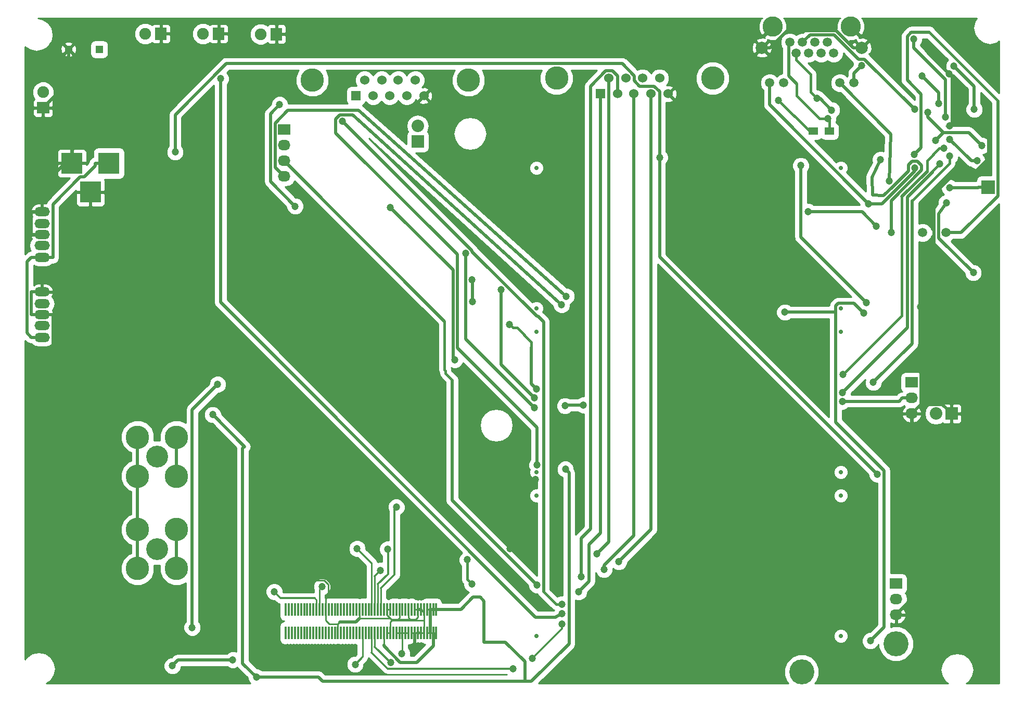
<source format=gbr>
G04 #@! TF.FileFunction,Copper,L2,Bot,Signal*
%FSLAX46Y46*%
G04 Gerber Fmt 4.6, Leading zero omitted, Abs format (unit mm)*
G04 Created by KiCad (PCBNEW 4.0.2-1.fc23-product) date Thu 28 Jul 2016 11:49:27 AM EEST*
%MOMM*%
G01*
G04 APERTURE LIST*
%ADD10C,0.100000*%
%ADD11R,0.300000X2.159000*%
%ADD12C,3.810000*%
%ADD13R,1.524000X1.524000*%
%ADD14C,1.524000*%
%ADD15R,3.500120X3.500120*%
%ADD16R,1.900000X2.000000*%
%ADD17C,1.900000*%
%ADD18R,2.000000X1.900000*%
%ADD19R,2.032000X2.032000*%
%ADD20O,2.032000X2.032000*%
%ADD21R,2.032000X1.727200*%
%ADD22O,2.032000X1.727200*%
%ADD23R,2.235200X2.235200*%
%ADD24R,1.500000X1.300000*%
%ADD25O,2.499360X1.501140*%
%ADD26C,4.064000*%
%ADD27C,1.501140*%
%ADD28R,1.300000X1.300000*%
%ADD29C,1.300000*%
%ADD30C,2.000000*%
%ADD31C,3.300000*%
%ADD32C,3.556000*%
%ADD33C,0.700000*%
%ADD34C,1.200000*%
%ADD35C,0.500000*%
%ADD36C,0.250000*%
%ADD37C,0.400000*%
%ADD38C,0.300000*%
%ADD39C,0.254000*%
G04 APERTURE END LIST*
D10*
D11*
X111683000Y-134234000D03*
X111183000Y-134234000D03*
X110683000Y-134234000D03*
X110183000Y-134234000D03*
X109683000Y-134234000D03*
X109183000Y-134234000D03*
X108683000Y-134234000D03*
X108183000Y-134234000D03*
X107683000Y-134234000D03*
X107183000Y-134234000D03*
X106683000Y-134234000D03*
X106183000Y-134234000D03*
X105683000Y-134234000D03*
X105183000Y-134234000D03*
X104683000Y-134234000D03*
X104183000Y-134234000D03*
X103683000Y-134234000D03*
X103183000Y-134234000D03*
X102683000Y-134234000D03*
X102183000Y-134234000D03*
X101683000Y-134234000D03*
X101183000Y-134234000D03*
X100683000Y-134234000D03*
X100183000Y-134234000D03*
X99683000Y-134234000D03*
X112183000Y-134234000D03*
X112683000Y-134234000D03*
X113183000Y-134234000D03*
X113683000Y-134234000D03*
X114183000Y-134234000D03*
X114683000Y-134234000D03*
X115183000Y-134234000D03*
X115683000Y-134234000D03*
X116183000Y-134234000D03*
X116683000Y-134234000D03*
X117183000Y-134234000D03*
X117683000Y-134234000D03*
X118183000Y-134234000D03*
X118683000Y-134234000D03*
X119183000Y-134234000D03*
X119683000Y-134234000D03*
X120183000Y-134234000D03*
X120683000Y-134234000D03*
X121183000Y-134234000D03*
X121683000Y-134234000D03*
X122183000Y-134234000D03*
X122683000Y-134234000D03*
X123183000Y-134234000D03*
X123683000Y-134234000D03*
X124183000Y-134234000D03*
X124183000Y-130434000D03*
X123683000Y-130434000D03*
X123183000Y-130434000D03*
X122683000Y-130434000D03*
X122183000Y-130434000D03*
X121683000Y-130434000D03*
X121183000Y-130434000D03*
X120683000Y-130434000D03*
X120183000Y-130434000D03*
X119683000Y-130434000D03*
X119183000Y-130434000D03*
X118683000Y-130434000D03*
X118183000Y-130434000D03*
X117683000Y-130434000D03*
X117183000Y-130434000D03*
X116683000Y-130434000D03*
X116183000Y-130434000D03*
X115683000Y-130434000D03*
X115183000Y-130434000D03*
X114683000Y-130434000D03*
X114183000Y-130434000D03*
X113683000Y-130434000D03*
X113183000Y-130434000D03*
X112683000Y-130434000D03*
X112183000Y-130434000D03*
X99683000Y-130434000D03*
X100183000Y-130434000D03*
X100683000Y-130434000D03*
X101183000Y-130434000D03*
X101683000Y-130434000D03*
X102183000Y-130434000D03*
X102683000Y-130434000D03*
X103183000Y-130434000D03*
X103683000Y-130434000D03*
X104183000Y-130434000D03*
X104683000Y-130434000D03*
X105183000Y-130434000D03*
X105683000Y-130434000D03*
X106183000Y-130434000D03*
X106683000Y-130434000D03*
X107183000Y-130434000D03*
X107683000Y-130434000D03*
X108183000Y-130434000D03*
X108683000Y-130434000D03*
X109183000Y-130434000D03*
X109683000Y-130434000D03*
X110183000Y-130434000D03*
X110683000Y-130434000D03*
X111183000Y-130434000D03*
X111683000Y-130434000D03*
D12*
X169164000Y-43942000D03*
X143764000Y-43942000D03*
D13*
X150876000Y-46482000D03*
D14*
X153670000Y-46482000D03*
X156337000Y-46482000D03*
X159131000Y-46482000D03*
X161925000Y-46482000D03*
X152273000Y-43942000D03*
X155067000Y-43942000D03*
X157734000Y-43942000D03*
X160528000Y-43942000D03*
D15*
X70906640Y-57785000D03*
X64907160Y-57785000D03*
X67906900Y-62484000D03*
D16*
X79375000Y-36703000D03*
D17*
X76835000Y-36703000D03*
D16*
X88773000Y-36703000D03*
D17*
X86233000Y-36703000D03*
D18*
X60198000Y-48768000D03*
D17*
X60198000Y-46228000D03*
D16*
X98171000Y-36766500D03*
D17*
X95631000Y-36766500D03*
D12*
X129413000Y-44259500D03*
X104013000Y-44259500D03*
D13*
X111125000Y-46799500D03*
D14*
X113919000Y-46799500D03*
X116586000Y-46799500D03*
X119380000Y-46799500D03*
X122174000Y-46799500D03*
X112522000Y-44259500D03*
X115316000Y-44259500D03*
X117983000Y-44259500D03*
X120777000Y-44259500D03*
D19*
X208026000Y-98552000D03*
D20*
X205486000Y-98552000D03*
D21*
X201549000Y-93472000D03*
D22*
X201549000Y-96012000D03*
X201549000Y-98552000D03*
D21*
X199009000Y-126238000D03*
D22*
X199009000Y-128778000D03*
X199009000Y-131318000D03*
D23*
X213995000Y-61722000D03*
D21*
X99441000Y-52324000D03*
D22*
X99441000Y-54864000D03*
X99441000Y-57404000D03*
X99441000Y-59944000D03*
D19*
X121158000Y-54229000D03*
D20*
X121158000Y-51689000D03*
D24*
X185492000Y-52578000D03*
X188192000Y-52578000D03*
D25*
X60043060Y-82423000D03*
X60043060Y-86123780D03*
X60043060Y-78722220D03*
X60043060Y-80622140D03*
X60043060Y-84223860D03*
X60043060Y-69405500D03*
X60043060Y-73106280D03*
X60043060Y-65704720D03*
X60043060Y-67604640D03*
X60043060Y-71206360D03*
D26*
X183642000Y-140589000D03*
X199009000Y-136017000D03*
D27*
X207131920Y-69088000D03*
X203332080Y-69088000D03*
D28*
X69342000Y-39243000D03*
D29*
X64342000Y-39243000D03*
D30*
X193421000Y-38989000D03*
D27*
X178435000Y-44704000D03*
X180721000Y-44704000D03*
X189865000Y-44704000D03*
X192151000Y-44704000D03*
X188849000Y-39878000D03*
X186817000Y-39878000D03*
X184785000Y-39878000D03*
X182753000Y-39878000D03*
X185801000Y-38100000D03*
X183769000Y-38100000D03*
X187833000Y-38100000D03*
X181737000Y-38100000D03*
D31*
X178943000Y-35560000D03*
X191643000Y-35560000D03*
D30*
X177165000Y-38989000D03*
D12*
X75565000Y-117424000D03*
D32*
X78740000Y-120599000D03*
D12*
X81915000Y-117424000D03*
X75565000Y-123774000D03*
X81915000Y-123774000D03*
X81915000Y-102387000D03*
D32*
X78740000Y-105562000D03*
D12*
X81915000Y-108737000D03*
X75565000Y-102387000D03*
X75565000Y-108737000D03*
D33*
X140462000Y-134747000D03*
X140462000Y-111887000D03*
X140462000Y-108077000D03*
X140462000Y-85217000D03*
X140462000Y-81407000D03*
X140462000Y-58547000D03*
X189992000Y-134747000D03*
X189992000Y-111887000D03*
X189992000Y-108077000D03*
X189992000Y-85217000D03*
X189992000Y-81407000D03*
X189992000Y-58547000D03*
D34*
X121008140Y-136989820D03*
X136147000Y-120545000D03*
X140289000Y-109272000D03*
X101092000Y-106375000D03*
X207642000Y-43243800D03*
X207732000Y-51727200D03*
X204151000Y-39290000D03*
X190751000Y-51955500D03*
X190754000Y-54965600D03*
X203004000Y-81154600D03*
X186838000Y-44131600D03*
X204046000Y-110377000D03*
X213741000Y-69271800D03*
X65136800Y-105156000D03*
X118577360Y-137660380D03*
X91059000Y-138645900D03*
X81244440Y-139613640D03*
X84459900Y-133380000D03*
X88625200Y-93781600D03*
X145186000Y-107594000D03*
X180888000Y-82042000D03*
X193727000Y-82157200D03*
X94920800Y-141460000D03*
X87795900Y-98726700D03*
X194827000Y-135540000D03*
X127198000Y-89775200D03*
X116733000Y-64987500D03*
X101216000Y-64790900D03*
X98691500Y-48249700D03*
X130053000Y-80302400D03*
X130004000Y-76746000D03*
X144577000Y-80822800D03*
X140577000Y-106924000D03*
X205436000Y-54102000D03*
X212989000Y-54932600D03*
X204180000Y-49462200D03*
X183499000Y-58172200D03*
X194197000Y-80518000D03*
X198198000Y-69088000D03*
X196444000Y-57200800D03*
X201968000Y-56375500D03*
X211570000Y-75610700D03*
X207164940Y-64259460D03*
X179883000Y-47548800D03*
X188530000Y-49129100D03*
X186104000Y-47207400D03*
X207728000Y-61772000D03*
X140491000Y-94552100D03*
X136042000Y-84023200D03*
X128949000Y-72474800D03*
X140136000Y-97588500D03*
X206103000Y-57912000D03*
X190308000Y-95112500D03*
X207735000Y-56642000D03*
X195299000Y-93472000D03*
X206819000Y-55372000D03*
X190314000Y-92202000D03*
X207745000Y-53863900D03*
X212156000Y-57378500D03*
X134704000Y-78381400D03*
X140136000Y-96012000D03*
X207012000Y-50292000D03*
X201904000Y-37518000D03*
X211714000Y-49022000D03*
X208422000Y-41990000D03*
X205953000Y-48099600D03*
X203263000Y-43566400D03*
X202006000Y-49022000D03*
X187915000Y-50503400D03*
X197866000Y-60655200D03*
X194532000Y-64360100D03*
X202049000Y-58532400D03*
X147371000Y-127559000D03*
X147726000Y-125120000D03*
X151485000Y-123952000D03*
X153875000Y-122682000D03*
X150301000Y-121412000D03*
X117683280Y-113771680D03*
X116758720Y-139070080D03*
X139781280Y-138394440D03*
X144597120Y-132831840D03*
X136682480Y-140063220D03*
X110987840Y-139374880D03*
X97810320Y-127543560D03*
X105582720Y-126751080D03*
X190252000Y-96547100D03*
X140546000Y-126453000D03*
X145339000Y-79451200D03*
X193364000Y-41903300D03*
X195783000Y-68021200D03*
X184658000Y-65633600D03*
X148133000Y-97180400D03*
X145136000Y-97282000D03*
X89099700Y-44033700D03*
X144635220Y-131124960D03*
X108929000Y-50969400D03*
X144635220Y-129583180D03*
X160528000Y-56853600D03*
X81690500Y-55957200D03*
X195934000Y-108441000D03*
X116286280Y-120616980D03*
X129997000Y-126289000D03*
X129235000Y-122326000D03*
X115100100Y-124091700D03*
X111312960Y-120533160D03*
D35*
X120683000Y-136664680D02*
X120683000Y-134234000D01*
D36*
X121008140Y-136989820D02*
X120683000Y-136664680D01*
X116683000Y-134234000D02*
X116183000Y-134234000D01*
X122183000Y-132245100D02*
X116939060Y-132245100D01*
X116683000Y-132501160D02*
X116683000Y-134234000D01*
X116939060Y-132245100D02*
X116683000Y-132501160D01*
X117922040Y-132029200D02*
X119898160Y-132029200D01*
X119898160Y-132029200D02*
X119923560Y-132054600D01*
X106183000Y-130434000D02*
X106183000Y-128490140D01*
X101772720Y-125722380D02*
X101092000Y-125041660D01*
X105933240Y-125722380D02*
X101772720Y-125722380D01*
X106611420Y-126400560D02*
X105933240Y-125722380D01*
X106611420Y-128061720D02*
X106611420Y-126400560D01*
X106183000Y-128490140D02*
X106611420Y-128061720D01*
X111683000Y-131913160D02*
X116749360Y-131913160D01*
X116749360Y-131913160D02*
X116883180Y-132046980D01*
X106183000Y-130434000D02*
X106183000Y-132205300D01*
X106777200Y-132799500D02*
X108183000Y-132799500D01*
X106183000Y-132205300D02*
X106777200Y-132799500D01*
X111683000Y-130434000D02*
X111683000Y-131913160D01*
X108183000Y-132799500D02*
X108183000Y-134234000D01*
X108516420Y-132466080D02*
X108183000Y-132799500D01*
D35*
X111130080Y-132466080D02*
X108516420Y-132466080D01*
X111683000Y-131913160D02*
X111130080Y-132466080D01*
D36*
X119683000Y-130434000D02*
X119683000Y-131814040D01*
X119683000Y-131814040D02*
X119923560Y-132054600D01*
X121183000Y-131740040D02*
X121183000Y-130434000D01*
X119923560Y-132054600D02*
X120868440Y-132054600D01*
X120868440Y-132054600D02*
X121183000Y-131740040D01*
X116183000Y-130434000D02*
X116683000Y-130434000D01*
X118183000Y-130434000D02*
X118183000Y-131768240D01*
X118183000Y-131768240D02*
X117922040Y-132029200D01*
X117922040Y-132029200D02*
X117904260Y-132046980D01*
X117904260Y-132046980D02*
X116883180Y-132046980D01*
X116883180Y-132046980D02*
X116183000Y-131346800D01*
X116183000Y-131346800D02*
X116183000Y-130434000D01*
X121183000Y-130434000D02*
X120683000Y-130434000D01*
D35*
X121683000Y-130434000D02*
X121183000Y-130434000D01*
D36*
X122183000Y-134234000D02*
X122183000Y-132245100D01*
X122183000Y-132245100D02*
X122183000Y-130934000D01*
X122183000Y-130934000D02*
X121683000Y-130434000D01*
X121683000Y-134234000D02*
X122183000Y-134234000D01*
X121183000Y-134234000D02*
X121683000Y-134234000D01*
X120683000Y-134234000D02*
X121183000Y-134234000D01*
X120183000Y-134234000D02*
X120683000Y-134234000D01*
D37*
X213741000Y-74752200D02*
X213741000Y-76047600D01*
X205914720Y-77388720D02*
X205203000Y-76677000D01*
X212399880Y-77388720D02*
X205914720Y-77388720D01*
X213741000Y-76047600D02*
X212399880Y-77388720D01*
X101092000Y-125041660D02*
X101092000Y-106375000D01*
D35*
X136147000Y-113414000D02*
X136147000Y-120545000D01*
X140289000Y-109272000D02*
X136147000Y-113414000D01*
X64342000Y-44624000D02*
X64342000Y-39243000D01*
X60198000Y-48768000D02*
X64342000Y-44624000D01*
X58293300Y-69405500D02*
X60043100Y-69405500D01*
X58293300Y-65704700D02*
X58293300Y-69405500D01*
X60043100Y-65704700D02*
X58293300Y-65704700D01*
X192044000Y-38989000D02*
X193421000Y-38989000D01*
X189226000Y-36171300D02*
X192044000Y-38989000D01*
X181310000Y-36171300D02*
X189226000Y-36171300D01*
X178492000Y-38989000D02*
X181310000Y-36171300D01*
X177165000Y-38989000D02*
X178492000Y-38989000D01*
X60198000Y-50825700D02*
X60198000Y-48768000D01*
X64907200Y-55534900D02*
X60198000Y-50825700D01*
X64907200Y-56659900D02*
X64907200Y-55534900D01*
X60043100Y-61524000D02*
X60043100Y-65704700D01*
X64907200Y-56659900D02*
X60043100Y-61524000D01*
X204151000Y-39753100D02*
X204151000Y-39290000D01*
X207642000Y-43243800D02*
X204151000Y-39753100D01*
X190754000Y-54384800D02*
X190754000Y-54965600D01*
X190751000Y-51955500D02*
X190754000Y-54384800D01*
X206516000Y-97042500D02*
X203058000Y-97042500D01*
X208026000Y-98552000D02*
X206516000Y-97042500D01*
X203058000Y-97042500D02*
X201549000Y-98552000D01*
X190751000Y-48044200D02*
X190751000Y-51955500D01*
X186838000Y-44131600D02*
X190751000Y-48044200D01*
X201549000Y-110377000D02*
X204046000Y-110377000D01*
X201549000Y-98552000D02*
X201549000Y-110377000D01*
X201549000Y-128778000D02*
X199009000Y-131318000D01*
X201549000Y-110377000D02*
X201549000Y-128778000D01*
X207732000Y-51727200D02*
X208098000Y-51360400D01*
X208098000Y-43700700D02*
X207642000Y-43243800D01*
X208098000Y-51360400D02*
X208098000Y-43700700D01*
X205203000Y-62766600D02*
X205203000Y-76677000D01*
X208098000Y-51360400D02*
X211734000Y-51360400D01*
X211734000Y-51360400D02*
X214054000Y-53679800D01*
X214054000Y-53679800D02*
X214054000Y-57062100D01*
X214054000Y-57062100D02*
X211096000Y-60019700D01*
X211096000Y-60019700D02*
X207950000Y-60019700D01*
X207950000Y-60019700D02*
X205203000Y-62766600D01*
X204633000Y-76677000D02*
X205203000Y-76677000D01*
X203058000Y-81209200D02*
X204633000Y-79635000D01*
X204633000Y-79635000D02*
X204633000Y-76677000D01*
X213741000Y-74752200D02*
X213741000Y-69271800D01*
X58293300Y-82423000D02*
X60043100Y-82423000D01*
X58293300Y-78722200D02*
X58293300Y-82423000D01*
X60043100Y-78722200D02*
X58293300Y-78722200D01*
X61792900Y-101812000D02*
X65136800Y-105156000D01*
X61792900Y-82423000D02*
X61792900Y-101812000D01*
X60043100Y-82423000D02*
X61792900Y-82423000D01*
X203058000Y-97042500D02*
X203058000Y-81209200D01*
X203058000Y-81209200D02*
X203004000Y-81154600D01*
X64907200Y-57785000D02*
X64907200Y-56659900D01*
D36*
X118683000Y-137554740D02*
X118683000Y-134234000D01*
X118577360Y-137660380D02*
X118683000Y-137554740D01*
X91020900Y-138684000D02*
X91059000Y-138645900D01*
D35*
X82174080Y-138684000D02*
X91020900Y-138684000D01*
X81244440Y-139613640D02*
X82174080Y-138684000D01*
D36*
X119183000Y-134234000D02*
X119683000Y-134234000D01*
X118683000Y-134234000D02*
X119183000Y-134234000D01*
X118183000Y-134234000D02*
X118683000Y-134234000D01*
X117683000Y-134234000D02*
X118183000Y-134234000D01*
D35*
X84459900Y-97946900D02*
X84459900Y-133380000D01*
X88625200Y-93781600D02*
X84459900Y-97946900D01*
X115683000Y-136189720D02*
X115683000Y-136406860D01*
X120975120Y-139034520D02*
X121315480Y-138694160D01*
X118310660Y-139034520D02*
X120975120Y-139034520D01*
X115683000Y-136406860D02*
X118310660Y-139034520D01*
D36*
X115683000Y-134234000D02*
X115683000Y-136189720D01*
D35*
X123683000Y-136326640D02*
X123683000Y-134234000D01*
X121315480Y-138694160D02*
X123683000Y-136326640D01*
D36*
X124183000Y-130434000D02*
X123683000Y-130434000D01*
D35*
X123183000Y-130434000D02*
X123183000Y-134234000D01*
D36*
X122683000Y-130434000D02*
X123183000Y-130434000D01*
X124183000Y-134234000D02*
X123683000Y-134234000D01*
X123183000Y-134234000D02*
X123683000Y-134234000D01*
X122683000Y-134234000D02*
X123183000Y-134234000D01*
D35*
X92976700Y-103908000D02*
X87795900Y-98726700D01*
X189165000Y-82042000D02*
X180888000Y-82042000D01*
X189165000Y-81012100D02*
X189165000Y-82042000D01*
X189574000Y-80602600D02*
X189165000Y-81012100D01*
X192172000Y-80602600D02*
X189574000Y-80602600D01*
X193727000Y-82157200D02*
X192172000Y-80602600D01*
X197035000Y-133333000D02*
X194827000Y-135540000D01*
X197035000Y-107791000D02*
X197035000Y-133333000D01*
X189165000Y-99921200D02*
X197035000Y-107791000D01*
X189165000Y-82042000D02*
X189165000Y-99921200D01*
X92683400Y-104201300D02*
X92976700Y-103908000D01*
X92683400Y-139222600D02*
X92683400Y-104201300D01*
X94920800Y-141460000D02*
X92683400Y-139222600D01*
X139649000Y-142138000D02*
X138613000Y-142138000D01*
X145796000Y-135992000D02*
X139649000Y-142138000D01*
X145796000Y-108204000D02*
X145796000Y-135992000D01*
X145186000Y-107594000D02*
X145796000Y-108204000D01*
X104986000Y-141460000D02*
X94920800Y-141460000D01*
X105664000Y-142138000D02*
X104986000Y-141460000D01*
X138613000Y-142138000D02*
X105664000Y-142138000D01*
X131972500Y-129070600D02*
X131972500Y-135767700D01*
X131337500Y-128435600D02*
X131972500Y-129070600D01*
X130186300Y-128435600D02*
X131337500Y-128435600D01*
X128180200Y-130441700D02*
X130186300Y-128435600D01*
X124439300Y-130441700D02*
X128180200Y-130441700D01*
X138613000Y-138934000D02*
X138613000Y-142138000D01*
X135446700Y-135767700D02*
X138613000Y-138934000D01*
X131972500Y-135767700D02*
X135446700Y-135767700D01*
X123804300Y-130441700D02*
X124439300Y-130441700D01*
X123169300Y-130441700D02*
X123804300Y-130441700D01*
X126916000Y-75170600D02*
X116733000Y-64987500D01*
X126916000Y-89493100D02*
X126916000Y-75170600D01*
X127198000Y-89775200D02*
X126916000Y-89493100D01*
X97222400Y-60796900D02*
X101216000Y-64790900D01*
X97222400Y-49718800D02*
X97222400Y-60796900D01*
X98691500Y-48249700D02*
X97222400Y-49718800D01*
X130053000Y-76794400D02*
X130004000Y-76746000D01*
X130053000Y-80302400D02*
X130053000Y-76794400D01*
X110627000Y-49919000D02*
X144577000Y-80822800D01*
X108490000Y-49919000D02*
X110627000Y-49919000D01*
X107843000Y-50565100D02*
X108490000Y-49919000D01*
X107843000Y-52855100D02*
X107843000Y-50565100D01*
X127617000Y-72628300D02*
X107843000Y-52855100D01*
X127617000Y-87849800D02*
X127617000Y-72628300D01*
X140577000Y-100810000D02*
X127617000Y-87849800D01*
X140577000Y-106924000D02*
X140577000Y-100810000D01*
X210868000Y-52812400D02*
X206725000Y-52812400D01*
X212989000Y-54932600D02*
X210868000Y-52812400D01*
X206725000Y-52812400D02*
X205436000Y-54102000D01*
X204180000Y-50267200D02*
X206725000Y-52812400D01*
X204180000Y-49462200D02*
X204180000Y-50267200D01*
X183499000Y-69819500D02*
X183499000Y-58172200D01*
X194197000Y-80518000D02*
X183499000Y-69819500D01*
X198198000Y-63872700D02*
X198198000Y-69088000D01*
X203154000Y-58916200D02*
X198198000Y-63872700D01*
X203154000Y-58137300D02*
X203154000Y-58916200D01*
X202468000Y-57451000D02*
X203154000Y-58137300D01*
X201625000Y-57451000D02*
X202468000Y-57451000D01*
X200998000Y-58077800D02*
X201625000Y-57451000D01*
X200998000Y-59091200D02*
X200998000Y-58077800D01*
X198606000Y-61482800D02*
X200998000Y-59091200D01*
X196952000Y-63042800D02*
X198606000Y-61482800D01*
X195188000Y-62992000D02*
X196952000Y-63042800D01*
X195072000Y-60045600D02*
X195188000Y-62992000D01*
X196444000Y-57200800D02*
X195072000Y-60045600D01*
X203080000Y-55263300D02*
X201968000Y-56375500D01*
X203080000Y-46523000D02*
X203080000Y-55263300D01*
X200815000Y-44257800D02*
X203080000Y-46523000D01*
X200815000Y-37112500D02*
X200815000Y-44257800D01*
X201463000Y-36464700D02*
X200815000Y-37112500D01*
X204397000Y-36464700D02*
X201463000Y-36464700D01*
D37*
X215563000Y-47631100D02*
X204397000Y-36464700D01*
D35*
X215563000Y-63099600D02*
X215563000Y-47631100D01*
X209575000Y-69088000D02*
X215563000Y-63099600D01*
X207132000Y-69088000D02*
X209575000Y-69088000D01*
X207131900Y-69088000D02*
X207132000Y-69088000D01*
X205931000Y-69971200D02*
X211570000Y-75610700D01*
X205931000Y-66047700D02*
X205931000Y-69971200D01*
X207164940Y-64259460D02*
X205931000Y-66047700D01*
D37*
X182753000Y-39878000D02*
X182753000Y-40980360D01*
X185074560Y-46177960D02*
X186104000Y-47207400D01*
X185074560Y-43301920D02*
X185074560Y-46177960D01*
X182753000Y-40980360D02*
X185074560Y-43301920D01*
D35*
X186104000Y-47207400D02*
X186609000Y-47207400D01*
X186609000Y-47207400D02*
X188530000Y-49129100D01*
D37*
X184912000Y-52578000D02*
X179883000Y-47548800D01*
X185492000Y-52578000D02*
X184912000Y-52578000D01*
D35*
X68656500Y-57785000D02*
X70906600Y-57785000D01*
X68656500Y-58197700D02*
X68656500Y-57785000D01*
X66868700Y-59985500D02*
X68656500Y-58197700D01*
X66254200Y-59985500D02*
X66868700Y-59985500D01*
X61792900Y-64446800D02*
X66254200Y-59985500D01*
X61792900Y-73106300D02*
X61792900Y-64446800D01*
X60043100Y-73106300D02*
X61792900Y-73106300D01*
X58293300Y-86123800D02*
X60043100Y-86123800D01*
X57593000Y-85423500D02*
X58293300Y-86123800D01*
X57593000Y-73806600D02*
X57593000Y-85423500D01*
X58293300Y-73106300D02*
X57593000Y-73806600D01*
X60043100Y-73106300D02*
X58293300Y-73106300D01*
X212377000Y-61722000D02*
X213995000Y-61722000D01*
X212327000Y-61772000D02*
X212377000Y-61722000D01*
X207728000Y-61772000D02*
X212327000Y-61772000D01*
X139662000Y-93722400D02*
X140491000Y-94552100D01*
X139662000Y-87770000D02*
X139662000Y-93722400D01*
D37*
X139662000Y-86880400D02*
X139662000Y-87770000D01*
X137312000Y-84531200D02*
X139662000Y-86880400D01*
X136703000Y-84531200D02*
X137312000Y-84531200D01*
X136195000Y-84023200D02*
X136703000Y-84531200D01*
X136042000Y-84023200D02*
X136195000Y-84023200D01*
D35*
X128949000Y-72474800D02*
X128949000Y-86401400D01*
X128949000Y-86401400D02*
X140136000Y-97588500D01*
D37*
X204934419Y-59237470D02*
X204934419Y-59080581D01*
X204934419Y-59080581D02*
X206103000Y-57912000D01*
D35*
X200846000Y-63326200D02*
X204934419Y-59237470D01*
X200846000Y-84575200D02*
X200846000Y-63326200D01*
X190308000Y-95112500D02*
X200846000Y-84575200D01*
D37*
X207735000Y-57765300D02*
X207735000Y-56642000D01*
X201631000Y-63869800D02*
X207735000Y-57765300D01*
D35*
X201631000Y-87139700D02*
X201631000Y-63869800D01*
X195299000Y-93472000D02*
X201631000Y-87139700D01*
D37*
X204033120Y-59148445D02*
X204033120Y-57393840D01*
X206054960Y-55372000D02*
X206819000Y-55372000D01*
X204033120Y-57393840D02*
X206054960Y-55372000D01*
X199928480Y-63252943D02*
X199928480Y-79207360D01*
X199933560Y-82582440D02*
X190314000Y-92202000D01*
X199933560Y-79212440D02*
X199933560Y-82582440D01*
X199928480Y-79207360D02*
X199933560Y-79212440D01*
D35*
X199928480Y-63252943D02*
X204033120Y-59148445D01*
X211260000Y-57378500D02*
X212156000Y-57378500D01*
X207745000Y-53863900D02*
X211260000Y-57378500D01*
X134704000Y-90579700D02*
X134704000Y-78381400D01*
X140136000Y-96012000D02*
X134704000Y-90579700D01*
X207012000Y-44131800D02*
X207012000Y-50292000D01*
X201904000Y-39023300D02*
X207012000Y-44131800D01*
X201904000Y-37518000D02*
X201904000Y-39023300D01*
X211714000Y-45282100D02*
X211714000Y-49022000D01*
X208422000Y-41990000D02*
X211714000Y-45282100D01*
X205953000Y-46256500D02*
X205953000Y-48099600D01*
X203263000Y-43566400D02*
X205953000Y-46256500D01*
X184993000Y-36875800D02*
X183769000Y-38100000D01*
X188940000Y-36875800D02*
X184993000Y-36875800D01*
X192918000Y-40853000D02*
X188940000Y-36875800D01*
X193837000Y-40853000D02*
X192918000Y-40853000D01*
X202006000Y-49022000D02*
X193837000Y-40853000D01*
D37*
X182783480Y-44867287D02*
X182783480Y-46771560D01*
X186515320Y-50503400D02*
X187915000Y-50503400D01*
X182783480Y-46771560D02*
X186515320Y-50503400D01*
X188192000Y-50781000D02*
X187915000Y-50503400D01*
X188192000Y-52578000D02*
X188192000Y-50781000D01*
D35*
X181521000Y-43604700D02*
X182783480Y-44867287D01*
X181521000Y-38316400D02*
X181521000Y-43604700D01*
X181737000Y-38100000D02*
X181521000Y-38316400D01*
X198175000Y-53014200D02*
X197866000Y-60655200D01*
X189865000Y-44704000D02*
X198175000Y-53014200D01*
X178435000Y-48263000D02*
X178435000Y-44704000D01*
X194532000Y-64360100D02*
X178435000Y-48263000D01*
X202049000Y-59030800D02*
X202049000Y-58532400D01*
X196720000Y-64360100D02*
X202049000Y-59030800D01*
X194532000Y-64360100D02*
X196720000Y-64360100D01*
X149047000Y-125882000D02*
X147371000Y-127559000D01*
X149047000Y-119837000D02*
X149047000Y-125882000D01*
X150876000Y-118008000D02*
X149047000Y-119837000D01*
X150876000Y-46482000D02*
X150876000Y-118008000D01*
X147726000Y-118872000D02*
X147726000Y-125120000D01*
X149250000Y-117348000D02*
X147726000Y-118872000D01*
X149250000Y-45221500D02*
X149250000Y-117348000D01*
X151783000Y-42688500D02*
X149250000Y-45221500D01*
X152810000Y-42688500D02*
X151783000Y-42688500D01*
X153670000Y-43548000D02*
X152810000Y-42688500D01*
X153670000Y-46482000D02*
X153670000Y-43548000D01*
X151485000Y-123235000D02*
X151485000Y-123952000D01*
X156337000Y-118383000D02*
X151485000Y-123235000D01*
X156337000Y-46482000D02*
X156337000Y-118383000D01*
X159131000Y-117426000D02*
X153875000Y-122682000D01*
X159131000Y-46482000D02*
X159131000Y-117426000D01*
X152273000Y-119440000D02*
X150301000Y-121412000D01*
X152273000Y-43942000D02*
X152273000Y-119440000D01*
D36*
X115183000Y-130434000D02*
X115183000Y-127000920D01*
X117403880Y-114051080D02*
X117683280Y-113771680D01*
D38*
X117403880Y-124780040D02*
X117403880Y-114051080D01*
X115183000Y-127000920D02*
X117403880Y-124780040D01*
X144597120Y-132831840D02*
X144597120Y-133578600D01*
D36*
X114183000Y-136494360D02*
X114183000Y-134234000D01*
D38*
X116758720Y-139070080D02*
X114183000Y-136494360D01*
X144597120Y-133578600D02*
X139781280Y-138394440D01*
D35*
X144413120Y-132647840D02*
X144597120Y-132831840D01*
D36*
X113683000Y-134234000D02*
X113683000Y-137459940D01*
D38*
X116286280Y-140063220D02*
X136682480Y-140063220D01*
X113683000Y-137459940D02*
X116286280Y-140063220D01*
D36*
X112183000Y-134234000D02*
X112183000Y-138179720D01*
D38*
X112183000Y-138179720D02*
X110987840Y-139374880D01*
D36*
X104683000Y-128899360D02*
X104683000Y-130434000D01*
X104394000Y-128610360D02*
X104683000Y-128899360D01*
D38*
X102580440Y-128610360D02*
X104394000Y-128610360D01*
D36*
X102565200Y-128595120D02*
X102580440Y-128610360D01*
D38*
X98861880Y-128595120D02*
X102565200Y-128595120D01*
X97810320Y-127543560D02*
X98861880Y-128595120D01*
D36*
X105183000Y-127150800D02*
X105183000Y-130434000D01*
X105582720Y-126751080D02*
X105183000Y-127150800D01*
D35*
X199498000Y-96547100D02*
X190252000Y-96547100D01*
X200033000Y-96012000D02*
X199498000Y-96547100D01*
X201549000Y-96012000D02*
X200033000Y-96012000D01*
D37*
X125696980Y-91549220D02*
X125696980Y-91978480D01*
X125696980Y-91978480D02*
X126780000Y-93061500D01*
X125536960Y-83499960D02*
X125536960Y-91389200D01*
D35*
X99441000Y-57404000D02*
X125536960Y-83499960D01*
X126780000Y-93061500D02*
X126780000Y-112687000D01*
X126780000Y-112687000D02*
X140546000Y-126453000D01*
D37*
X125536960Y-91389200D02*
X125696980Y-91549220D01*
D35*
X111511000Y-49172800D02*
X145339000Y-79451200D01*
X100057000Y-49172800D02*
X111511000Y-49172800D01*
X97974600Y-51255500D02*
X100057000Y-49172800D01*
X97974600Y-58477600D02*
X97974600Y-51255500D01*
X99441000Y-59944000D02*
X97974600Y-58477600D01*
X192151000Y-43116200D02*
X192151000Y-44704000D01*
X193364000Y-41903300D02*
X192151000Y-43116200D01*
X193446000Y-65684400D02*
X195783000Y-68021200D01*
X184709000Y-65684400D02*
X193446000Y-65684400D01*
X184658000Y-65633600D02*
X184709000Y-65684400D01*
X145237000Y-97180400D02*
X148133000Y-97180400D01*
X145136000Y-97282000D02*
X145237000Y-97180400D01*
X89099700Y-80406100D02*
X89099700Y-44033700D01*
X97776800Y-89083200D02*
X89099700Y-80406100D01*
X97776800Y-89120400D02*
X97776800Y-89083200D01*
X140333000Y-131677000D02*
X97776800Y-89120400D01*
X143504000Y-131677000D02*
X140333000Y-131677000D01*
X144635220Y-131124960D02*
X143504000Y-131677000D01*
D37*
X144635220Y-129583180D02*
X143664940Y-129583180D01*
X143664940Y-129583180D02*
X141638000Y-127556240D01*
D35*
X129999000Y-72039600D02*
X108929000Y-50969400D01*
X129999000Y-72159400D02*
X129999000Y-72039600D01*
X140530000Y-82690600D02*
X129999000Y-72159400D01*
X140701000Y-82690600D02*
X140530000Y-82690600D01*
X141638000Y-83627400D02*
X140701000Y-82690600D01*
X141638000Y-127556240D02*
X141638000Y-83627400D01*
X160528000Y-46142500D02*
X160528000Y-56853600D01*
X159618000Y-45232000D02*
X160528000Y-46142500D01*
X157278000Y-45232000D02*
X159618000Y-45232000D01*
X156400000Y-44354100D02*
X157278000Y-45232000D01*
X156400000Y-43541800D02*
X156400000Y-44354100D01*
X154418000Y-41558800D02*
X156400000Y-43541800D01*
X90053900Y-41558800D02*
X154418000Y-41558800D01*
X81690500Y-49922200D02*
X90053900Y-41558800D01*
X81690500Y-55957200D02*
X81690500Y-49922200D01*
X160528000Y-73035100D02*
X195934000Y-108441000D01*
X160528000Y-56853600D02*
X160528000Y-73035100D01*
D36*
X114683000Y-130434000D02*
X114683000Y-126307120D01*
X116314220Y-120644920D02*
X116286280Y-120616980D01*
D38*
X116314220Y-124675900D02*
X116314220Y-120644920D01*
X114683000Y-126307120D02*
X116314220Y-124675900D01*
D37*
X129235000Y-125527000D02*
X129235000Y-122326000D01*
X129997000Y-126289000D02*
X129235000Y-125527000D01*
D36*
X114183000Y-125008800D02*
X114183000Y-130434000D01*
D38*
X115100100Y-124091700D02*
X114183000Y-125008800D01*
D36*
X113683000Y-122903200D02*
X113683000Y-130434000D01*
D38*
X111312960Y-120533160D02*
X113683000Y-122903200D01*
D35*
X81915000Y-102387000D02*
X81915000Y-108737000D01*
X81915000Y-117424000D02*
X81915000Y-123774000D01*
X75565000Y-117424000D02*
X75565000Y-123774000D01*
X75565000Y-102387000D02*
X75565000Y-108737000D01*
X75565000Y-108737000D02*
X75565000Y-117424000D01*
D39*
G36*
X215760000Y-142481000D02*
X210417232Y-142481000D01*
X210873183Y-142176343D01*
X211464924Y-141290740D01*
X211672716Y-140246100D01*
X211464924Y-139201460D01*
X210873183Y-138315857D01*
X209987580Y-137724116D01*
X208942940Y-137516324D01*
X207898300Y-137724116D01*
X207012697Y-138315857D01*
X206420956Y-139201460D01*
X206213164Y-140246100D01*
X206420956Y-141290740D01*
X207012697Y-142176343D01*
X207468648Y-142481000D01*
X185793465Y-142481000D01*
X186064329Y-142210608D01*
X186500503Y-141160185D01*
X186501495Y-140022805D01*
X186067155Y-138971622D01*
X185263608Y-138166671D01*
X184213185Y-137730497D01*
X183075805Y-137729505D01*
X182024622Y-138163845D01*
X181219671Y-138967392D01*
X180783497Y-140017815D01*
X180782505Y-141155195D01*
X181216845Y-142206378D01*
X181490988Y-142481000D01*
X140829176Y-142481000D01*
X146557492Y-136753616D01*
X146557517Y-136753579D01*
X146557554Y-136753554D01*
X146672700Y-136581225D01*
X146790985Y-136404231D01*
X146790994Y-136404186D01*
X146791018Y-136404150D01*
X146831492Y-136200674D01*
X146873000Y-135992087D01*
X146872991Y-135992043D01*
X146873000Y-135992000D01*
X146873000Y-134980093D01*
X188814796Y-134980093D01*
X188993606Y-135412846D01*
X189324412Y-135744230D01*
X189756853Y-135923795D01*
X190225093Y-135924204D01*
X190657846Y-135745394D01*
X190989230Y-135414588D01*
X191168795Y-134982147D01*
X191169204Y-134513907D01*
X190990394Y-134081154D01*
X190659588Y-133749770D01*
X190227147Y-133570205D01*
X189758907Y-133569796D01*
X189326154Y-133748606D01*
X188994770Y-134079412D01*
X188815205Y-134511853D01*
X188814796Y-134980093D01*
X146873000Y-134980093D01*
X146873000Y-128897345D01*
X147085907Y-128985752D01*
X147653603Y-128986248D01*
X148178275Y-128769457D01*
X148580047Y-128368386D01*
X148797752Y-127844093D01*
X148797917Y-127654794D01*
X149808781Y-126643327D01*
X149925364Y-126468735D01*
X150042018Y-126294150D01*
X150042050Y-126293989D01*
X150042141Y-126293853D01*
X150083093Y-126087650D01*
X150124000Y-125882000D01*
X150124000Y-124394935D01*
X150274543Y-124759275D01*
X150675614Y-125161047D01*
X151199907Y-125378752D01*
X151767603Y-125379248D01*
X152292275Y-125162457D01*
X152694047Y-124761386D01*
X152911752Y-124237093D01*
X152912189Y-123737353D01*
X153065614Y-123891047D01*
X153589907Y-124108752D01*
X154157603Y-124109248D01*
X154682275Y-123892457D01*
X155084047Y-123491386D01*
X155301752Y-122967093D01*
X155301917Y-122778191D01*
X159892554Y-118187554D01*
X160126018Y-117838150D01*
X160208000Y-117426000D01*
X160208000Y-112120093D01*
X188814796Y-112120093D01*
X188993606Y-112552846D01*
X189324412Y-112884230D01*
X189756853Y-113063795D01*
X190225093Y-113064204D01*
X190657846Y-112885394D01*
X190989230Y-112554588D01*
X191168795Y-112122147D01*
X191169204Y-111653907D01*
X190990394Y-111221154D01*
X190659588Y-110889770D01*
X190227147Y-110710205D01*
X189758907Y-110709796D01*
X189326154Y-110888606D01*
X188994770Y-111219412D01*
X188815205Y-111651853D01*
X188814796Y-112120093D01*
X160208000Y-112120093D01*
X160208000Y-108310093D01*
X188814796Y-108310093D01*
X188993606Y-108742846D01*
X189324412Y-109074230D01*
X189756853Y-109253795D01*
X190225093Y-109254204D01*
X190657846Y-109075394D01*
X190989230Y-108744588D01*
X191168795Y-108312147D01*
X191169204Y-107843907D01*
X190990394Y-107411154D01*
X190659588Y-107079770D01*
X190227147Y-106900205D01*
X189758907Y-106899796D01*
X189326154Y-107078606D01*
X188994770Y-107409412D01*
X188815205Y-107841853D01*
X188814796Y-108310093D01*
X160208000Y-108310093D01*
X160208000Y-74238207D01*
X194506915Y-108537025D01*
X194506752Y-108723603D01*
X194723543Y-109248275D01*
X195124614Y-109650047D01*
X195648907Y-109867752D01*
X195958000Y-109868022D01*
X195958000Y-132886749D01*
X194731279Y-134112915D01*
X194544397Y-134112752D01*
X194019725Y-134329543D01*
X193617953Y-134730614D01*
X193400248Y-135254907D01*
X193399752Y-135822603D01*
X193616543Y-136347275D01*
X194017614Y-136749047D01*
X194541907Y-136966752D01*
X195109603Y-136967248D01*
X195634275Y-136750457D01*
X196036047Y-136349386D01*
X196149948Y-136075081D01*
X196149505Y-136583195D01*
X196583845Y-137634378D01*
X197387392Y-138439329D01*
X198437815Y-138875503D01*
X199575195Y-138876495D01*
X200626378Y-138442155D01*
X201431329Y-137638608D01*
X201867503Y-136588185D01*
X201868495Y-135450805D01*
X201434155Y-134399622D01*
X200630608Y-133594671D01*
X199580185Y-133158497D01*
X198442805Y-133157505D01*
X198112000Y-133294191D01*
X198112000Y-132616012D01*
X198647087Y-132803184D01*
X198882000Y-132658924D01*
X198882000Y-131445000D01*
X199136000Y-131445000D01*
X199136000Y-132658924D01*
X199370913Y-132803184D01*
X199923320Y-132609954D01*
X200359732Y-132220036D01*
X200613709Y-131692791D01*
X200616358Y-131677026D01*
X200495217Y-131445000D01*
X199136000Y-131445000D01*
X198882000Y-131445000D01*
X198862000Y-131445000D01*
X198862000Y-131191000D01*
X198882000Y-131191000D01*
X198882000Y-131171000D01*
X199136000Y-131171000D01*
X199136000Y-131191000D01*
X200495217Y-131191000D01*
X200616358Y-130958974D01*
X200613709Y-130943209D01*
X200359732Y-130415964D01*
X200090567Y-130175475D01*
X200392942Y-129973435D01*
X200759418Y-129424965D01*
X200888107Y-128778000D01*
X200759418Y-128131035D01*
X200516774Y-127767893D01*
X200612939Y-127706013D01*
X200801769Y-127429652D01*
X200868201Y-127101600D01*
X200868201Y-125374400D01*
X200810535Y-125067932D01*
X200629413Y-124786461D01*
X200353052Y-124597631D01*
X200025000Y-124531199D01*
X198112000Y-124531199D01*
X198112000Y-107791000D01*
X198111999Y-107790993D01*
X198112000Y-107790986D01*
X198068084Y-107570220D01*
X198030018Y-107378850D01*
X198030015Y-107378845D01*
X198030013Y-107378837D01*
X197907144Y-107194956D01*
X197796554Y-107029446D01*
X197796548Y-107029442D01*
X197796544Y-107029436D01*
X190242000Y-99475084D01*
X190242000Y-98911026D01*
X199941642Y-98911026D01*
X199944291Y-98926791D01*
X200198268Y-99454036D01*
X200634680Y-99843954D01*
X201187087Y-100037184D01*
X201422000Y-99892924D01*
X201422000Y-98679000D01*
X201676000Y-98679000D01*
X201676000Y-99892924D01*
X201910913Y-100037184D01*
X202463320Y-99843954D01*
X202899732Y-99454036D01*
X203153709Y-98926791D01*
X203156358Y-98911026D01*
X203035217Y-98679000D01*
X201676000Y-98679000D01*
X201422000Y-98679000D01*
X200062783Y-98679000D01*
X199941642Y-98911026D01*
X190242000Y-98911026D01*
X190242000Y-98552000D01*
X203606893Y-98552000D01*
X203747183Y-99257286D01*
X204146695Y-99855198D01*
X204744607Y-100254710D01*
X205449893Y-100395000D01*
X205522107Y-100395000D01*
X206227393Y-100254710D01*
X206569857Y-100025883D01*
X206650302Y-100106327D01*
X206883691Y-100203000D01*
X207740250Y-100203000D01*
X207899000Y-100044250D01*
X207899000Y-98679000D01*
X208153000Y-98679000D01*
X208153000Y-100044250D01*
X208311750Y-100203000D01*
X209168309Y-100203000D01*
X209401698Y-100106327D01*
X209580327Y-99927699D01*
X209677000Y-99694310D01*
X209677000Y-98837750D01*
X209518250Y-98679000D01*
X208153000Y-98679000D01*
X207899000Y-98679000D01*
X207879000Y-98679000D01*
X207879000Y-98425000D01*
X207899000Y-98425000D01*
X207899000Y-97059750D01*
X208153000Y-97059750D01*
X208153000Y-98425000D01*
X209518250Y-98425000D01*
X209677000Y-98266250D01*
X209677000Y-97409690D01*
X209580327Y-97176301D01*
X209401698Y-96997673D01*
X209168309Y-96901000D01*
X208311750Y-96901000D01*
X208153000Y-97059750D01*
X207899000Y-97059750D01*
X207740250Y-96901000D01*
X206883691Y-96901000D01*
X206650302Y-96997673D01*
X206569857Y-97078117D01*
X206227393Y-96849290D01*
X205522107Y-96709000D01*
X205449893Y-96709000D01*
X204744607Y-96849290D01*
X204146695Y-97248802D01*
X203747183Y-97846714D01*
X203606893Y-98552000D01*
X190242000Y-98552000D01*
X190242000Y-97974092D01*
X190534603Y-97974348D01*
X191059275Y-97757557D01*
X191192965Y-97624100D01*
X199498000Y-97624100D01*
X199498050Y-97624090D01*
X199498101Y-97624100D01*
X199707238Y-97582480D01*
X199910150Y-97542118D01*
X199910192Y-97542090D01*
X199910243Y-97542080D01*
X200087062Y-97423909D01*
X200259554Y-97308654D01*
X200259582Y-97308611D01*
X200259625Y-97308583D01*
X200282378Y-97285826D01*
X200467433Y-97409475D01*
X200198268Y-97649964D01*
X199944291Y-98177209D01*
X199941642Y-98192974D01*
X200062783Y-98425000D01*
X201422000Y-98425000D01*
X201422000Y-98405000D01*
X201676000Y-98405000D01*
X201676000Y-98425000D01*
X203035217Y-98425000D01*
X203156358Y-98192974D01*
X203153709Y-98177209D01*
X202899732Y-97649964D01*
X202630567Y-97409475D01*
X202932942Y-97207435D01*
X203299418Y-96658965D01*
X203428107Y-96012000D01*
X203299418Y-95365035D01*
X203056774Y-95001893D01*
X203152939Y-94940013D01*
X203341769Y-94663652D01*
X203408201Y-94335600D01*
X203408201Y-92608400D01*
X203350535Y-92301932D01*
X203169413Y-92020461D01*
X202893052Y-91831631D01*
X202565000Y-91765199D01*
X200533000Y-91765199D01*
X200226532Y-91822865D01*
X199945061Y-92003987D01*
X199756231Y-92280348D01*
X199689799Y-92608400D01*
X199689799Y-94335600D01*
X199747465Y-94642068D01*
X199928587Y-94923539D01*
X199965106Y-94948491D01*
X199823762Y-94976620D01*
X199620850Y-95016982D01*
X199620808Y-95017010D01*
X199620757Y-95017020D01*
X199443938Y-95135191D01*
X199271446Y-95250446D01*
X199271418Y-95250489D01*
X199271375Y-95250517D01*
X199051833Y-95470100D01*
X191704645Y-95470100D01*
X191734752Y-95397593D01*
X191734917Y-95208735D01*
X193954161Y-92989639D01*
X193872248Y-93186907D01*
X193871752Y-93754603D01*
X194088543Y-94279275D01*
X194489614Y-94681047D01*
X195013907Y-94898752D01*
X195581603Y-94899248D01*
X196106275Y-94682457D01*
X196508047Y-94281386D01*
X196725752Y-93757093D01*
X196725917Y-93568159D01*
X202392572Y-87901236D01*
X202526125Y-87701350D01*
X202626018Y-87551850D01*
X202626020Y-87551839D01*
X202626028Y-87551827D01*
X202668796Y-87336789D01*
X202708000Y-87139700D01*
X202708000Y-70537027D01*
X203016905Y-70665295D01*
X203644501Y-70665843D01*
X204224534Y-70426178D01*
X204668699Y-69982788D01*
X204854000Y-69536533D01*
X204854000Y-69971200D01*
X204895636Y-70180518D01*
X204935964Y-70383306D01*
X204935977Y-70383326D01*
X204935982Y-70383350D01*
X205053295Y-70558921D01*
X205169412Y-70732720D01*
X210142915Y-75706664D01*
X210142752Y-75893303D01*
X210359543Y-76417975D01*
X210760614Y-76819747D01*
X211284907Y-77037452D01*
X211852603Y-77037948D01*
X212377275Y-76821157D01*
X212779047Y-76420086D01*
X212996752Y-75895793D01*
X212997248Y-75328097D01*
X212780457Y-74803425D01*
X212379386Y-74401653D01*
X211855093Y-74183948D01*
X211666250Y-74183783D01*
X207942716Y-70459919D01*
X208024374Y-70426178D01*
X208286009Y-70165000D01*
X209575000Y-70165000D01*
X209575018Y-70164996D01*
X209575036Y-70165000D01*
X209777227Y-70124774D01*
X209987150Y-70083018D01*
X209987166Y-70083007D01*
X209987183Y-70083004D01*
X210159255Y-69968021D01*
X210336554Y-69849554D01*
X210336564Y-69849539D01*
X210336579Y-69849529D01*
X215760000Y-64425746D01*
X215760000Y-142481000D01*
X215760000Y-142481000D01*
G37*
X215760000Y-142481000D02*
X210417232Y-142481000D01*
X210873183Y-142176343D01*
X211464924Y-141290740D01*
X211672716Y-140246100D01*
X211464924Y-139201460D01*
X210873183Y-138315857D01*
X209987580Y-137724116D01*
X208942940Y-137516324D01*
X207898300Y-137724116D01*
X207012697Y-138315857D01*
X206420956Y-139201460D01*
X206213164Y-140246100D01*
X206420956Y-141290740D01*
X207012697Y-142176343D01*
X207468648Y-142481000D01*
X185793465Y-142481000D01*
X186064329Y-142210608D01*
X186500503Y-141160185D01*
X186501495Y-140022805D01*
X186067155Y-138971622D01*
X185263608Y-138166671D01*
X184213185Y-137730497D01*
X183075805Y-137729505D01*
X182024622Y-138163845D01*
X181219671Y-138967392D01*
X180783497Y-140017815D01*
X180782505Y-141155195D01*
X181216845Y-142206378D01*
X181490988Y-142481000D01*
X140829176Y-142481000D01*
X146557492Y-136753616D01*
X146557517Y-136753579D01*
X146557554Y-136753554D01*
X146672700Y-136581225D01*
X146790985Y-136404231D01*
X146790994Y-136404186D01*
X146791018Y-136404150D01*
X146831492Y-136200674D01*
X146873000Y-135992087D01*
X146872991Y-135992043D01*
X146873000Y-135992000D01*
X146873000Y-134980093D01*
X188814796Y-134980093D01*
X188993606Y-135412846D01*
X189324412Y-135744230D01*
X189756853Y-135923795D01*
X190225093Y-135924204D01*
X190657846Y-135745394D01*
X190989230Y-135414588D01*
X191168795Y-134982147D01*
X191169204Y-134513907D01*
X190990394Y-134081154D01*
X190659588Y-133749770D01*
X190227147Y-133570205D01*
X189758907Y-133569796D01*
X189326154Y-133748606D01*
X188994770Y-134079412D01*
X188815205Y-134511853D01*
X188814796Y-134980093D01*
X146873000Y-134980093D01*
X146873000Y-128897345D01*
X147085907Y-128985752D01*
X147653603Y-128986248D01*
X148178275Y-128769457D01*
X148580047Y-128368386D01*
X148797752Y-127844093D01*
X148797917Y-127654794D01*
X149808781Y-126643327D01*
X149925364Y-126468735D01*
X150042018Y-126294150D01*
X150042050Y-126293989D01*
X150042141Y-126293853D01*
X150083093Y-126087650D01*
X150124000Y-125882000D01*
X150124000Y-124394935D01*
X150274543Y-124759275D01*
X150675614Y-125161047D01*
X151199907Y-125378752D01*
X151767603Y-125379248D01*
X152292275Y-125162457D01*
X152694047Y-124761386D01*
X152911752Y-124237093D01*
X152912189Y-123737353D01*
X153065614Y-123891047D01*
X153589907Y-124108752D01*
X154157603Y-124109248D01*
X154682275Y-123892457D01*
X155084047Y-123491386D01*
X155301752Y-122967093D01*
X155301917Y-122778191D01*
X159892554Y-118187554D01*
X160126018Y-117838150D01*
X160208000Y-117426000D01*
X160208000Y-112120093D01*
X188814796Y-112120093D01*
X188993606Y-112552846D01*
X189324412Y-112884230D01*
X189756853Y-113063795D01*
X190225093Y-113064204D01*
X190657846Y-112885394D01*
X190989230Y-112554588D01*
X191168795Y-112122147D01*
X191169204Y-111653907D01*
X190990394Y-111221154D01*
X190659588Y-110889770D01*
X190227147Y-110710205D01*
X189758907Y-110709796D01*
X189326154Y-110888606D01*
X188994770Y-111219412D01*
X188815205Y-111651853D01*
X188814796Y-112120093D01*
X160208000Y-112120093D01*
X160208000Y-108310093D01*
X188814796Y-108310093D01*
X188993606Y-108742846D01*
X189324412Y-109074230D01*
X189756853Y-109253795D01*
X190225093Y-109254204D01*
X190657846Y-109075394D01*
X190989230Y-108744588D01*
X191168795Y-108312147D01*
X191169204Y-107843907D01*
X190990394Y-107411154D01*
X190659588Y-107079770D01*
X190227147Y-106900205D01*
X189758907Y-106899796D01*
X189326154Y-107078606D01*
X188994770Y-107409412D01*
X188815205Y-107841853D01*
X188814796Y-108310093D01*
X160208000Y-108310093D01*
X160208000Y-74238207D01*
X194506915Y-108537025D01*
X194506752Y-108723603D01*
X194723543Y-109248275D01*
X195124614Y-109650047D01*
X195648907Y-109867752D01*
X195958000Y-109868022D01*
X195958000Y-132886749D01*
X194731279Y-134112915D01*
X194544397Y-134112752D01*
X194019725Y-134329543D01*
X193617953Y-134730614D01*
X193400248Y-135254907D01*
X193399752Y-135822603D01*
X193616543Y-136347275D01*
X194017614Y-136749047D01*
X194541907Y-136966752D01*
X195109603Y-136967248D01*
X195634275Y-136750457D01*
X196036047Y-136349386D01*
X196149948Y-136075081D01*
X196149505Y-136583195D01*
X196583845Y-137634378D01*
X197387392Y-138439329D01*
X198437815Y-138875503D01*
X199575195Y-138876495D01*
X200626378Y-138442155D01*
X201431329Y-137638608D01*
X201867503Y-136588185D01*
X201868495Y-135450805D01*
X201434155Y-134399622D01*
X200630608Y-133594671D01*
X199580185Y-133158497D01*
X198442805Y-133157505D01*
X198112000Y-133294191D01*
X198112000Y-132616012D01*
X198647087Y-132803184D01*
X198882000Y-132658924D01*
X198882000Y-131445000D01*
X199136000Y-131445000D01*
X199136000Y-132658924D01*
X199370913Y-132803184D01*
X199923320Y-132609954D01*
X200359732Y-132220036D01*
X200613709Y-131692791D01*
X200616358Y-131677026D01*
X200495217Y-131445000D01*
X199136000Y-131445000D01*
X198882000Y-131445000D01*
X198862000Y-131445000D01*
X198862000Y-131191000D01*
X198882000Y-131191000D01*
X198882000Y-131171000D01*
X199136000Y-131171000D01*
X199136000Y-131191000D01*
X200495217Y-131191000D01*
X200616358Y-130958974D01*
X200613709Y-130943209D01*
X200359732Y-130415964D01*
X200090567Y-130175475D01*
X200392942Y-129973435D01*
X200759418Y-129424965D01*
X200888107Y-128778000D01*
X200759418Y-128131035D01*
X200516774Y-127767893D01*
X200612939Y-127706013D01*
X200801769Y-127429652D01*
X200868201Y-127101600D01*
X200868201Y-125374400D01*
X200810535Y-125067932D01*
X200629413Y-124786461D01*
X200353052Y-124597631D01*
X200025000Y-124531199D01*
X198112000Y-124531199D01*
X198112000Y-107791000D01*
X198111999Y-107790993D01*
X198112000Y-107790986D01*
X198068084Y-107570220D01*
X198030018Y-107378850D01*
X198030015Y-107378845D01*
X198030013Y-107378837D01*
X197907144Y-107194956D01*
X197796554Y-107029446D01*
X197796548Y-107029442D01*
X197796544Y-107029436D01*
X190242000Y-99475084D01*
X190242000Y-98911026D01*
X199941642Y-98911026D01*
X199944291Y-98926791D01*
X200198268Y-99454036D01*
X200634680Y-99843954D01*
X201187087Y-100037184D01*
X201422000Y-99892924D01*
X201422000Y-98679000D01*
X201676000Y-98679000D01*
X201676000Y-99892924D01*
X201910913Y-100037184D01*
X202463320Y-99843954D01*
X202899732Y-99454036D01*
X203153709Y-98926791D01*
X203156358Y-98911026D01*
X203035217Y-98679000D01*
X201676000Y-98679000D01*
X201422000Y-98679000D01*
X200062783Y-98679000D01*
X199941642Y-98911026D01*
X190242000Y-98911026D01*
X190242000Y-98552000D01*
X203606893Y-98552000D01*
X203747183Y-99257286D01*
X204146695Y-99855198D01*
X204744607Y-100254710D01*
X205449893Y-100395000D01*
X205522107Y-100395000D01*
X206227393Y-100254710D01*
X206569857Y-100025883D01*
X206650302Y-100106327D01*
X206883691Y-100203000D01*
X207740250Y-100203000D01*
X207899000Y-100044250D01*
X207899000Y-98679000D01*
X208153000Y-98679000D01*
X208153000Y-100044250D01*
X208311750Y-100203000D01*
X209168309Y-100203000D01*
X209401698Y-100106327D01*
X209580327Y-99927699D01*
X209677000Y-99694310D01*
X209677000Y-98837750D01*
X209518250Y-98679000D01*
X208153000Y-98679000D01*
X207899000Y-98679000D01*
X207879000Y-98679000D01*
X207879000Y-98425000D01*
X207899000Y-98425000D01*
X207899000Y-97059750D01*
X208153000Y-97059750D01*
X208153000Y-98425000D01*
X209518250Y-98425000D01*
X209677000Y-98266250D01*
X209677000Y-97409690D01*
X209580327Y-97176301D01*
X209401698Y-96997673D01*
X209168309Y-96901000D01*
X208311750Y-96901000D01*
X208153000Y-97059750D01*
X207899000Y-97059750D01*
X207740250Y-96901000D01*
X206883691Y-96901000D01*
X206650302Y-96997673D01*
X206569857Y-97078117D01*
X206227393Y-96849290D01*
X205522107Y-96709000D01*
X205449893Y-96709000D01*
X204744607Y-96849290D01*
X204146695Y-97248802D01*
X203747183Y-97846714D01*
X203606893Y-98552000D01*
X190242000Y-98552000D01*
X190242000Y-97974092D01*
X190534603Y-97974348D01*
X191059275Y-97757557D01*
X191192965Y-97624100D01*
X199498000Y-97624100D01*
X199498050Y-97624090D01*
X199498101Y-97624100D01*
X199707238Y-97582480D01*
X199910150Y-97542118D01*
X199910192Y-97542090D01*
X199910243Y-97542080D01*
X200087062Y-97423909D01*
X200259554Y-97308654D01*
X200259582Y-97308611D01*
X200259625Y-97308583D01*
X200282378Y-97285826D01*
X200467433Y-97409475D01*
X200198268Y-97649964D01*
X199944291Y-98177209D01*
X199941642Y-98192974D01*
X200062783Y-98425000D01*
X201422000Y-98425000D01*
X201422000Y-98405000D01*
X201676000Y-98405000D01*
X201676000Y-98425000D01*
X203035217Y-98425000D01*
X203156358Y-98192974D01*
X203153709Y-98177209D01*
X202899732Y-97649964D01*
X202630567Y-97409475D01*
X202932942Y-97207435D01*
X203299418Y-96658965D01*
X203428107Y-96012000D01*
X203299418Y-95365035D01*
X203056774Y-95001893D01*
X203152939Y-94940013D01*
X203341769Y-94663652D01*
X203408201Y-94335600D01*
X203408201Y-92608400D01*
X203350535Y-92301932D01*
X203169413Y-92020461D01*
X202893052Y-91831631D01*
X202565000Y-91765199D01*
X200533000Y-91765199D01*
X200226532Y-91822865D01*
X199945061Y-92003987D01*
X199756231Y-92280348D01*
X199689799Y-92608400D01*
X199689799Y-94335600D01*
X199747465Y-94642068D01*
X199928587Y-94923539D01*
X199965106Y-94948491D01*
X199823762Y-94976620D01*
X199620850Y-95016982D01*
X199620808Y-95017010D01*
X199620757Y-95017020D01*
X199443938Y-95135191D01*
X199271446Y-95250446D01*
X199271418Y-95250489D01*
X199271375Y-95250517D01*
X199051833Y-95470100D01*
X191704645Y-95470100D01*
X191734752Y-95397593D01*
X191734917Y-95208735D01*
X193954161Y-92989639D01*
X193872248Y-93186907D01*
X193871752Y-93754603D01*
X194088543Y-94279275D01*
X194489614Y-94681047D01*
X195013907Y-94898752D01*
X195581603Y-94899248D01*
X196106275Y-94682457D01*
X196508047Y-94281386D01*
X196725752Y-93757093D01*
X196725917Y-93568159D01*
X202392572Y-87901236D01*
X202526125Y-87701350D01*
X202626018Y-87551850D01*
X202626020Y-87551839D01*
X202626028Y-87551827D01*
X202668796Y-87336789D01*
X202708000Y-87139700D01*
X202708000Y-70537027D01*
X203016905Y-70665295D01*
X203644501Y-70665843D01*
X204224534Y-70426178D01*
X204668699Y-69982788D01*
X204854000Y-69536533D01*
X204854000Y-69971200D01*
X204895636Y-70180518D01*
X204935964Y-70383306D01*
X204935977Y-70383326D01*
X204935982Y-70383350D01*
X205053295Y-70558921D01*
X205169412Y-70732720D01*
X210142915Y-75706664D01*
X210142752Y-75893303D01*
X210359543Y-76417975D01*
X210760614Y-76819747D01*
X211284907Y-77037452D01*
X211852603Y-77037948D01*
X212377275Y-76821157D01*
X212779047Y-76420086D01*
X212996752Y-75895793D01*
X212997248Y-75328097D01*
X212780457Y-74803425D01*
X212379386Y-74401653D01*
X211855093Y-74183948D01*
X211666250Y-74183783D01*
X207942716Y-70459919D01*
X208024374Y-70426178D01*
X208286009Y-70165000D01*
X209575000Y-70165000D01*
X209575018Y-70164996D01*
X209575036Y-70165000D01*
X209777227Y-70124774D01*
X209987150Y-70083018D01*
X209987166Y-70083007D01*
X209987183Y-70083004D01*
X210159255Y-69968021D01*
X210336554Y-69849554D01*
X210336564Y-69849539D01*
X210336579Y-69849529D01*
X215760000Y-64425746D01*
X215760000Y-142481000D01*
G36*
X176986334Y-34295379D02*
X176651327Y-35140426D01*
X176665206Y-36049350D01*
X176986334Y-36824621D01*
X177320686Y-37002709D01*
X178763395Y-35560000D01*
X178749253Y-35545858D01*
X178928858Y-35366253D01*
X178943000Y-35380395D01*
X178957143Y-35366253D01*
X179136748Y-35545858D01*
X179122605Y-35560000D01*
X179136748Y-35574143D01*
X178957143Y-35753748D01*
X178943000Y-35739605D01*
X177500291Y-37182314D01*
X177624508Y-37415526D01*
X177429539Y-37343092D01*
X176779540Y-37367144D01*
X176290736Y-37569613D01*
X176192073Y-37836468D01*
X177165000Y-38809395D01*
X178137927Y-37836468D01*
X178078306Y-37675212D01*
X178523426Y-37851673D01*
X179432350Y-37837794D01*
X180207621Y-37516666D01*
X180385708Y-37182316D01*
X180404496Y-37201104D01*
X180400381Y-37205212D01*
X180159705Y-37784825D01*
X180159157Y-38412421D01*
X180398822Y-38992454D01*
X180444000Y-39037711D01*
X180444000Y-43126188D01*
X180408579Y-43126157D01*
X179828546Y-43365822D01*
X179577952Y-43615979D01*
X179329788Y-43367381D01*
X178750175Y-43126705D01*
X178122579Y-43126157D01*
X177542546Y-43365822D01*
X177098381Y-43809212D01*
X176857705Y-44388825D01*
X176857157Y-45016421D01*
X177096822Y-45596454D01*
X177358000Y-45858089D01*
X177358000Y-48263000D01*
X177401612Y-48482250D01*
X177436591Y-48658100D01*
X177439982Y-48675150D01*
X177552260Y-48843186D01*
X177673444Y-49024552D01*
X193104915Y-64456119D01*
X193104783Y-64607400D01*
X185649914Y-64607400D01*
X185467386Y-64424553D01*
X184943093Y-64206848D01*
X184576000Y-64206527D01*
X184576000Y-59113403D01*
X184708047Y-58981586D01*
X184925752Y-58457293D01*
X184926248Y-57889597D01*
X184709457Y-57364925D01*
X184308386Y-56963153D01*
X183784093Y-56745448D01*
X183216397Y-56744952D01*
X182691725Y-56961743D01*
X182289953Y-57362814D01*
X182072248Y-57887107D01*
X182071752Y-58454803D01*
X182288543Y-58979475D01*
X182422000Y-59113165D01*
X182422000Y-69819500D01*
X182461204Y-70016589D01*
X182503972Y-70231627D01*
X182503980Y-70231639D01*
X182503982Y-70231650D01*
X182605345Y-70383350D01*
X182737428Y-70581036D01*
X191681574Y-79525600D01*
X189574000Y-79525600D01*
X189573672Y-79525665D01*
X189573342Y-79525600D01*
X189367431Y-79566689D01*
X189161850Y-79607582D01*
X189161571Y-79607768D01*
X189161242Y-79607834D01*
X188986637Y-79724655D01*
X188812446Y-79841046D01*
X188812260Y-79841324D01*
X188811981Y-79841511D01*
X188402981Y-80251011D01*
X188286338Y-80425810D01*
X188169982Y-80599950D01*
X188169917Y-80600278D01*
X188169730Y-80600558D01*
X188128838Y-80806797D01*
X188097369Y-80965000D01*
X181829203Y-80965000D01*
X181697386Y-80832953D01*
X181173093Y-80615248D01*
X180605397Y-80614752D01*
X180080725Y-80831543D01*
X179678953Y-81232614D01*
X179461248Y-81756907D01*
X179460752Y-82324603D01*
X179677543Y-82849275D01*
X180078614Y-83251047D01*
X180602907Y-83468752D01*
X181170603Y-83469248D01*
X181695275Y-83252457D01*
X181828965Y-83119000D01*
X188088000Y-83119000D01*
X188088000Y-99071916D01*
X161605000Y-72588991D01*
X161605000Y-57794803D01*
X161737047Y-57662986D01*
X161954752Y-57138693D01*
X161955248Y-56570997D01*
X161738457Y-56046325D01*
X161605000Y-55912635D01*
X161605000Y-47851079D01*
X161717302Y-47891144D01*
X162272368Y-47863362D01*
X162656143Y-47704397D01*
X162725608Y-47462213D01*
X161925000Y-46661605D01*
X161910858Y-46675748D01*
X161731253Y-46496143D01*
X161745395Y-46482000D01*
X162104605Y-46482000D01*
X162905213Y-47282608D01*
X163147397Y-47213143D01*
X163334144Y-46689698D01*
X163306362Y-46134632D01*
X163147397Y-45750857D01*
X162905213Y-45681392D01*
X162104605Y-46482000D01*
X161745395Y-46482000D01*
X161731253Y-46467858D01*
X161910858Y-46288253D01*
X161925000Y-46302395D01*
X162725608Y-45501787D01*
X162656143Y-45259603D01*
X162132698Y-45072856D01*
X161618537Y-45098591D01*
X161874303Y-44843271D01*
X162023882Y-44483044D01*
X166431527Y-44483044D01*
X166846573Y-45487532D01*
X167614426Y-46256726D01*
X168618188Y-46673525D01*
X169705044Y-46674473D01*
X170709532Y-46259427D01*
X171478726Y-45491574D01*
X171895525Y-44487812D01*
X171896473Y-43400956D01*
X171481427Y-42396468D01*
X170713574Y-41627274D01*
X169709812Y-41210475D01*
X168622956Y-41209527D01*
X167618468Y-41624573D01*
X166849274Y-42392426D01*
X166432475Y-43396188D01*
X166431527Y-44483044D01*
X162023882Y-44483044D01*
X162116723Y-44259458D01*
X162117275Y-43627315D01*
X161875874Y-43043080D01*
X161429271Y-42595697D01*
X160845458Y-42353277D01*
X160213315Y-42352725D01*
X159629080Y-42594126D01*
X159181697Y-43040729D01*
X159131175Y-43162399D01*
X159081874Y-43043080D01*
X158635271Y-42595697D01*
X158051458Y-42353277D01*
X157419315Y-42352725D01*
X156934478Y-42553056D01*
X155179746Y-40797438D01*
X155179631Y-40797361D01*
X155179554Y-40797246D01*
X155005077Y-40680665D01*
X154830401Y-40563886D01*
X154830265Y-40563859D01*
X154830150Y-40563782D01*
X154624397Y-40522855D01*
X154418272Y-40481800D01*
X154418136Y-40481827D01*
X154418000Y-40481800D01*
X90053900Y-40481800D01*
X89641750Y-40563782D01*
X89292346Y-40797246D01*
X80928946Y-49160646D01*
X80695482Y-49510050D01*
X80613500Y-49922200D01*
X80613500Y-55015997D01*
X80481453Y-55147814D01*
X80263748Y-55672107D01*
X80263252Y-56239803D01*
X80480043Y-56764475D01*
X80881114Y-57166247D01*
X81405407Y-57383952D01*
X81973103Y-57384448D01*
X82497775Y-57167657D01*
X82899547Y-56766586D01*
X83117252Y-56242293D01*
X83117748Y-55674597D01*
X82900957Y-55149925D01*
X82767500Y-55016235D01*
X82767500Y-50368308D01*
X88022700Y-45113108D01*
X88022700Y-80406100D01*
X88104682Y-80818250D01*
X88338146Y-81167654D01*
X96940336Y-89769844D01*
X97015242Y-89881950D01*
X128338055Y-121205057D01*
X128025953Y-121516614D01*
X127808248Y-122040907D01*
X127807752Y-122608603D01*
X128024543Y-123133275D01*
X128208000Y-123317053D01*
X128208000Y-125527000D01*
X128286176Y-125920016D01*
X128508801Y-126253199D01*
X128569977Y-126314375D01*
X128569752Y-126571603D01*
X128786543Y-127096275D01*
X129187614Y-127498047D01*
X129496310Y-127626229D01*
X129424746Y-127674046D01*
X127734092Y-129364700D01*
X125176201Y-129364700D01*
X125176201Y-129354500D01*
X125118535Y-129048032D01*
X124937413Y-128766561D01*
X124661052Y-128577731D01*
X124333000Y-128511299D01*
X124033000Y-128511299D01*
X123929329Y-128530806D01*
X123833000Y-128511299D01*
X123533000Y-128511299D01*
X123429329Y-128530806D01*
X123333000Y-128511299D01*
X123033000Y-128511299D01*
X122929329Y-128530806D01*
X122833000Y-128511299D01*
X122533000Y-128511299D01*
X122226532Y-128568965D01*
X121979559Y-128727888D01*
X121959309Y-128719500D01*
X121906691Y-128719500D01*
X121683000Y-128812156D01*
X121459309Y-128719500D01*
X121406691Y-128719500D01*
X121183000Y-128812156D01*
X120959309Y-128719500D01*
X120906691Y-128719500D01*
X120882937Y-128729339D01*
X120661052Y-128577731D01*
X120333000Y-128511299D01*
X120033000Y-128511299D01*
X119726532Y-128568965D01*
X119686203Y-128594916D01*
X119661052Y-128577731D01*
X119333000Y-128511299D01*
X119033000Y-128511299D01*
X118929329Y-128530806D01*
X118833000Y-128511299D01*
X118533000Y-128511299D01*
X118226532Y-128568965D01*
X118186203Y-128594916D01*
X118161052Y-128577731D01*
X117833000Y-128511299D01*
X117533000Y-128511299D01*
X117429329Y-128530806D01*
X117333000Y-128511299D01*
X117033000Y-128511299D01*
X116726532Y-128568965D01*
X116479559Y-128727888D01*
X116459309Y-128719500D01*
X116406691Y-128719500D01*
X116382937Y-128729339D01*
X116161052Y-128577731D01*
X116135000Y-128572455D01*
X116135000Y-127430606D01*
X118094724Y-125470883D01*
X118306511Y-125153921D01*
X118380880Y-124780040D01*
X118380880Y-115027454D01*
X118490555Y-114982137D01*
X118892327Y-114581066D01*
X119110032Y-114056773D01*
X119110528Y-113489077D01*
X118893737Y-112964405D01*
X118492666Y-112562633D01*
X117968373Y-112344928D01*
X117400677Y-112344432D01*
X116876005Y-112561223D01*
X116474233Y-112962294D01*
X116256528Y-113486587D01*
X116256032Y-114054283D01*
X116426880Y-114467765D01*
X116426880Y-119190102D01*
X116003677Y-119189732D01*
X115479005Y-119406523D01*
X115077233Y-119807594D01*
X114859528Y-120331887D01*
X114859032Y-120899583D01*
X115075823Y-121424255D01*
X115337220Y-121686109D01*
X115337220Y-122664906D01*
X114817497Y-122664452D01*
X114628078Y-122742719D01*
X114585630Y-122529319D01*
X114373844Y-122212357D01*
X112739922Y-120578435D01*
X112740208Y-120250557D01*
X112523417Y-119725885D01*
X112122346Y-119324113D01*
X111598053Y-119106408D01*
X111030357Y-119105912D01*
X110505685Y-119322703D01*
X110103913Y-119723774D01*
X109886208Y-120248067D01*
X109885712Y-120815763D01*
X110102503Y-121340435D01*
X110503574Y-121742207D01*
X111027867Y-121959912D01*
X111358314Y-121960201D01*
X112731000Y-123332887D01*
X112731000Y-128511299D01*
X112533000Y-128511299D01*
X112429329Y-128530806D01*
X112333000Y-128511299D01*
X112033000Y-128511299D01*
X111726532Y-128568965D01*
X111686203Y-128594916D01*
X111661052Y-128577731D01*
X111333000Y-128511299D01*
X111033000Y-128511299D01*
X110929329Y-128530806D01*
X110833000Y-128511299D01*
X110533000Y-128511299D01*
X110429329Y-128530806D01*
X110333000Y-128511299D01*
X110033000Y-128511299D01*
X109929329Y-128530806D01*
X109833000Y-128511299D01*
X109533000Y-128511299D01*
X109429329Y-128530806D01*
X109333000Y-128511299D01*
X109033000Y-128511299D01*
X108929329Y-128530806D01*
X108833000Y-128511299D01*
X108533000Y-128511299D01*
X108429329Y-128530806D01*
X108333000Y-128511299D01*
X108033000Y-128511299D01*
X107929329Y-128530806D01*
X107833000Y-128511299D01*
X107533000Y-128511299D01*
X107429329Y-128530806D01*
X107333000Y-128511299D01*
X107033000Y-128511299D01*
X106929329Y-128530806D01*
X106833000Y-128511299D01*
X106533000Y-128511299D01*
X106226532Y-128568965D01*
X106186203Y-128594916D01*
X106161052Y-128577731D01*
X106135000Y-128572455D01*
X106135000Y-128066899D01*
X106389995Y-127961537D01*
X106791767Y-127560466D01*
X107009472Y-127036173D01*
X107009968Y-126468477D01*
X106793177Y-125943805D01*
X106392106Y-125542033D01*
X105867813Y-125324328D01*
X105300117Y-125323832D01*
X104775445Y-125540623D01*
X104373673Y-125941694D01*
X104155968Y-126465987D01*
X104155472Y-127033683D01*
X104231000Y-127216474D01*
X104231000Y-127633360D01*
X102641816Y-127633360D01*
X102565200Y-127618120D01*
X99266567Y-127618120D01*
X99237282Y-127588835D01*
X99237568Y-127260957D01*
X99020777Y-126736285D01*
X98619706Y-126334513D01*
X98095413Y-126116808D01*
X97527717Y-126116312D01*
X97003045Y-126333103D01*
X96601273Y-126734174D01*
X96383568Y-127258467D01*
X96383072Y-127826163D01*
X96599863Y-128350835D01*
X97000934Y-128752607D01*
X97525227Y-128970312D01*
X97855674Y-128970601D01*
X98171036Y-129285963D01*
X98465549Y-129482750D01*
X98487998Y-129497750D01*
X98689799Y-129537891D01*
X98689799Y-131513500D01*
X98747465Y-131819968D01*
X98928587Y-132101439D01*
X99204948Y-132290269D01*
X99416784Y-132333167D01*
X99226532Y-132368965D01*
X98945061Y-132550087D01*
X98756231Y-132826448D01*
X98689799Y-133154500D01*
X98689799Y-135313500D01*
X98747465Y-135619968D01*
X98928587Y-135901439D01*
X99204948Y-136090269D01*
X99533000Y-136156701D01*
X99833000Y-136156701D01*
X99936671Y-136137194D01*
X100033000Y-136156701D01*
X100333000Y-136156701D01*
X100436671Y-136137194D01*
X100533000Y-136156701D01*
X100833000Y-136156701D01*
X100936671Y-136137194D01*
X101033000Y-136156701D01*
X101333000Y-136156701D01*
X101436671Y-136137194D01*
X101533000Y-136156701D01*
X101833000Y-136156701D01*
X101936671Y-136137194D01*
X102033000Y-136156701D01*
X102333000Y-136156701D01*
X102436671Y-136137194D01*
X102533000Y-136156701D01*
X102833000Y-136156701D01*
X102936671Y-136137194D01*
X103033000Y-136156701D01*
X103333000Y-136156701D01*
X103436671Y-136137194D01*
X103533000Y-136156701D01*
X103833000Y-136156701D01*
X103936671Y-136137194D01*
X104033000Y-136156701D01*
X104333000Y-136156701D01*
X104436671Y-136137194D01*
X104533000Y-136156701D01*
X104833000Y-136156701D01*
X104936671Y-136137194D01*
X105033000Y-136156701D01*
X105333000Y-136156701D01*
X105436671Y-136137194D01*
X105533000Y-136156701D01*
X105833000Y-136156701D01*
X105936671Y-136137194D01*
X106033000Y-136156701D01*
X106333000Y-136156701D01*
X106436671Y-136137194D01*
X106533000Y-136156701D01*
X106833000Y-136156701D01*
X106936671Y-136137194D01*
X107033000Y-136156701D01*
X107333000Y-136156701D01*
X107436671Y-136137194D01*
X107533000Y-136156701D01*
X107833000Y-136156701D01*
X108139468Y-136099035D01*
X108179797Y-136073084D01*
X108204948Y-136090269D01*
X108533000Y-136156701D01*
X108833000Y-136156701D01*
X108936671Y-136137194D01*
X109033000Y-136156701D01*
X109333000Y-136156701D01*
X109436671Y-136137194D01*
X109533000Y-136156701D01*
X109833000Y-136156701D01*
X109936671Y-136137194D01*
X110033000Y-136156701D01*
X110333000Y-136156701D01*
X110436671Y-136137194D01*
X110533000Y-136156701D01*
X110833000Y-136156701D01*
X110936671Y-136137194D01*
X111033000Y-136156701D01*
X111231000Y-136156701D01*
X111231000Y-137750033D01*
X111033115Y-137947918D01*
X110705237Y-137947632D01*
X110180565Y-138164423D01*
X109778793Y-138565494D01*
X109561088Y-139089787D01*
X109560592Y-139657483D01*
X109777383Y-140182155D01*
X110178454Y-140583927D01*
X110702747Y-140801632D01*
X111270443Y-140802128D01*
X111795115Y-140585337D01*
X112196887Y-140184266D01*
X112414592Y-139659973D01*
X112414881Y-139329526D01*
X112873843Y-138870564D01*
X113085630Y-138553602D01*
X113136953Y-138295579D01*
X115595437Y-140754063D01*
X115912398Y-140965850D01*
X116286280Y-141040220D01*
X135641452Y-141040220D01*
X135662196Y-141061000D01*
X106110108Y-141061000D01*
X105747554Y-140698446D01*
X105398150Y-140464982D01*
X104986000Y-140383000D01*
X95862003Y-140383000D01*
X95730186Y-140250953D01*
X95205893Y-140033248D01*
X95016991Y-140033083D01*
X93760400Y-138776492D01*
X93760400Y-104636410D01*
X93855940Y-104493425D01*
X93971698Y-104320198D01*
X93971703Y-104320172D01*
X93971718Y-104320150D01*
X94012913Y-104113048D01*
X94053700Y-103908052D01*
X94053695Y-103908026D01*
X94053700Y-103908000D01*
X94012933Y-103703052D01*
X93971738Y-103495898D01*
X93971723Y-103495876D01*
X93971718Y-103495850D01*
X93855997Y-103322661D01*
X93738291Y-103146483D01*
X89222985Y-98630741D01*
X89223148Y-98444097D01*
X89006357Y-97919425D01*
X88605286Y-97517653D01*
X88080993Y-97299948D01*
X87513297Y-97299452D01*
X86988625Y-97516243D01*
X86586853Y-97917314D01*
X86369148Y-98441607D01*
X86368652Y-99009303D01*
X86585443Y-99533975D01*
X86986514Y-99935747D01*
X87510807Y-100153452D01*
X87699645Y-100153617D01*
X91629719Y-104084070D01*
X91606400Y-104201300D01*
X91606400Y-137328067D01*
X91344093Y-137219148D01*
X90776397Y-137218652D01*
X90251725Y-137435443D01*
X90079868Y-137607000D01*
X82174080Y-137607000D01*
X81761930Y-137688982D01*
X81412526Y-137922446D01*
X81148417Y-138186555D01*
X80961837Y-138186392D01*
X80437165Y-138403183D01*
X80035393Y-138804254D01*
X79817688Y-139328547D01*
X79817192Y-139896243D01*
X80033983Y-140420915D01*
X80435054Y-140822687D01*
X80959347Y-141040392D01*
X81527043Y-141040888D01*
X82051715Y-140824097D01*
X82453487Y-140423026D01*
X82671192Y-139898733D01*
X82671312Y-139761000D01*
X90155831Y-139761000D01*
X90249614Y-139854947D01*
X90773907Y-140072652D01*
X91341603Y-140073148D01*
X91842907Y-139866013D01*
X91921846Y-139984154D01*
X93493715Y-141556023D01*
X93493552Y-141742603D01*
X93710343Y-142267275D01*
X93923695Y-142481000D01*
X60722901Y-142481000D01*
X61429743Y-142008703D01*
X62021484Y-141123100D01*
X62229276Y-140078460D01*
X62021484Y-139033820D01*
X61429743Y-138148217D01*
X60544140Y-137556476D01*
X59499500Y-137348684D01*
X58454860Y-137556476D01*
X57569257Y-138148217D01*
X57290000Y-138566155D01*
X57290000Y-102928044D01*
X72832527Y-102928044D01*
X73247573Y-103932532D01*
X74015426Y-104701726D01*
X74488000Y-104897956D01*
X74488000Y-106225980D01*
X74019468Y-106419573D01*
X73250274Y-107187426D01*
X72833475Y-108191188D01*
X72832527Y-109278044D01*
X73247573Y-110282532D01*
X74015426Y-111051726D01*
X74488000Y-111247956D01*
X74488000Y-114912980D01*
X74019468Y-115106573D01*
X73250274Y-115874426D01*
X72833475Y-116878188D01*
X72832527Y-117965044D01*
X73247573Y-118969532D01*
X74015426Y-119738726D01*
X74488000Y-119934956D01*
X74488000Y-121262980D01*
X74019468Y-121456573D01*
X73250274Y-122224426D01*
X72833475Y-123228188D01*
X72832527Y-124315044D01*
X73247573Y-125319532D01*
X74015426Y-126088726D01*
X75019188Y-126505525D01*
X76106044Y-126506473D01*
X77110532Y-126091427D01*
X77879726Y-125323574D01*
X78296525Y-124319812D01*
X78297473Y-123232956D01*
X78285345Y-123203604D01*
X79193354Y-123204396D01*
X79183475Y-123228188D01*
X79182527Y-124315044D01*
X79597573Y-125319532D01*
X80365426Y-126088726D01*
X81369188Y-126505525D01*
X82456044Y-126506473D01*
X83382900Y-126123504D01*
X83382900Y-132438797D01*
X83250853Y-132570614D01*
X83033148Y-133094907D01*
X83032652Y-133662603D01*
X83249443Y-134187275D01*
X83650514Y-134589047D01*
X84174807Y-134806752D01*
X84742503Y-134807248D01*
X85267175Y-134590457D01*
X85668947Y-134189386D01*
X85886652Y-133665093D01*
X85887148Y-133097397D01*
X85670357Y-132572725D01*
X85536900Y-132439035D01*
X85536900Y-98393008D01*
X88721223Y-95208685D01*
X88907803Y-95208848D01*
X89432475Y-94992057D01*
X89834247Y-94590986D01*
X90051952Y-94066693D01*
X90052448Y-93498997D01*
X89835657Y-92974325D01*
X89434586Y-92572553D01*
X88910293Y-92354848D01*
X88342597Y-92354352D01*
X87817925Y-92571143D01*
X87416153Y-92972214D01*
X87198448Y-93496507D01*
X87198283Y-93685409D01*
X83698346Y-97185346D01*
X83464882Y-97534750D01*
X83382900Y-97946900D01*
X83382900Y-100038360D01*
X82460812Y-99655475D01*
X81373956Y-99654527D01*
X80369468Y-100069573D01*
X79600274Y-100837426D01*
X79183475Y-101841188D01*
X79182527Y-102928044D01*
X79194655Y-102957396D01*
X78286646Y-102956604D01*
X78296525Y-102932812D01*
X78297473Y-101845956D01*
X77882427Y-100841468D01*
X77114574Y-100072274D01*
X76110812Y-99655475D01*
X75023956Y-99654527D01*
X74019468Y-100069573D01*
X73250274Y-100837426D01*
X72833475Y-101841188D01*
X72832527Y-102928044D01*
X57290000Y-102928044D01*
X57290000Y-86643608D01*
X57531746Y-86885354D01*
X57881150Y-87118818D01*
X58293300Y-87200800D01*
X58362037Y-87200800D01*
X58387755Y-87239290D01*
X58899555Y-87581265D01*
X59503265Y-87701350D01*
X60582855Y-87701350D01*
X61186565Y-87581265D01*
X61698365Y-87239290D01*
X62040340Y-86727490D01*
X62160425Y-86123780D01*
X62040340Y-85520070D01*
X61808982Y-85173820D01*
X62040340Y-84827570D01*
X62160425Y-84223860D01*
X62040340Y-83620150D01*
X61711877Y-83128573D01*
X61870870Y-82835903D01*
X61885053Y-82764275D01*
X61762399Y-82550000D01*
X60170060Y-82550000D01*
X60170060Y-82570000D01*
X59916060Y-82570000D01*
X59916060Y-82550000D01*
X59896060Y-82550000D01*
X59896060Y-82296000D01*
X59916060Y-82296000D01*
X59916060Y-82276000D01*
X60170060Y-82276000D01*
X60170060Y-82296000D01*
X61762399Y-82296000D01*
X61885053Y-82081725D01*
X61870870Y-82010097D01*
X61711877Y-81717427D01*
X62040340Y-81225850D01*
X62160425Y-80622140D01*
X62040340Y-80018430D01*
X61698365Y-79506630D01*
X61676857Y-79492258D01*
X61870870Y-79135123D01*
X61885053Y-79063495D01*
X61762399Y-78849220D01*
X60170060Y-78849220D01*
X60170060Y-78869220D01*
X59916060Y-78869220D01*
X59916060Y-78849220D01*
X59896060Y-78849220D01*
X59896060Y-78595220D01*
X59916060Y-78595220D01*
X59916060Y-77336650D01*
X60170060Y-77336650D01*
X60170060Y-78595220D01*
X61762399Y-78595220D01*
X61885053Y-78380945D01*
X61870870Y-78309317D01*
X61611718Y-77832276D01*
X61189737Y-77490721D01*
X60669170Y-77336650D01*
X60170060Y-77336650D01*
X59916060Y-77336650D01*
X59416950Y-77336650D01*
X58896383Y-77490721D01*
X58670000Y-77673957D01*
X58670000Y-74410381D01*
X58899555Y-74563765D01*
X59503265Y-74683850D01*
X60582855Y-74683850D01*
X61186565Y-74563765D01*
X61698365Y-74221790D01*
X61724083Y-74183300D01*
X61792900Y-74183300D01*
X62205050Y-74101318D01*
X62554454Y-73867854D01*
X62787918Y-73518450D01*
X62869900Y-73106300D01*
X62869900Y-64892908D01*
X64993058Y-62769750D01*
X65521840Y-62769750D01*
X65521840Y-64360370D01*
X65618513Y-64593759D01*
X65797142Y-64772387D01*
X66030531Y-64869060D01*
X67621150Y-64869060D01*
X67779900Y-64710310D01*
X67779900Y-62611000D01*
X68033900Y-62611000D01*
X68033900Y-64710310D01*
X68192650Y-64869060D01*
X69783269Y-64869060D01*
X70016658Y-64772387D01*
X70195287Y-64593759D01*
X70291960Y-64360370D01*
X70291960Y-62769750D01*
X70133210Y-62611000D01*
X68033900Y-62611000D01*
X67779900Y-62611000D01*
X65680590Y-62611000D01*
X65521840Y-62769750D01*
X64993058Y-62769750D01*
X65543199Y-62219609D01*
X65680590Y-62357000D01*
X67779900Y-62357000D01*
X67779900Y-62337000D01*
X68033900Y-62337000D01*
X68033900Y-62357000D01*
X70133210Y-62357000D01*
X70291960Y-62198250D01*
X70291960Y-60607630D01*
X70196952Y-60378261D01*
X72656700Y-60378261D01*
X72963168Y-60320595D01*
X73244639Y-60139473D01*
X73433469Y-59863112D01*
X73499901Y-59535060D01*
X73499901Y-56034940D01*
X73442235Y-55728472D01*
X73261113Y-55447001D01*
X72984752Y-55258171D01*
X72656700Y-55191739D01*
X69156580Y-55191739D01*
X68850112Y-55249405D01*
X68568641Y-55430527D01*
X68379811Y-55706888D01*
X68313379Y-56034940D01*
X68313379Y-56776251D01*
X68244350Y-56789982D01*
X67894946Y-57023446D01*
X67661482Y-57372850D01*
X67587795Y-57743297D01*
X67276281Y-58054811D01*
X67133470Y-57912000D01*
X65034160Y-57912000D01*
X65034160Y-57932000D01*
X64780160Y-57932000D01*
X64780160Y-57912000D01*
X62680850Y-57912000D01*
X62522100Y-58070750D01*
X62522100Y-59661370D01*
X62618773Y-59894759D01*
X62797402Y-60073387D01*
X63030791Y-60170060D01*
X64546532Y-60170060D01*
X61031346Y-63685246D01*
X60797882Y-64034650D01*
X60737281Y-64339309D01*
X60669170Y-64319150D01*
X60170060Y-64319150D01*
X60170060Y-65577720D01*
X60190060Y-65577720D01*
X60190060Y-65831720D01*
X60170060Y-65831720D01*
X60170060Y-65851720D01*
X59916060Y-65851720D01*
X59916060Y-65831720D01*
X58323721Y-65831720D01*
X58201067Y-66045995D01*
X58215250Y-66117623D01*
X58409263Y-66474758D01*
X58387755Y-66489130D01*
X58045780Y-67000930D01*
X57925695Y-67604640D01*
X58045780Y-68208350D01*
X58374243Y-68699927D01*
X58215250Y-68992597D01*
X58201067Y-69064225D01*
X58323721Y-69278500D01*
X59916060Y-69278500D01*
X59916060Y-69258500D01*
X60170060Y-69258500D01*
X60170060Y-69278500D01*
X60190060Y-69278500D01*
X60190060Y-69532500D01*
X60170060Y-69532500D01*
X60170060Y-69552500D01*
X59916060Y-69552500D01*
X59916060Y-69532500D01*
X58323721Y-69532500D01*
X58201067Y-69746775D01*
X58215250Y-69818403D01*
X58374243Y-70111073D01*
X58045780Y-70602650D01*
X57925695Y-71206360D01*
X58045780Y-71810070D01*
X58204118Y-72047039D01*
X57881150Y-72111282D01*
X57531746Y-72344746D01*
X57290000Y-72586492D01*
X57290000Y-65363445D01*
X58201067Y-65363445D01*
X58323721Y-65577720D01*
X59916060Y-65577720D01*
X59916060Y-64319150D01*
X59416950Y-64319150D01*
X58896383Y-64473221D01*
X58474402Y-64814776D01*
X58215250Y-65291817D01*
X58201067Y-65363445D01*
X57290000Y-65363445D01*
X57290000Y-55908630D01*
X62522100Y-55908630D01*
X62522100Y-57499250D01*
X62680850Y-57658000D01*
X64780160Y-57658000D01*
X64780160Y-55558690D01*
X65034160Y-55558690D01*
X65034160Y-57658000D01*
X67133470Y-57658000D01*
X67292220Y-57499250D01*
X67292220Y-55908630D01*
X67195547Y-55675241D01*
X67016918Y-55496613D01*
X66783529Y-55399940D01*
X65192910Y-55399940D01*
X65034160Y-55558690D01*
X64780160Y-55558690D01*
X64621410Y-55399940D01*
X63030791Y-55399940D01*
X62797402Y-55496613D01*
X62618773Y-55675241D01*
X62522100Y-55908630D01*
X57290000Y-55908630D01*
X57290000Y-49053750D01*
X58563000Y-49053750D01*
X58563000Y-49844310D01*
X58659673Y-50077699D01*
X58838302Y-50256327D01*
X59071691Y-50353000D01*
X59912250Y-50353000D01*
X60071000Y-50194250D01*
X60071000Y-48895000D01*
X60325000Y-48895000D01*
X60325000Y-50194250D01*
X60483750Y-50353000D01*
X61324309Y-50353000D01*
X61557698Y-50256327D01*
X61736327Y-50077699D01*
X61833000Y-49844310D01*
X61833000Y-49053750D01*
X61674250Y-48895000D01*
X60325000Y-48895000D01*
X60071000Y-48895000D01*
X58721750Y-48895000D01*
X58563000Y-49053750D01*
X57290000Y-49053750D01*
X57290000Y-46579916D01*
X58420693Y-46579916D01*
X58690655Y-47233274D01*
X58787593Y-47330382D01*
X58659673Y-47458301D01*
X58563000Y-47691690D01*
X58563000Y-48482250D01*
X58721750Y-48641000D01*
X60071000Y-48641000D01*
X60071000Y-48621000D01*
X60325000Y-48621000D01*
X60325000Y-48641000D01*
X61674250Y-48641000D01*
X61833000Y-48482250D01*
X61833000Y-47691690D01*
X61736327Y-47458301D01*
X61608676Y-47330651D01*
X61703588Y-47235904D01*
X61974690Y-46583018D01*
X61975307Y-45876084D01*
X61705345Y-45222726D01*
X61205904Y-44722412D01*
X60553018Y-44451310D01*
X59846084Y-44450693D01*
X59192726Y-44720655D01*
X58692412Y-45220096D01*
X58421310Y-45872982D01*
X58420693Y-46579916D01*
X57290000Y-46579916D01*
X57290000Y-40142016D01*
X63622590Y-40142016D01*
X63678271Y-40372611D01*
X64161078Y-40540622D01*
X64671428Y-40511083D01*
X65005729Y-40372611D01*
X65061410Y-40142016D01*
X64342000Y-39422605D01*
X63622590Y-40142016D01*
X57290000Y-40142016D01*
X57290000Y-38838362D01*
X58089100Y-39372304D01*
X59133740Y-39580096D01*
X60178380Y-39372304D01*
X60642666Y-39062078D01*
X63044378Y-39062078D01*
X63073917Y-39572428D01*
X63212389Y-39906729D01*
X63442984Y-39962410D01*
X64162395Y-39243000D01*
X64521605Y-39243000D01*
X65241016Y-39962410D01*
X65471611Y-39906729D01*
X65639622Y-39423922D01*
X65610083Y-38913572D01*
X65477298Y-38593000D01*
X67848799Y-38593000D01*
X67848799Y-39893000D01*
X67906465Y-40199468D01*
X68087587Y-40480939D01*
X68363948Y-40669769D01*
X68692000Y-40736201D01*
X69992000Y-40736201D01*
X70298468Y-40678535D01*
X70579939Y-40497413D01*
X70768769Y-40221052D01*
X70784872Y-40141532D01*
X176192073Y-40141532D01*
X176290736Y-40408387D01*
X176900461Y-40634908D01*
X177550460Y-40610856D01*
X178039264Y-40408387D01*
X178137927Y-40141532D01*
X177165000Y-39168605D01*
X176192073Y-40141532D01*
X70784872Y-40141532D01*
X70835201Y-39893000D01*
X70835201Y-38724461D01*
X175519092Y-38724461D01*
X175543144Y-39374460D01*
X175745613Y-39863264D01*
X176012468Y-39961927D01*
X176985395Y-38989000D01*
X177344605Y-38989000D01*
X178317532Y-39961927D01*
X178584387Y-39863264D01*
X178810908Y-39253539D01*
X178786856Y-38603540D01*
X178584387Y-38114736D01*
X178317532Y-38016073D01*
X177344605Y-38989000D01*
X176985395Y-38989000D01*
X176012468Y-38016073D01*
X175745613Y-38114736D01*
X175519092Y-38724461D01*
X70835201Y-38724461D01*
X70835201Y-38593000D01*
X70777535Y-38286532D01*
X70596413Y-38005061D01*
X70320052Y-37816231D01*
X69992000Y-37749799D01*
X68692000Y-37749799D01*
X68385532Y-37807465D01*
X68104061Y-37988587D01*
X67915231Y-38264948D01*
X67848799Y-38593000D01*
X65477298Y-38593000D01*
X65471611Y-38579271D01*
X65241016Y-38523590D01*
X64521605Y-39243000D01*
X64162395Y-39243000D01*
X63442984Y-38523590D01*
X63212389Y-38579271D01*
X63044378Y-39062078D01*
X60642666Y-39062078D01*
X61063983Y-38780563D01*
X61355695Y-38343984D01*
X63622590Y-38343984D01*
X64342000Y-39063395D01*
X65061410Y-38343984D01*
X65005729Y-38113389D01*
X64522922Y-37945378D01*
X64012572Y-37974917D01*
X63678271Y-38113389D01*
X63622590Y-38343984D01*
X61355695Y-38343984D01*
X61655724Y-37894960D01*
X61822819Y-37054916D01*
X75057693Y-37054916D01*
X75327655Y-37708274D01*
X75827096Y-38208588D01*
X76479982Y-38479690D01*
X77186916Y-38480307D01*
X77840274Y-38210345D01*
X77937382Y-38113407D01*
X78065301Y-38241327D01*
X78298690Y-38338000D01*
X79089250Y-38338000D01*
X79248000Y-38179250D01*
X79248000Y-36830000D01*
X79502000Y-36830000D01*
X79502000Y-38179250D01*
X79660750Y-38338000D01*
X80451310Y-38338000D01*
X80684699Y-38241327D01*
X80863327Y-38062698D01*
X80960000Y-37829309D01*
X80960000Y-37054916D01*
X84455693Y-37054916D01*
X84725655Y-37708274D01*
X85225096Y-38208588D01*
X85877982Y-38479690D01*
X86584916Y-38480307D01*
X87238274Y-38210345D01*
X87335382Y-38113407D01*
X87463301Y-38241327D01*
X87696690Y-38338000D01*
X88487250Y-38338000D01*
X88646000Y-38179250D01*
X88646000Y-36830000D01*
X88900000Y-36830000D01*
X88900000Y-38179250D01*
X89058750Y-38338000D01*
X89849310Y-38338000D01*
X90082699Y-38241327D01*
X90261327Y-38062698D01*
X90358000Y-37829309D01*
X90358000Y-37118416D01*
X93853693Y-37118416D01*
X94123655Y-37771774D01*
X94623096Y-38272088D01*
X95275982Y-38543190D01*
X95982916Y-38543807D01*
X96636274Y-38273845D01*
X96733382Y-38176907D01*
X96861301Y-38304827D01*
X97094690Y-38401500D01*
X97885250Y-38401500D01*
X98044000Y-38242750D01*
X98044000Y-36893500D01*
X98298000Y-36893500D01*
X98298000Y-38242750D01*
X98456750Y-38401500D01*
X99247310Y-38401500D01*
X99480699Y-38304827D01*
X99659327Y-38126198D01*
X99756000Y-37892809D01*
X99756000Y-37052250D01*
X99597250Y-36893500D01*
X98298000Y-36893500D01*
X98044000Y-36893500D01*
X98024000Y-36893500D01*
X98024000Y-36639500D01*
X98044000Y-36639500D01*
X98044000Y-35290250D01*
X98298000Y-35290250D01*
X98298000Y-36639500D01*
X99597250Y-36639500D01*
X99756000Y-36480750D01*
X99756000Y-35640191D01*
X99659327Y-35406802D01*
X99480699Y-35228173D01*
X99247310Y-35131500D01*
X98456750Y-35131500D01*
X98298000Y-35290250D01*
X98044000Y-35290250D01*
X97885250Y-35131500D01*
X97094690Y-35131500D01*
X96861301Y-35228173D01*
X96733651Y-35355824D01*
X96638904Y-35260912D01*
X95986018Y-34989810D01*
X95279084Y-34989193D01*
X94625726Y-35259155D01*
X94125412Y-35758596D01*
X93854310Y-36411482D01*
X93853693Y-37118416D01*
X90358000Y-37118416D01*
X90358000Y-36988750D01*
X90199250Y-36830000D01*
X88900000Y-36830000D01*
X88646000Y-36830000D01*
X88626000Y-36830000D01*
X88626000Y-36576000D01*
X88646000Y-36576000D01*
X88646000Y-35226750D01*
X88900000Y-35226750D01*
X88900000Y-36576000D01*
X90199250Y-36576000D01*
X90358000Y-36417250D01*
X90358000Y-35576691D01*
X90261327Y-35343302D01*
X90082699Y-35164673D01*
X89849310Y-35068000D01*
X89058750Y-35068000D01*
X88900000Y-35226750D01*
X88646000Y-35226750D01*
X88487250Y-35068000D01*
X87696690Y-35068000D01*
X87463301Y-35164673D01*
X87335651Y-35292324D01*
X87240904Y-35197412D01*
X86588018Y-34926310D01*
X85881084Y-34925693D01*
X85227726Y-35195655D01*
X84727412Y-35695096D01*
X84456310Y-36347982D01*
X84455693Y-37054916D01*
X80960000Y-37054916D01*
X80960000Y-36988750D01*
X80801250Y-36830000D01*
X79502000Y-36830000D01*
X79248000Y-36830000D01*
X79228000Y-36830000D01*
X79228000Y-36576000D01*
X79248000Y-36576000D01*
X79248000Y-35226750D01*
X79502000Y-35226750D01*
X79502000Y-36576000D01*
X80801250Y-36576000D01*
X80960000Y-36417250D01*
X80960000Y-35576691D01*
X80863327Y-35343302D01*
X80684699Y-35164673D01*
X80451310Y-35068000D01*
X79660750Y-35068000D01*
X79502000Y-35226750D01*
X79248000Y-35226750D01*
X79089250Y-35068000D01*
X78298690Y-35068000D01*
X78065301Y-35164673D01*
X77937651Y-35292324D01*
X77842904Y-35197412D01*
X77190018Y-34926310D01*
X76483084Y-34925693D01*
X75829726Y-35195655D01*
X75329412Y-35695096D01*
X75058310Y-36347982D01*
X75057693Y-37054916D01*
X61822819Y-37054916D01*
X61863516Y-36850320D01*
X61655724Y-35805680D01*
X61063983Y-34920077D01*
X60178380Y-34328336D01*
X59412536Y-34176000D01*
X177210463Y-34176000D01*
X176986334Y-34295379D01*
X176986334Y-34295379D01*
G37*
X176986334Y-34295379D02*
X176651327Y-35140426D01*
X176665206Y-36049350D01*
X176986334Y-36824621D01*
X177320686Y-37002709D01*
X178763395Y-35560000D01*
X178749253Y-35545858D01*
X178928858Y-35366253D01*
X178943000Y-35380395D01*
X178957143Y-35366253D01*
X179136748Y-35545858D01*
X179122605Y-35560000D01*
X179136748Y-35574143D01*
X178957143Y-35753748D01*
X178943000Y-35739605D01*
X177500291Y-37182314D01*
X177624508Y-37415526D01*
X177429539Y-37343092D01*
X176779540Y-37367144D01*
X176290736Y-37569613D01*
X176192073Y-37836468D01*
X177165000Y-38809395D01*
X178137927Y-37836468D01*
X178078306Y-37675212D01*
X178523426Y-37851673D01*
X179432350Y-37837794D01*
X180207621Y-37516666D01*
X180385708Y-37182316D01*
X180404496Y-37201104D01*
X180400381Y-37205212D01*
X180159705Y-37784825D01*
X180159157Y-38412421D01*
X180398822Y-38992454D01*
X180444000Y-39037711D01*
X180444000Y-43126188D01*
X180408579Y-43126157D01*
X179828546Y-43365822D01*
X179577952Y-43615979D01*
X179329788Y-43367381D01*
X178750175Y-43126705D01*
X178122579Y-43126157D01*
X177542546Y-43365822D01*
X177098381Y-43809212D01*
X176857705Y-44388825D01*
X176857157Y-45016421D01*
X177096822Y-45596454D01*
X177358000Y-45858089D01*
X177358000Y-48263000D01*
X177401612Y-48482250D01*
X177436591Y-48658100D01*
X177439982Y-48675150D01*
X177552260Y-48843186D01*
X177673444Y-49024552D01*
X193104915Y-64456119D01*
X193104783Y-64607400D01*
X185649914Y-64607400D01*
X185467386Y-64424553D01*
X184943093Y-64206848D01*
X184576000Y-64206527D01*
X184576000Y-59113403D01*
X184708047Y-58981586D01*
X184925752Y-58457293D01*
X184926248Y-57889597D01*
X184709457Y-57364925D01*
X184308386Y-56963153D01*
X183784093Y-56745448D01*
X183216397Y-56744952D01*
X182691725Y-56961743D01*
X182289953Y-57362814D01*
X182072248Y-57887107D01*
X182071752Y-58454803D01*
X182288543Y-58979475D01*
X182422000Y-59113165D01*
X182422000Y-69819500D01*
X182461204Y-70016589D01*
X182503972Y-70231627D01*
X182503980Y-70231639D01*
X182503982Y-70231650D01*
X182605345Y-70383350D01*
X182737428Y-70581036D01*
X191681574Y-79525600D01*
X189574000Y-79525600D01*
X189573672Y-79525665D01*
X189573342Y-79525600D01*
X189367431Y-79566689D01*
X189161850Y-79607582D01*
X189161571Y-79607768D01*
X189161242Y-79607834D01*
X188986637Y-79724655D01*
X188812446Y-79841046D01*
X188812260Y-79841324D01*
X188811981Y-79841511D01*
X188402981Y-80251011D01*
X188286338Y-80425810D01*
X188169982Y-80599950D01*
X188169917Y-80600278D01*
X188169730Y-80600558D01*
X188128838Y-80806797D01*
X188097369Y-80965000D01*
X181829203Y-80965000D01*
X181697386Y-80832953D01*
X181173093Y-80615248D01*
X180605397Y-80614752D01*
X180080725Y-80831543D01*
X179678953Y-81232614D01*
X179461248Y-81756907D01*
X179460752Y-82324603D01*
X179677543Y-82849275D01*
X180078614Y-83251047D01*
X180602907Y-83468752D01*
X181170603Y-83469248D01*
X181695275Y-83252457D01*
X181828965Y-83119000D01*
X188088000Y-83119000D01*
X188088000Y-99071916D01*
X161605000Y-72588991D01*
X161605000Y-57794803D01*
X161737047Y-57662986D01*
X161954752Y-57138693D01*
X161955248Y-56570997D01*
X161738457Y-56046325D01*
X161605000Y-55912635D01*
X161605000Y-47851079D01*
X161717302Y-47891144D01*
X162272368Y-47863362D01*
X162656143Y-47704397D01*
X162725608Y-47462213D01*
X161925000Y-46661605D01*
X161910858Y-46675748D01*
X161731253Y-46496143D01*
X161745395Y-46482000D01*
X162104605Y-46482000D01*
X162905213Y-47282608D01*
X163147397Y-47213143D01*
X163334144Y-46689698D01*
X163306362Y-46134632D01*
X163147397Y-45750857D01*
X162905213Y-45681392D01*
X162104605Y-46482000D01*
X161745395Y-46482000D01*
X161731253Y-46467858D01*
X161910858Y-46288253D01*
X161925000Y-46302395D01*
X162725608Y-45501787D01*
X162656143Y-45259603D01*
X162132698Y-45072856D01*
X161618537Y-45098591D01*
X161874303Y-44843271D01*
X162023882Y-44483044D01*
X166431527Y-44483044D01*
X166846573Y-45487532D01*
X167614426Y-46256726D01*
X168618188Y-46673525D01*
X169705044Y-46674473D01*
X170709532Y-46259427D01*
X171478726Y-45491574D01*
X171895525Y-44487812D01*
X171896473Y-43400956D01*
X171481427Y-42396468D01*
X170713574Y-41627274D01*
X169709812Y-41210475D01*
X168622956Y-41209527D01*
X167618468Y-41624573D01*
X166849274Y-42392426D01*
X166432475Y-43396188D01*
X166431527Y-44483044D01*
X162023882Y-44483044D01*
X162116723Y-44259458D01*
X162117275Y-43627315D01*
X161875874Y-43043080D01*
X161429271Y-42595697D01*
X160845458Y-42353277D01*
X160213315Y-42352725D01*
X159629080Y-42594126D01*
X159181697Y-43040729D01*
X159131175Y-43162399D01*
X159081874Y-43043080D01*
X158635271Y-42595697D01*
X158051458Y-42353277D01*
X157419315Y-42352725D01*
X156934478Y-42553056D01*
X155179746Y-40797438D01*
X155179631Y-40797361D01*
X155179554Y-40797246D01*
X155005077Y-40680665D01*
X154830401Y-40563886D01*
X154830265Y-40563859D01*
X154830150Y-40563782D01*
X154624397Y-40522855D01*
X154418272Y-40481800D01*
X154418136Y-40481827D01*
X154418000Y-40481800D01*
X90053900Y-40481800D01*
X89641750Y-40563782D01*
X89292346Y-40797246D01*
X80928946Y-49160646D01*
X80695482Y-49510050D01*
X80613500Y-49922200D01*
X80613500Y-55015997D01*
X80481453Y-55147814D01*
X80263748Y-55672107D01*
X80263252Y-56239803D01*
X80480043Y-56764475D01*
X80881114Y-57166247D01*
X81405407Y-57383952D01*
X81973103Y-57384448D01*
X82497775Y-57167657D01*
X82899547Y-56766586D01*
X83117252Y-56242293D01*
X83117748Y-55674597D01*
X82900957Y-55149925D01*
X82767500Y-55016235D01*
X82767500Y-50368308D01*
X88022700Y-45113108D01*
X88022700Y-80406100D01*
X88104682Y-80818250D01*
X88338146Y-81167654D01*
X96940336Y-89769844D01*
X97015242Y-89881950D01*
X128338055Y-121205057D01*
X128025953Y-121516614D01*
X127808248Y-122040907D01*
X127807752Y-122608603D01*
X128024543Y-123133275D01*
X128208000Y-123317053D01*
X128208000Y-125527000D01*
X128286176Y-125920016D01*
X128508801Y-126253199D01*
X128569977Y-126314375D01*
X128569752Y-126571603D01*
X128786543Y-127096275D01*
X129187614Y-127498047D01*
X129496310Y-127626229D01*
X129424746Y-127674046D01*
X127734092Y-129364700D01*
X125176201Y-129364700D01*
X125176201Y-129354500D01*
X125118535Y-129048032D01*
X124937413Y-128766561D01*
X124661052Y-128577731D01*
X124333000Y-128511299D01*
X124033000Y-128511299D01*
X123929329Y-128530806D01*
X123833000Y-128511299D01*
X123533000Y-128511299D01*
X123429329Y-128530806D01*
X123333000Y-128511299D01*
X123033000Y-128511299D01*
X122929329Y-128530806D01*
X122833000Y-128511299D01*
X122533000Y-128511299D01*
X122226532Y-128568965D01*
X121979559Y-128727888D01*
X121959309Y-128719500D01*
X121906691Y-128719500D01*
X121683000Y-128812156D01*
X121459309Y-128719500D01*
X121406691Y-128719500D01*
X121183000Y-128812156D01*
X120959309Y-128719500D01*
X120906691Y-128719500D01*
X120882937Y-128729339D01*
X120661052Y-128577731D01*
X120333000Y-128511299D01*
X120033000Y-128511299D01*
X119726532Y-128568965D01*
X119686203Y-128594916D01*
X119661052Y-128577731D01*
X119333000Y-128511299D01*
X119033000Y-128511299D01*
X118929329Y-128530806D01*
X118833000Y-128511299D01*
X118533000Y-128511299D01*
X118226532Y-128568965D01*
X118186203Y-128594916D01*
X118161052Y-128577731D01*
X117833000Y-128511299D01*
X117533000Y-128511299D01*
X117429329Y-128530806D01*
X117333000Y-128511299D01*
X117033000Y-128511299D01*
X116726532Y-128568965D01*
X116479559Y-128727888D01*
X116459309Y-128719500D01*
X116406691Y-128719500D01*
X116382937Y-128729339D01*
X116161052Y-128577731D01*
X116135000Y-128572455D01*
X116135000Y-127430606D01*
X118094724Y-125470883D01*
X118306511Y-125153921D01*
X118380880Y-124780040D01*
X118380880Y-115027454D01*
X118490555Y-114982137D01*
X118892327Y-114581066D01*
X119110032Y-114056773D01*
X119110528Y-113489077D01*
X118893737Y-112964405D01*
X118492666Y-112562633D01*
X117968373Y-112344928D01*
X117400677Y-112344432D01*
X116876005Y-112561223D01*
X116474233Y-112962294D01*
X116256528Y-113486587D01*
X116256032Y-114054283D01*
X116426880Y-114467765D01*
X116426880Y-119190102D01*
X116003677Y-119189732D01*
X115479005Y-119406523D01*
X115077233Y-119807594D01*
X114859528Y-120331887D01*
X114859032Y-120899583D01*
X115075823Y-121424255D01*
X115337220Y-121686109D01*
X115337220Y-122664906D01*
X114817497Y-122664452D01*
X114628078Y-122742719D01*
X114585630Y-122529319D01*
X114373844Y-122212357D01*
X112739922Y-120578435D01*
X112740208Y-120250557D01*
X112523417Y-119725885D01*
X112122346Y-119324113D01*
X111598053Y-119106408D01*
X111030357Y-119105912D01*
X110505685Y-119322703D01*
X110103913Y-119723774D01*
X109886208Y-120248067D01*
X109885712Y-120815763D01*
X110102503Y-121340435D01*
X110503574Y-121742207D01*
X111027867Y-121959912D01*
X111358314Y-121960201D01*
X112731000Y-123332887D01*
X112731000Y-128511299D01*
X112533000Y-128511299D01*
X112429329Y-128530806D01*
X112333000Y-128511299D01*
X112033000Y-128511299D01*
X111726532Y-128568965D01*
X111686203Y-128594916D01*
X111661052Y-128577731D01*
X111333000Y-128511299D01*
X111033000Y-128511299D01*
X110929329Y-128530806D01*
X110833000Y-128511299D01*
X110533000Y-128511299D01*
X110429329Y-128530806D01*
X110333000Y-128511299D01*
X110033000Y-128511299D01*
X109929329Y-128530806D01*
X109833000Y-128511299D01*
X109533000Y-128511299D01*
X109429329Y-128530806D01*
X109333000Y-128511299D01*
X109033000Y-128511299D01*
X108929329Y-128530806D01*
X108833000Y-128511299D01*
X108533000Y-128511299D01*
X108429329Y-128530806D01*
X108333000Y-128511299D01*
X108033000Y-128511299D01*
X107929329Y-128530806D01*
X107833000Y-128511299D01*
X107533000Y-128511299D01*
X107429329Y-128530806D01*
X107333000Y-128511299D01*
X107033000Y-128511299D01*
X106929329Y-128530806D01*
X106833000Y-128511299D01*
X106533000Y-128511299D01*
X106226532Y-128568965D01*
X106186203Y-128594916D01*
X106161052Y-128577731D01*
X106135000Y-128572455D01*
X106135000Y-128066899D01*
X106389995Y-127961537D01*
X106791767Y-127560466D01*
X107009472Y-127036173D01*
X107009968Y-126468477D01*
X106793177Y-125943805D01*
X106392106Y-125542033D01*
X105867813Y-125324328D01*
X105300117Y-125323832D01*
X104775445Y-125540623D01*
X104373673Y-125941694D01*
X104155968Y-126465987D01*
X104155472Y-127033683D01*
X104231000Y-127216474D01*
X104231000Y-127633360D01*
X102641816Y-127633360D01*
X102565200Y-127618120D01*
X99266567Y-127618120D01*
X99237282Y-127588835D01*
X99237568Y-127260957D01*
X99020777Y-126736285D01*
X98619706Y-126334513D01*
X98095413Y-126116808D01*
X97527717Y-126116312D01*
X97003045Y-126333103D01*
X96601273Y-126734174D01*
X96383568Y-127258467D01*
X96383072Y-127826163D01*
X96599863Y-128350835D01*
X97000934Y-128752607D01*
X97525227Y-128970312D01*
X97855674Y-128970601D01*
X98171036Y-129285963D01*
X98465549Y-129482750D01*
X98487998Y-129497750D01*
X98689799Y-129537891D01*
X98689799Y-131513500D01*
X98747465Y-131819968D01*
X98928587Y-132101439D01*
X99204948Y-132290269D01*
X99416784Y-132333167D01*
X99226532Y-132368965D01*
X98945061Y-132550087D01*
X98756231Y-132826448D01*
X98689799Y-133154500D01*
X98689799Y-135313500D01*
X98747465Y-135619968D01*
X98928587Y-135901439D01*
X99204948Y-136090269D01*
X99533000Y-136156701D01*
X99833000Y-136156701D01*
X99936671Y-136137194D01*
X100033000Y-136156701D01*
X100333000Y-136156701D01*
X100436671Y-136137194D01*
X100533000Y-136156701D01*
X100833000Y-136156701D01*
X100936671Y-136137194D01*
X101033000Y-136156701D01*
X101333000Y-136156701D01*
X101436671Y-136137194D01*
X101533000Y-136156701D01*
X101833000Y-136156701D01*
X101936671Y-136137194D01*
X102033000Y-136156701D01*
X102333000Y-136156701D01*
X102436671Y-136137194D01*
X102533000Y-136156701D01*
X102833000Y-136156701D01*
X102936671Y-136137194D01*
X103033000Y-136156701D01*
X103333000Y-136156701D01*
X103436671Y-136137194D01*
X103533000Y-136156701D01*
X103833000Y-136156701D01*
X103936671Y-136137194D01*
X104033000Y-136156701D01*
X104333000Y-136156701D01*
X104436671Y-136137194D01*
X104533000Y-136156701D01*
X104833000Y-136156701D01*
X104936671Y-136137194D01*
X105033000Y-136156701D01*
X105333000Y-136156701D01*
X105436671Y-136137194D01*
X105533000Y-136156701D01*
X105833000Y-136156701D01*
X105936671Y-136137194D01*
X106033000Y-136156701D01*
X106333000Y-136156701D01*
X106436671Y-136137194D01*
X106533000Y-136156701D01*
X106833000Y-136156701D01*
X106936671Y-136137194D01*
X107033000Y-136156701D01*
X107333000Y-136156701D01*
X107436671Y-136137194D01*
X107533000Y-136156701D01*
X107833000Y-136156701D01*
X108139468Y-136099035D01*
X108179797Y-136073084D01*
X108204948Y-136090269D01*
X108533000Y-136156701D01*
X108833000Y-136156701D01*
X108936671Y-136137194D01*
X109033000Y-136156701D01*
X109333000Y-136156701D01*
X109436671Y-136137194D01*
X109533000Y-136156701D01*
X109833000Y-136156701D01*
X109936671Y-136137194D01*
X110033000Y-136156701D01*
X110333000Y-136156701D01*
X110436671Y-136137194D01*
X110533000Y-136156701D01*
X110833000Y-136156701D01*
X110936671Y-136137194D01*
X111033000Y-136156701D01*
X111231000Y-136156701D01*
X111231000Y-137750033D01*
X111033115Y-137947918D01*
X110705237Y-137947632D01*
X110180565Y-138164423D01*
X109778793Y-138565494D01*
X109561088Y-139089787D01*
X109560592Y-139657483D01*
X109777383Y-140182155D01*
X110178454Y-140583927D01*
X110702747Y-140801632D01*
X111270443Y-140802128D01*
X111795115Y-140585337D01*
X112196887Y-140184266D01*
X112414592Y-139659973D01*
X112414881Y-139329526D01*
X112873843Y-138870564D01*
X113085630Y-138553602D01*
X113136953Y-138295579D01*
X115595437Y-140754063D01*
X115912398Y-140965850D01*
X116286280Y-141040220D01*
X135641452Y-141040220D01*
X135662196Y-141061000D01*
X106110108Y-141061000D01*
X105747554Y-140698446D01*
X105398150Y-140464982D01*
X104986000Y-140383000D01*
X95862003Y-140383000D01*
X95730186Y-140250953D01*
X95205893Y-140033248D01*
X95016991Y-140033083D01*
X93760400Y-138776492D01*
X93760400Y-104636410D01*
X93855940Y-104493425D01*
X93971698Y-104320198D01*
X93971703Y-104320172D01*
X93971718Y-104320150D01*
X94012913Y-104113048D01*
X94053700Y-103908052D01*
X94053695Y-103908026D01*
X94053700Y-103908000D01*
X94012933Y-103703052D01*
X93971738Y-103495898D01*
X93971723Y-103495876D01*
X93971718Y-103495850D01*
X93855997Y-103322661D01*
X93738291Y-103146483D01*
X89222985Y-98630741D01*
X89223148Y-98444097D01*
X89006357Y-97919425D01*
X88605286Y-97517653D01*
X88080993Y-97299948D01*
X87513297Y-97299452D01*
X86988625Y-97516243D01*
X86586853Y-97917314D01*
X86369148Y-98441607D01*
X86368652Y-99009303D01*
X86585443Y-99533975D01*
X86986514Y-99935747D01*
X87510807Y-100153452D01*
X87699645Y-100153617D01*
X91629719Y-104084070D01*
X91606400Y-104201300D01*
X91606400Y-137328067D01*
X91344093Y-137219148D01*
X90776397Y-137218652D01*
X90251725Y-137435443D01*
X90079868Y-137607000D01*
X82174080Y-137607000D01*
X81761930Y-137688982D01*
X81412526Y-137922446D01*
X81148417Y-138186555D01*
X80961837Y-138186392D01*
X80437165Y-138403183D01*
X80035393Y-138804254D01*
X79817688Y-139328547D01*
X79817192Y-139896243D01*
X80033983Y-140420915D01*
X80435054Y-140822687D01*
X80959347Y-141040392D01*
X81527043Y-141040888D01*
X82051715Y-140824097D01*
X82453487Y-140423026D01*
X82671192Y-139898733D01*
X82671312Y-139761000D01*
X90155831Y-139761000D01*
X90249614Y-139854947D01*
X90773907Y-140072652D01*
X91341603Y-140073148D01*
X91842907Y-139866013D01*
X91921846Y-139984154D01*
X93493715Y-141556023D01*
X93493552Y-141742603D01*
X93710343Y-142267275D01*
X93923695Y-142481000D01*
X60722901Y-142481000D01*
X61429743Y-142008703D01*
X62021484Y-141123100D01*
X62229276Y-140078460D01*
X62021484Y-139033820D01*
X61429743Y-138148217D01*
X60544140Y-137556476D01*
X59499500Y-137348684D01*
X58454860Y-137556476D01*
X57569257Y-138148217D01*
X57290000Y-138566155D01*
X57290000Y-102928044D01*
X72832527Y-102928044D01*
X73247573Y-103932532D01*
X74015426Y-104701726D01*
X74488000Y-104897956D01*
X74488000Y-106225980D01*
X74019468Y-106419573D01*
X73250274Y-107187426D01*
X72833475Y-108191188D01*
X72832527Y-109278044D01*
X73247573Y-110282532D01*
X74015426Y-111051726D01*
X74488000Y-111247956D01*
X74488000Y-114912980D01*
X74019468Y-115106573D01*
X73250274Y-115874426D01*
X72833475Y-116878188D01*
X72832527Y-117965044D01*
X73247573Y-118969532D01*
X74015426Y-119738726D01*
X74488000Y-119934956D01*
X74488000Y-121262980D01*
X74019468Y-121456573D01*
X73250274Y-122224426D01*
X72833475Y-123228188D01*
X72832527Y-124315044D01*
X73247573Y-125319532D01*
X74015426Y-126088726D01*
X75019188Y-126505525D01*
X76106044Y-126506473D01*
X77110532Y-126091427D01*
X77879726Y-125323574D01*
X78296525Y-124319812D01*
X78297473Y-123232956D01*
X78285345Y-123203604D01*
X79193354Y-123204396D01*
X79183475Y-123228188D01*
X79182527Y-124315044D01*
X79597573Y-125319532D01*
X80365426Y-126088726D01*
X81369188Y-126505525D01*
X82456044Y-126506473D01*
X83382900Y-126123504D01*
X83382900Y-132438797D01*
X83250853Y-132570614D01*
X83033148Y-133094907D01*
X83032652Y-133662603D01*
X83249443Y-134187275D01*
X83650514Y-134589047D01*
X84174807Y-134806752D01*
X84742503Y-134807248D01*
X85267175Y-134590457D01*
X85668947Y-134189386D01*
X85886652Y-133665093D01*
X85887148Y-133097397D01*
X85670357Y-132572725D01*
X85536900Y-132439035D01*
X85536900Y-98393008D01*
X88721223Y-95208685D01*
X88907803Y-95208848D01*
X89432475Y-94992057D01*
X89834247Y-94590986D01*
X90051952Y-94066693D01*
X90052448Y-93498997D01*
X89835657Y-92974325D01*
X89434586Y-92572553D01*
X88910293Y-92354848D01*
X88342597Y-92354352D01*
X87817925Y-92571143D01*
X87416153Y-92972214D01*
X87198448Y-93496507D01*
X87198283Y-93685409D01*
X83698346Y-97185346D01*
X83464882Y-97534750D01*
X83382900Y-97946900D01*
X83382900Y-100038360D01*
X82460812Y-99655475D01*
X81373956Y-99654527D01*
X80369468Y-100069573D01*
X79600274Y-100837426D01*
X79183475Y-101841188D01*
X79182527Y-102928044D01*
X79194655Y-102957396D01*
X78286646Y-102956604D01*
X78296525Y-102932812D01*
X78297473Y-101845956D01*
X77882427Y-100841468D01*
X77114574Y-100072274D01*
X76110812Y-99655475D01*
X75023956Y-99654527D01*
X74019468Y-100069573D01*
X73250274Y-100837426D01*
X72833475Y-101841188D01*
X72832527Y-102928044D01*
X57290000Y-102928044D01*
X57290000Y-86643608D01*
X57531746Y-86885354D01*
X57881150Y-87118818D01*
X58293300Y-87200800D01*
X58362037Y-87200800D01*
X58387755Y-87239290D01*
X58899555Y-87581265D01*
X59503265Y-87701350D01*
X60582855Y-87701350D01*
X61186565Y-87581265D01*
X61698365Y-87239290D01*
X62040340Y-86727490D01*
X62160425Y-86123780D01*
X62040340Y-85520070D01*
X61808982Y-85173820D01*
X62040340Y-84827570D01*
X62160425Y-84223860D01*
X62040340Y-83620150D01*
X61711877Y-83128573D01*
X61870870Y-82835903D01*
X61885053Y-82764275D01*
X61762399Y-82550000D01*
X60170060Y-82550000D01*
X60170060Y-82570000D01*
X59916060Y-82570000D01*
X59916060Y-82550000D01*
X59896060Y-82550000D01*
X59896060Y-82296000D01*
X59916060Y-82296000D01*
X59916060Y-82276000D01*
X60170060Y-82276000D01*
X60170060Y-82296000D01*
X61762399Y-82296000D01*
X61885053Y-82081725D01*
X61870870Y-82010097D01*
X61711877Y-81717427D01*
X62040340Y-81225850D01*
X62160425Y-80622140D01*
X62040340Y-80018430D01*
X61698365Y-79506630D01*
X61676857Y-79492258D01*
X61870870Y-79135123D01*
X61885053Y-79063495D01*
X61762399Y-78849220D01*
X60170060Y-78849220D01*
X60170060Y-78869220D01*
X59916060Y-78869220D01*
X59916060Y-78849220D01*
X59896060Y-78849220D01*
X59896060Y-78595220D01*
X59916060Y-78595220D01*
X59916060Y-77336650D01*
X60170060Y-77336650D01*
X60170060Y-78595220D01*
X61762399Y-78595220D01*
X61885053Y-78380945D01*
X61870870Y-78309317D01*
X61611718Y-77832276D01*
X61189737Y-77490721D01*
X60669170Y-77336650D01*
X60170060Y-77336650D01*
X59916060Y-77336650D01*
X59416950Y-77336650D01*
X58896383Y-77490721D01*
X58670000Y-77673957D01*
X58670000Y-74410381D01*
X58899555Y-74563765D01*
X59503265Y-74683850D01*
X60582855Y-74683850D01*
X61186565Y-74563765D01*
X61698365Y-74221790D01*
X61724083Y-74183300D01*
X61792900Y-74183300D01*
X62205050Y-74101318D01*
X62554454Y-73867854D01*
X62787918Y-73518450D01*
X62869900Y-73106300D01*
X62869900Y-64892908D01*
X64993058Y-62769750D01*
X65521840Y-62769750D01*
X65521840Y-64360370D01*
X65618513Y-64593759D01*
X65797142Y-64772387D01*
X66030531Y-64869060D01*
X67621150Y-64869060D01*
X67779900Y-64710310D01*
X67779900Y-62611000D01*
X68033900Y-62611000D01*
X68033900Y-64710310D01*
X68192650Y-64869060D01*
X69783269Y-64869060D01*
X70016658Y-64772387D01*
X70195287Y-64593759D01*
X70291960Y-64360370D01*
X70291960Y-62769750D01*
X70133210Y-62611000D01*
X68033900Y-62611000D01*
X67779900Y-62611000D01*
X65680590Y-62611000D01*
X65521840Y-62769750D01*
X64993058Y-62769750D01*
X65543199Y-62219609D01*
X65680590Y-62357000D01*
X67779900Y-62357000D01*
X67779900Y-62337000D01*
X68033900Y-62337000D01*
X68033900Y-62357000D01*
X70133210Y-62357000D01*
X70291960Y-62198250D01*
X70291960Y-60607630D01*
X70196952Y-60378261D01*
X72656700Y-60378261D01*
X72963168Y-60320595D01*
X73244639Y-60139473D01*
X73433469Y-59863112D01*
X73499901Y-59535060D01*
X73499901Y-56034940D01*
X73442235Y-55728472D01*
X73261113Y-55447001D01*
X72984752Y-55258171D01*
X72656700Y-55191739D01*
X69156580Y-55191739D01*
X68850112Y-55249405D01*
X68568641Y-55430527D01*
X68379811Y-55706888D01*
X68313379Y-56034940D01*
X68313379Y-56776251D01*
X68244350Y-56789982D01*
X67894946Y-57023446D01*
X67661482Y-57372850D01*
X67587795Y-57743297D01*
X67276281Y-58054811D01*
X67133470Y-57912000D01*
X65034160Y-57912000D01*
X65034160Y-57932000D01*
X64780160Y-57932000D01*
X64780160Y-57912000D01*
X62680850Y-57912000D01*
X62522100Y-58070750D01*
X62522100Y-59661370D01*
X62618773Y-59894759D01*
X62797402Y-60073387D01*
X63030791Y-60170060D01*
X64546532Y-60170060D01*
X61031346Y-63685246D01*
X60797882Y-64034650D01*
X60737281Y-64339309D01*
X60669170Y-64319150D01*
X60170060Y-64319150D01*
X60170060Y-65577720D01*
X60190060Y-65577720D01*
X60190060Y-65831720D01*
X60170060Y-65831720D01*
X60170060Y-65851720D01*
X59916060Y-65851720D01*
X59916060Y-65831720D01*
X58323721Y-65831720D01*
X58201067Y-66045995D01*
X58215250Y-66117623D01*
X58409263Y-66474758D01*
X58387755Y-66489130D01*
X58045780Y-67000930D01*
X57925695Y-67604640D01*
X58045780Y-68208350D01*
X58374243Y-68699927D01*
X58215250Y-68992597D01*
X58201067Y-69064225D01*
X58323721Y-69278500D01*
X59916060Y-69278500D01*
X59916060Y-69258500D01*
X60170060Y-69258500D01*
X60170060Y-69278500D01*
X60190060Y-69278500D01*
X60190060Y-69532500D01*
X60170060Y-69532500D01*
X60170060Y-69552500D01*
X59916060Y-69552500D01*
X59916060Y-69532500D01*
X58323721Y-69532500D01*
X58201067Y-69746775D01*
X58215250Y-69818403D01*
X58374243Y-70111073D01*
X58045780Y-70602650D01*
X57925695Y-71206360D01*
X58045780Y-71810070D01*
X58204118Y-72047039D01*
X57881150Y-72111282D01*
X57531746Y-72344746D01*
X57290000Y-72586492D01*
X57290000Y-65363445D01*
X58201067Y-65363445D01*
X58323721Y-65577720D01*
X59916060Y-65577720D01*
X59916060Y-64319150D01*
X59416950Y-64319150D01*
X58896383Y-64473221D01*
X58474402Y-64814776D01*
X58215250Y-65291817D01*
X58201067Y-65363445D01*
X57290000Y-65363445D01*
X57290000Y-55908630D01*
X62522100Y-55908630D01*
X62522100Y-57499250D01*
X62680850Y-57658000D01*
X64780160Y-57658000D01*
X64780160Y-55558690D01*
X65034160Y-55558690D01*
X65034160Y-57658000D01*
X67133470Y-57658000D01*
X67292220Y-57499250D01*
X67292220Y-55908630D01*
X67195547Y-55675241D01*
X67016918Y-55496613D01*
X66783529Y-55399940D01*
X65192910Y-55399940D01*
X65034160Y-55558690D01*
X64780160Y-55558690D01*
X64621410Y-55399940D01*
X63030791Y-55399940D01*
X62797402Y-55496613D01*
X62618773Y-55675241D01*
X62522100Y-55908630D01*
X57290000Y-55908630D01*
X57290000Y-49053750D01*
X58563000Y-49053750D01*
X58563000Y-49844310D01*
X58659673Y-50077699D01*
X58838302Y-50256327D01*
X59071691Y-50353000D01*
X59912250Y-50353000D01*
X60071000Y-50194250D01*
X60071000Y-48895000D01*
X60325000Y-48895000D01*
X60325000Y-50194250D01*
X60483750Y-50353000D01*
X61324309Y-50353000D01*
X61557698Y-50256327D01*
X61736327Y-50077699D01*
X61833000Y-49844310D01*
X61833000Y-49053750D01*
X61674250Y-48895000D01*
X60325000Y-48895000D01*
X60071000Y-48895000D01*
X58721750Y-48895000D01*
X58563000Y-49053750D01*
X57290000Y-49053750D01*
X57290000Y-46579916D01*
X58420693Y-46579916D01*
X58690655Y-47233274D01*
X58787593Y-47330382D01*
X58659673Y-47458301D01*
X58563000Y-47691690D01*
X58563000Y-48482250D01*
X58721750Y-48641000D01*
X60071000Y-48641000D01*
X60071000Y-48621000D01*
X60325000Y-48621000D01*
X60325000Y-48641000D01*
X61674250Y-48641000D01*
X61833000Y-48482250D01*
X61833000Y-47691690D01*
X61736327Y-47458301D01*
X61608676Y-47330651D01*
X61703588Y-47235904D01*
X61974690Y-46583018D01*
X61975307Y-45876084D01*
X61705345Y-45222726D01*
X61205904Y-44722412D01*
X60553018Y-44451310D01*
X59846084Y-44450693D01*
X59192726Y-44720655D01*
X58692412Y-45220096D01*
X58421310Y-45872982D01*
X58420693Y-46579916D01*
X57290000Y-46579916D01*
X57290000Y-40142016D01*
X63622590Y-40142016D01*
X63678271Y-40372611D01*
X64161078Y-40540622D01*
X64671428Y-40511083D01*
X65005729Y-40372611D01*
X65061410Y-40142016D01*
X64342000Y-39422605D01*
X63622590Y-40142016D01*
X57290000Y-40142016D01*
X57290000Y-38838362D01*
X58089100Y-39372304D01*
X59133740Y-39580096D01*
X60178380Y-39372304D01*
X60642666Y-39062078D01*
X63044378Y-39062078D01*
X63073917Y-39572428D01*
X63212389Y-39906729D01*
X63442984Y-39962410D01*
X64162395Y-39243000D01*
X64521605Y-39243000D01*
X65241016Y-39962410D01*
X65471611Y-39906729D01*
X65639622Y-39423922D01*
X65610083Y-38913572D01*
X65477298Y-38593000D01*
X67848799Y-38593000D01*
X67848799Y-39893000D01*
X67906465Y-40199468D01*
X68087587Y-40480939D01*
X68363948Y-40669769D01*
X68692000Y-40736201D01*
X69992000Y-40736201D01*
X70298468Y-40678535D01*
X70579939Y-40497413D01*
X70768769Y-40221052D01*
X70784872Y-40141532D01*
X176192073Y-40141532D01*
X176290736Y-40408387D01*
X176900461Y-40634908D01*
X177550460Y-40610856D01*
X178039264Y-40408387D01*
X178137927Y-40141532D01*
X177165000Y-39168605D01*
X176192073Y-40141532D01*
X70784872Y-40141532D01*
X70835201Y-39893000D01*
X70835201Y-38724461D01*
X175519092Y-38724461D01*
X175543144Y-39374460D01*
X175745613Y-39863264D01*
X176012468Y-39961927D01*
X176985395Y-38989000D01*
X177344605Y-38989000D01*
X178317532Y-39961927D01*
X178584387Y-39863264D01*
X178810908Y-39253539D01*
X178786856Y-38603540D01*
X178584387Y-38114736D01*
X178317532Y-38016073D01*
X177344605Y-38989000D01*
X176985395Y-38989000D01*
X176012468Y-38016073D01*
X175745613Y-38114736D01*
X175519092Y-38724461D01*
X70835201Y-38724461D01*
X70835201Y-38593000D01*
X70777535Y-38286532D01*
X70596413Y-38005061D01*
X70320052Y-37816231D01*
X69992000Y-37749799D01*
X68692000Y-37749799D01*
X68385532Y-37807465D01*
X68104061Y-37988587D01*
X67915231Y-38264948D01*
X67848799Y-38593000D01*
X65477298Y-38593000D01*
X65471611Y-38579271D01*
X65241016Y-38523590D01*
X64521605Y-39243000D01*
X64162395Y-39243000D01*
X63442984Y-38523590D01*
X63212389Y-38579271D01*
X63044378Y-39062078D01*
X60642666Y-39062078D01*
X61063983Y-38780563D01*
X61355695Y-38343984D01*
X63622590Y-38343984D01*
X64342000Y-39063395D01*
X65061410Y-38343984D01*
X65005729Y-38113389D01*
X64522922Y-37945378D01*
X64012572Y-37974917D01*
X63678271Y-38113389D01*
X63622590Y-38343984D01*
X61355695Y-38343984D01*
X61655724Y-37894960D01*
X61822819Y-37054916D01*
X75057693Y-37054916D01*
X75327655Y-37708274D01*
X75827096Y-38208588D01*
X76479982Y-38479690D01*
X77186916Y-38480307D01*
X77840274Y-38210345D01*
X77937382Y-38113407D01*
X78065301Y-38241327D01*
X78298690Y-38338000D01*
X79089250Y-38338000D01*
X79248000Y-38179250D01*
X79248000Y-36830000D01*
X79502000Y-36830000D01*
X79502000Y-38179250D01*
X79660750Y-38338000D01*
X80451310Y-38338000D01*
X80684699Y-38241327D01*
X80863327Y-38062698D01*
X80960000Y-37829309D01*
X80960000Y-37054916D01*
X84455693Y-37054916D01*
X84725655Y-37708274D01*
X85225096Y-38208588D01*
X85877982Y-38479690D01*
X86584916Y-38480307D01*
X87238274Y-38210345D01*
X87335382Y-38113407D01*
X87463301Y-38241327D01*
X87696690Y-38338000D01*
X88487250Y-38338000D01*
X88646000Y-38179250D01*
X88646000Y-36830000D01*
X88900000Y-36830000D01*
X88900000Y-38179250D01*
X89058750Y-38338000D01*
X89849310Y-38338000D01*
X90082699Y-38241327D01*
X90261327Y-38062698D01*
X90358000Y-37829309D01*
X90358000Y-37118416D01*
X93853693Y-37118416D01*
X94123655Y-37771774D01*
X94623096Y-38272088D01*
X95275982Y-38543190D01*
X95982916Y-38543807D01*
X96636274Y-38273845D01*
X96733382Y-38176907D01*
X96861301Y-38304827D01*
X97094690Y-38401500D01*
X97885250Y-38401500D01*
X98044000Y-38242750D01*
X98044000Y-36893500D01*
X98298000Y-36893500D01*
X98298000Y-38242750D01*
X98456750Y-38401500D01*
X99247310Y-38401500D01*
X99480699Y-38304827D01*
X99659327Y-38126198D01*
X99756000Y-37892809D01*
X99756000Y-37052250D01*
X99597250Y-36893500D01*
X98298000Y-36893500D01*
X98044000Y-36893500D01*
X98024000Y-36893500D01*
X98024000Y-36639500D01*
X98044000Y-36639500D01*
X98044000Y-35290250D01*
X98298000Y-35290250D01*
X98298000Y-36639500D01*
X99597250Y-36639500D01*
X99756000Y-36480750D01*
X99756000Y-35640191D01*
X99659327Y-35406802D01*
X99480699Y-35228173D01*
X99247310Y-35131500D01*
X98456750Y-35131500D01*
X98298000Y-35290250D01*
X98044000Y-35290250D01*
X97885250Y-35131500D01*
X97094690Y-35131500D01*
X96861301Y-35228173D01*
X96733651Y-35355824D01*
X96638904Y-35260912D01*
X95986018Y-34989810D01*
X95279084Y-34989193D01*
X94625726Y-35259155D01*
X94125412Y-35758596D01*
X93854310Y-36411482D01*
X93853693Y-37118416D01*
X90358000Y-37118416D01*
X90358000Y-36988750D01*
X90199250Y-36830000D01*
X88900000Y-36830000D01*
X88646000Y-36830000D01*
X88626000Y-36830000D01*
X88626000Y-36576000D01*
X88646000Y-36576000D01*
X88646000Y-35226750D01*
X88900000Y-35226750D01*
X88900000Y-36576000D01*
X90199250Y-36576000D01*
X90358000Y-36417250D01*
X90358000Y-35576691D01*
X90261327Y-35343302D01*
X90082699Y-35164673D01*
X89849310Y-35068000D01*
X89058750Y-35068000D01*
X88900000Y-35226750D01*
X88646000Y-35226750D01*
X88487250Y-35068000D01*
X87696690Y-35068000D01*
X87463301Y-35164673D01*
X87335651Y-35292324D01*
X87240904Y-35197412D01*
X86588018Y-34926310D01*
X85881084Y-34925693D01*
X85227726Y-35195655D01*
X84727412Y-35695096D01*
X84456310Y-36347982D01*
X84455693Y-37054916D01*
X80960000Y-37054916D01*
X80960000Y-36988750D01*
X80801250Y-36830000D01*
X79502000Y-36830000D01*
X79248000Y-36830000D01*
X79228000Y-36830000D01*
X79228000Y-36576000D01*
X79248000Y-36576000D01*
X79248000Y-35226750D01*
X79502000Y-35226750D01*
X79502000Y-36576000D01*
X80801250Y-36576000D01*
X80960000Y-36417250D01*
X80960000Y-35576691D01*
X80863327Y-35343302D01*
X80684699Y-35164673D01*
X80451310Y-35068000D01*
X79660750Y-35068000D01*
X79502000Y-35226750D01*
X79248000Y-35226750D01*
X79089250Y-35068000D01*
X78298690Y-35068000D01*
X78065301Y-35164673D01*
X77937651Y-35292324D01*
X77842904Y-35197412D01*
X77190018Y-34926310D01*
X76483084Y-34925693D01*
X75829726Y-35195655D01*
X75329412Y-35695096D01*
X75058310Y-36347982D01*
X75057693Y-37054916D01*
X61822819Y-37054916D01*
X61863516Y-36850320D01*
X61655724Y-35805680D01*
X61063983Y-34920077D01*
X60178380Y-34328336D01*
X59412536Y-34176000D01*
X177210463Y-34176000D01*
X176986334Y-34295379D01*
G36*
X121906691Y-135948500D02*
X121959309Y-135948500D01*
X121983063Y-135938661D01*
X122204948Y-136090269D01*
X122364045Y-136122487D01*
X120529012Y-137957520D01*
X119999110Y-137957520D01*
X120004112Y-137945473D01*
X120004608Y-137377777D01*
X119787817Y-136853105D01*
X119635000Y-136700021D01*
X119635000Y-136156701D01*
X119833000Y-136156701D01*
X120139468Y-136099035D01*
X120386441Y-135940112D01*
X120406691Y-135948500D01*
X120459309Y-135948500D01*
X120683000Y-135855844D01*
X120906691Y-135948500D01*
X120959309Y-135948500D01*
X121183000Y-135855844D01*
X121406691Y-135948500D01*
X121459309Y-135948500D01*
X121683000Y-135855844D01*
X121906691Y-135948500D01*
X121906691Y-135948500D01*
G37*
X121906691Y-135948500D02*
X121959309Y-135948500D01*
X121983063Y-135938661D01*
X122204948Y-136090269D01*
X122364045Y-136122487D01*
X120529012Y-137957520D01*
X119999110Y-137957520D01*
X120004112Y-137945473D01*
X120004608Y-137377777D01*
X119787817Y-136853105D01*
X119635000Y-136700021D01*
X119635000Y-136156701D01*
X119833000Y-136156701D01*
X120139468Y-136099035D01*
X120386441Y-135940112D01*
X120406691Y-135948500D01*
X120459309Y-135948500D01*
X120683000Y-135855844D01*
X120906691Y-135948500D01*
X120959309Y-135948500D01*
X121183000Y-135855844D01*
X121406691Y-135948500D01*
X121459309Y-135948500D01*
X121683000Y-135855844D01*
X121906691Y-135948500D01*
G36*
X121330000Y-134361000D02*
X121036000Y-134361000D01*
X121036000Y-134107000D01*
X121330000Y-134107000D01*
X121330000Y-134361000D01*
X121330000Y-134361000D01*
G37*
X121330000Y-134361000D02*
X121036000Y-134361000D01*
X121036000Y-134107000D01*
X121330000Y-134107000D01*
X121330000Y-134361000D01*
G36*
X101698274Y-42709926D02*
X101281475Y-43713688D01*
X101280527Y-44800544D01*
X101695573Y-45805032D01*
X102463426Y-46574226D01*
X103467188Y-46991025D01*
X104554044Y-46991973D01*
X105558532Y-46576927D01*
X106327726Y-45809074D01*
X106744525Y-44805312D01*
X106745473Y-43718456D01*
X106330427Y-42713968D01*
X106252395Y-42635800D01*
X127172529Y-42635800D01*
X127098274Y-42709926D01*
X126681475Y-43713688D01*
X126680527Y-44800544D01*
X127095573Y-45805032D01*
X127863426Y-46574226D01*
X128867188Y-46991025D01*
X129954044Y-46991973D01*
X130958532Y-46576927D01*
X131727726Y-45809074D01*
X132144525Y-44805312D01*
X132145473Y-43718456D01*
X131730427Y-42713968D01*
X131652395Y-42635800D01*
X141348216Y-42635800D01*
X141032475Y-43396188D01*
X141031527Y-44483044D01*
X141446573Y-45487532D01*
X142214426Y-46256726D01*
X143218188Y-46673525D01*
X144305044Y-46674473D01*
X145309532Y-46259427D01*
X146078726Y-45491574D01*
X146495525Y-44487812D01*
X146496473Y-43400956D01*
X146180317Y-42635800D01*
X150312592Y-42635800D01*
X148488446Y-44459946D01*
X148254982Y-44809350D01*
X148173000Y-45221500D01*
X148173000Y-95753434D01*
X147850397Y-95753152D01*
X147325725Y-95969943D01*
X147192035Y-96103400D01*
X145975780Y-96103400D01*
X145945386Y-96072953D01*
X145421093Y-95855248D01*
X144853397Y-95854752D01*
X144328725Y-96071543D01*
X143926953Y-96472614D01*
X143709248Y-96996907D01*
X143708752Y-97564603D01*
X143925543Y-98089275D01*
X144326614Y-98491047D01*
X144850907Y-98708752D01*
X145418603Y-98709248D01*
X145943275Y-98492457D01*
X146178743Y-98257400D01*
X147191797Y-98257400D01*
X147323614Y-98389447D01*
X147847907Y-98607152D01*
X148173000Y-98607436D01*
X148173000Y-116901892D01*
X146964446Y-118110446D01*
X146873000Y-118247305D01*
X146873000Y-108204000D01*
X146791018Y-107791850D01*
X146613061Y-107525518D01*
X146613248Y-107311397D01*
X146396457Y-106786725D01*
X145995386Y-106384953D01*
X145471093Y-106167248D01*
X144903397Y-106166752D01*
X144378725Y-106383543D01*
X143976953Y-106784614D01*
X143759248Y-107308907D01*
X143758752Y-107876603D01*
X143975543Y-108401275D01*
X144376614Y-108803047D01*
X144719000Y-108945218D01*
X144719000Y-128156252D01*
X144352617Y-128155932D01*
X143883801Y-128349643D01*
X142715000Y-127180842D01*
X142715000Y-83627400D01*
X142714989Y-83627343D01*
X142715000Y-83627285D01*
X142674023Y-83421396D01*
X142633018Y-83215250D01*
X142632985Y-83215201D01*
X142632974Y-83215144D01*
X142513927Y-83037018D01*
X142399554Y-82865846D01*
X142399505Y-82865814D01*
X142399473Y-82865765D01*
X141502910Y-81969394D01*
X141638795Y-81642147D01*
X141639204Y-81173907D01*
X141460394Y-80741154D01*
X141129588Y-80409770D01*
X140697147Y-80230205D01*
X140228907Y-80229796D01*
X139796154Y-80408606D01*
X139783637Y-80421101D01*
X130994979Y-71632275D01*
X130994020Y-71627455D01*
X130994019Y-71627453D01*
X130994018Y-71627450D01*
X130860030Y-71426923D01*
X130760557Y-71278049D01*
X113202113Y-53719439D01*
X143149861Y-80980094D01*
X143149752Y-81105403D01*
X143366543Y-81630075D01*
X143767614Y-82031847D01*
X144291907Y-82249552D01*
X144859603Y-82250048D01*
X145384275Y-82033257D01*
X145786047Y-81632186D01*
X146003752Y-81107893D01*
X146004091Y-80720407D01*
X146146275Y-80661657D01*
X146548047Y-80260586D01*
X146765752Y-79736293D01*
X146766248Y-79168597D01*
X146549457Y-78643925D01*
X146148386Y-78242153D01*
X145624093Y-78024448D01*
X145359586Y-78024217D01*
X123859433Y-58780093D01*
X139284796Y-58780093D01*
X139463606Y-59212846D01*
X139794412Y-59544230D01*
X140226853Y-59723795D01*
X140695093Y-59724204D01*
X141127846Y-59545394D01*
X141459230Y-59214588D01*
X141638795Y-58782147D01*
X141639204Y-58313907D01*
X141460394Y-57881154D01*
X141129588Y-57549770D01*
X140697147Y-57370205D01*
X140228907Y-57369796D01*
X139796154Y-57548606D01*
X139464770Y-57879412D01*
X139285205Y-58311853D01*
X139284796Y-58780093D01*
X123859433Y-58780093D01*
X120851964Y-56088201D01*
X122174000Y-56088201D01*
X122480468Y-56030535D01*
X122761939Y-55849413D01*
X122950769Y-55573052D01*
X123017201Y-55245000D01*
X123017201Y-53213000D01*
X122969408Y-52959000D01*
X126955004Y-52959000D01*
X127162796Y-54003640D01*
X127754537Y-54889243D01*
X128640140Y-55480984D01*
X129684780Y-55688776D01*
X130729420Y-55480984D01*
X131615023Y-54889243D01*
X132206764Y-54003640D01*
X132414556Y-52959000D01*
X132206764Y-51914360D01*
X131615023Y-51028757D01*
X130729420Y-50437016D01*
X129684780Y-50229224D01*
X128640140Y-50437016D01*
X127754537Y-51028757D01*
X127162796Y-51914360D01*
X126955004Y-52959000D01*
X122969408Y-52959000D01*
X122959535Y-52906532D01*
X122778413Y-52625061D01*
X122753838Y-52608269D01*
X122896817Y-52394286D01*
X123037107Y-51689000D01*
X122896817Y-50983714D01*
X122497305Y-50385802D01*
X121899393Y-49986290D01*
X121194107Y-49846000D01*
X121121893Y-49846000D01*
X120416607Y-49986290D01*
X119818695Y-50385802D01*
X119419183Y-50983714D01*
X119278893Y-51689000D01*
X119419183Y-52394286D01*
X119559875Y-52604846D01*
X119554061Y-52608587D01*
X119365231Y-52884948D01*
X119298799Y-53213000D01*
X119298799Y-54698011D01*
X112229286Y-48370308D01*
X112190764Y-48347544D01*
X112193468Y-48347035D01*
X112474939Y-48165913D01*
X112663769Y-47889552D01*
X112680323Y-47807807D01*
X113017729Y-48145803D01*
X113601542Y-48388223D01*
X114233685Y-48388775D01*
X114817920Y-48147374D01*
X115252866Y-47713186D01*
X115684729Y-48145803D01*
X116268542Y-48388223D01*
X116900685Y-48388775D01*
X117484920Y-48147374D01*
X117932303Y-47700771D01*
X117982825Y-47579101D01*
X118032126Y-47698420D01*
X118478729Y-48145803D01*
X119062542Y-48388223D01*
X119694685Y-48388775D01*
X120278920Y-48147374D01*
X120647223Y-47779713D01*
X121373392Y-47779713D01*
X121442857Y-48021897D01*
X121966302Y-48208644D01*
X122521368Y-48180862D01*
X122905143Y-48021897D01*
X122974608Y-47779713D01*
X122174000Y-46979105D01*
X121373392Y-47779713D01*
X120647223Y-47779713D01*
X120726303Y-47700771D01*
X120874370Y-47344186D01*
X120951603Y-47530643D01*
X121193787Y-47600108D01*
X121994395Y-46799500D01*
X122353605Y-46799500D01*
X123154213Y-47600108D01*
X123396397Y-47530643D01*
X123583144Y-47007198D01*
X123555362Y-46452132D01*
X123396397Y-46068357D01*
X123154213Y-45998892D01*
X122353605Y-46799500D01*
X121994395Y-46799500D01*
X121980253Y-46785358D01*
X122159858Y-46605753D01*
X122174000Y-46619895D01*
X122974608Y-45819287D01*
X122905143Y-45577103D01*
X122381698Y-45390356D01*
X121867537Y-45416091D01*
X122123303Y-45160771D01*
X122365723Y-44576958D01*
X122366275Y-43944815D01*
X122124874Y-43360580D01*
X121678271Y-42913197D01*
X121094458Y-42670777D01*
X120462315Y-42670225D01*
X119878080Y-42911626D01*
X119430697Y-43358229D01*
X119380175Y-43479899D01*
X119330874Y-43360580D01*
X118884271Y-42913197D01*
X118300458Y-42670777D01*
X117668315Y-42670225D01*
X117084080Y-42911626D01*
X116649134Y-43345814D01*
X116217271Y-42913197D01*
X115633458Y-42670777D01*
X115001315Y-42670225D01*
X114417080Y-42911626D01*
X113969697Y-43358229D01*
X113919175Y-43479899D01*
X113869874Y-43360580D01*
X113423271Y-42913197D01*
X112839458Y-42670777D01*
X112207315Y-42670225D01*
X111623080Y-42911626D01*
X111175697Y-43358229D01*
X110933277Y-43942042D01*
X110932725Y-44574185D01*
X111174126Y-45158420D01*
X111209942Y-45194299D01*
X110363000Y-45194299D01*
X110056532Y-45251965D01*
X109775061Y-45433087D01*
X109586231Y-45709448D01*
X109519799Y-46037500D01*
X109519799Y-47561500D01*
X109577465Y-47867968D01*
X109724071Y-48095800D01*
X100118636Y-48095800D01*
X100118748Y-47967097D01*
X99901957Y-47442425D01*
X99500886Y-47040653D01*
X98976593Y-46822948D01*
X98408897Y-46822452D01*
X97884225Y-47039243D01*
X97482453Y-47440314D01*
X97264748Y-47964607D01*
X97264583Y-48153509D01*
X96460846Y-48957246D01*
X96227382Y-49306650D01*
X96145400Y-49718800D01*
X96145400Y-60796900D01*
X96185792Y-60999963D01*
X96227361Y-61209000D01*
X96227377Y-61209024D01*
X96227382Y-61209050D01*
X96343150Y-61382309D01*
X96460808Y-61558416D01*
X99788915Y-64886856D01*
X99788752Y-65073503D01*
X100005543Y-65598175D01*
X100406614Y-65999947D01*
X100930907Y-66217652D01*
X101498603Y-66218148D01*
X102023275Y-66001357D01*
X102425047Y-65600286D01*
X102642752Y-65075993D01*
X102643248Y-64508297D01*
X102426457Y-63983625D01*
X102025386Y-63581853D01*
X101501093Y-63364148D01*
X101312258Y-63363983D01*
X99583048Y-61634600D01*
X99629507Y-61634600D01*
X100276472Y-61505911D01*
X100824942Y-61139435D01*
X101156747Y-60642855D01*
X124509960Y-83996068D01*
X124509960Y-91389200D01*
X124588136Y-91782216D01*
X124669980Y-91904705D01*
X124669980Y-91978480D01*
X124748156Y-92371496D01*
X124970781Y-92704679D01*
X125703000Y-93436897D01*
X125703000Y-112687000D01*
X125784982Y-113099150D01*
X126018446Y-113448554D01*
X139118915Y-126549023D01*
X139118752Y-126735603D01*
X139335543Y-127260275D01*
X139736614Y-127662047D01*
X140260907Y-127879752D01*
X140625414Y-127880070D01*
X140642982Y-127968390D01*
X140876446Y-128317794D01*
X141089542Y-128460180D01*
X142938741Y-130309379D01*
X143271924Y-130532004D01*
X143331392Y-130543833D01*
X143321498Y-130567661D01*
X143255230Y-130600000D01*
X140779111Y-130600000D01*
X98613264Y-88433756D01*
X98538354Y-88321646D01*
X90176700Y-79959992D01*
X90176700Y-44974903D01*
X90308747Y-44843086D01*
X90526452Y-44318793D01*
X90526948Y-43751097D01*
X90310157Y-43226425D01*
X90109945Y-43025863D01*
X90500008Y-42635800D01*
X101772529Y-42635800D01*
X101698274Y-42709926D01*
X101698274Y-42709926D01*
G37*
X101698274Y-42709926D02*
X101281475Y-43713688D01*
X101280527Y-44800544D01*
X101695573Y-45805032D01*
X102463426Y-46574226D01*
X103467188Y-46991025D01*
X104554044Y-46991973D01*
X105558532Y-46576927D01*
X106327726Y-45809074D01*
X106744525Y-44805312D01*
X106745473Y-43718456D01*
X106330427Y-42713968D01*
X106252395Y-42635800D01*
X127172529Y-42635800D01*
X127098274Y-42709926D01*
X126681475Y-43713688D01*
X126680527Y-44800544D01*
X127095573Y-45805032D01*
X127863426Y-46574226D01*
X128867188Y-46991025D01*
X129954044Y-46991973D01*
X130958532Y-46576927D01*
X131727726Y-45809074D01*
X132144525Y-44805312D01*
X132145473Y-43718456D01*
X131730427Y-42713968D01*
X131652395Y-42635800D01*
X141348216Y-42635800D01*
X141032475Y-43396188D01*
X141031527Y-44483044D01*
X141446573Y-45487532D01*
X142214426Y-46256726D01*
X143218188Y-46673525D01*
X144305044Y-46674473D01*
X145309532Y-46259427D01*
X146078726Y-45491574D01*
X146495525Y-44487812D01*
X146496473Y-43400956D01*
X146180317Y-42635800D01*
X150312592Y-42635800D01*
X148488446Y-44459946D01*
X148254982Y-44809350D01*
X148173000Y-45221500D01*
X148173000Y-95753434D01*
X147850397Y-95753152D01*
X147325725Y-95969943D01*
X147192035Y-96103400D01*
X145975780Y-96103400D01*
X145945386Y-96072953D01*
X145421093Y-95855248D01*
X144853397Y-95854752D01*
X144328725Y-96071543D01*
X143926953Y-96472614D01*
X143709248Y-96996907D01*
X143708752Y-97564603D01*
X143925543Y-98089275D01*
X144326614Y-98491047D01*
X144850907Y-98708752D01*
X145418603Y-98709248D01*
X145943275Y-98492457D01*
X146178743Y-98257400D01*
X147191797Y-98257400D01*
X147323614Y-98389447D01*
X147847907Y-98607152D01*
X148173000Y-98607436D01*
X148173000Y-116901892D01*
X146964446Y-118110446D01*
X146873000Y-118247305D01*
X146873000Y-108204000D01*
X146791018Y-107791850D01*
X146613061Y-107525518D01*
X146613248Y-107311397D01*
X146396457Y-106786725D01*
X145995386Y-106384953D01*
X145471093Y-106167248D01*
X144903397Y-106166752D01*
X144378725Y-106383543D01*
X143976953Y-106784614D01*
X143759248Y-107308907D01*
X143758752Y-107876603D01*
X143975543Y-108401275D01*
X144376614Y-108803047D01*
X144719000Y-108945218D01*
X144719000Y-128156252D01*
X144352617Y-128155932D01*
X143883801Y-128349643D01*
X142715000Y-127180842D01*
X142715000Y-83627400D01*
X142714989Y-83627343D01*
X142715000Y-83627285D01*
X142674023Y-83421396D01*
X142633018Y-83215250D01*
X142632985Y-83215201D01*
X142632974Y-83215144D01*
X142513927Y-83037018D01*
X142399554Y-82865846D01*
X142399505Y-82865814D01*
X142399473Y-82865765D01*
X141502910Y-81969394D01*
X141638795Y-81642147D01*
X141639204Y-81173907D01*
X141460394Y-80741154D01*
X141129588Y-80409770D01*
X140697147Y-80230205D01*
X140228907Y-80229796D01*
X139796154Y-80408606D01*
X139783637Y-80421101D01*
X130994979Y-71632275D01*
X130994020Y-71627455D01*
X130994019Y-71627453D01*
X130994018Y-71627450D01*
X130860030Y-71426923D01*
X130760557Y-71278049D01*
X113202113Y-53719439D01*
X143149861Y-80980094D01*
X143149752Y-81105403D01*
X143366543Y-81630075D01*
X143767614Y-82031847D01*
X144291907Y-82249552D01*
X144859603Y-82250048D01*
X145384275Y-82033257D01*
X145786047Y-81632186D01*
X146003752Y-81107893D01*
X146004091Y-80720407D01*
X146146275Y-80661657D01*
X146548047Y-80260586D01*
X146765752Y-79736293D01*
X146766248Y-79168597D01*
X146549457Y-78643925D01*
X146148386Y-78242153D01*
X145624093Y-78024448D01*
X145359586Y-78024217D01*
X123859433Y-58780093D01*
X139284796Y-58780093D01*
X139463606Y-59212846D01*
X139794412Y-59544230D01*
X140226853Y-59723795D01*
X140695093Y-59724204D01*
X141127846Y-59545394D01*
X141459230Y-59214588D01*
X141638795Y-58782147D01*
X141639204Y-58313907D01*
X141460394Y-57881154D01*
X141129588Y-57549770D01*
X140697147Y-57370205D01*
X140228907Y-57369796D01*
X139796154Y-57548606D01*
X139464770Y-57879412D01*
X139285205Y-58311853D01*
X139284796Y-58780093D01*
X123859433Y-58780093D01*
X120851964Y-56088201D01*
X122174000Y-56088201D01*
X122480468Y-56030535D01*
X122761939Y-55849413D01*
X122950769Y-55573052D01*
X123017201Y-55245000D01*
X123017201Y-53213000D01*
X122969408Y-52959000D01*
X126955004Y-52959000D01*
X127162796Y-54003640D01*
X127754537Y-54889243D01*
X128640140Y-55480984D01*
X129684780Y-55688776D01*
X130729420Y-55480984D01*
X131615023Y-54889243D01*
X132206764Y-54003640D01*
X132414556Y-52959000D01*
X132206764Y-51914360D01*
X131615023Y-51028757D01*
X130729420Y-50437016D01*
X129684780Y-50229224D01*
X128640140Y-50437016D01*
X127754537Y-51028757D01*
X127162796Y-51914360D01*
X126955004Y-52959000D01*
X122969408Y-52959000D01*
X122959535Y-52906532D01*
X122778413Y-52625061D01*
X122753838Y-52608269D01*
X122896817Y-52394286D01*
X123037107Y-51689000D01*
X122896817Y-50983714D01*
X122497305Y-50385802D01*
X121899393Y-49986290D01*
X121194107Y-49846000D01*
X121121893Y-49846000D01*
X120416607Y-49986290D01*
X119818695Y-50385802D01*
X119419183Y-50983714D01*
X119278893Y-51689000D01*
X119419183Y-52394286D01*
X119559875Y-52604846D01*
X119554061Y-52608587D01*
X119365231Y-52884948D01*
X119298799Y-53213000D01*
X119298799Y-54698011D01*
X112229286Y-48370308D01*
X112190764Y-48347544D01*
X112193468Y-48347035D01*
X112474939Y-48165913D01*
X112663769Y-47889552D01*
X112680323Y-47807807D01*
X113017729Y-48145803D01*
X113601542Y-48388223D01*
X114233685Y-48388775D01*
X114817920Y-48147374D01*
X115252866Y-47713186D01*
X115684729Y-48145803D01*
X116268542Y-48388223D01*
X116900685Y-48388775D01*
X117484920Y-48147374D01*
X117932303Y-47700771D01*
X117982825Y-47579101D01*
X118032126Y-47698420D01*
X118478729Y-48145803D01*
X119062542Y-48388223D01*
X119694685Y-48388775D01*
X120278920Y-48147374D01*
X120647223Y-47779713D01*
X121373392Y-47779713D01*
X121442857Y-48021897D01*
X121966302Y-48208644D01*
X122521368Y-48180862D01*
X122905143Y-48021897D01*
X122974608Y-47779713D01*
X122174000Y-46979105D01*
X121373392Y-47779713D01*
X120647223Y-47779713D01*
X120726303Y-47700771D01*
X120874370Y-47344186D01*
X120951603Y-47530643D01*
X121193787Y-47600108D01*
X121994395Y-46799500D01*
X122353605Y-46799500D01*
X123154213Y-47600108D01*
X123396397Y-47530643D01*
X123583144Y-47007198D01*
X123555362Y-46452132D01*
X123396397Y-46068357D01*
X123154213Y-45998892D01*
X122353605Y-46799500D01*
X121994395Y-46799500D01*
X121980253Y-46785358D01*
X122159858Y-46605753D01*
X122174000Y-46619895D01*
X122974608Y-45819287D01*
X122905143Y-45577103D01*
X122381698Y-45390356D01*
X121867537Y-45416091D01*
X122123303Y-45160771D01*
X122365723Y-44576958D01*
X122366275Y-43944815D01*
X122124874Y-43360580D01*
X121678271Y-42913197D01*
X121094458Y-42670777D01*
X120462315Y-42670225D01*
X119878080Y-42911626D01*
X119430697Y-43358229D01*
X119380175Y-43479899D01*
X119330874Y-43360580D01*
X118884271Y-42913197D01*
X118300458Y-42670777D01*
X117668315Y-42670225D01*
X117084080Y-42911626D01*
X116649134Y-43345814D01*
X116217271Y-42913197D01*
X115633458Y-42670777D01*
X115001315Y-42670225D01*
X114417080Y-42911626D01*
X113969697Y-43358229D01*
X113919175Y-43479899D01*
X113869874Y-43360580D01*
X113423271Y-42913197D01*
X112839458Y-42670777D01*
X112207315Y-42670225D01*
X111623080Y-42911626D01*
X111175697Y-43358229D01*
X110933277Y-43942042D01*
X110932725Y-44574185D01*
X111174126Y-45158420D01*
X111209942Y-45194299D01*
X110363000Y-45194299D01*
X110056532Y-45251965D01*
X109775061Y-45433087D01*
X109586231Y-45709448D01*
X109519799Y-46037500D01*
X109519799Y-47561500D01*
X109577465Y-47867968D01*
X109724071Y-48095800D01*
X100118636Y-48095800D01*
X100118748Y-47967097D01*
X99901957Y-47442425D01*
X99500886Y-47040653D01*
X98976593Y-46822948D01*
X98408897Y-46822452D01*
X97884225Y-47039243D01*
X97482453Y-47440314D01*
X97264748Y-47964607D01*
X97264583Y-48153509D01*
X96460846Y-48957246D01*
X96227382Y-49306650D01*
X96145400Y-49718800D01*
X96145400Y-60796900D01*
X96185792Y-60999963D01*
X96227361Y-61209000D01*
X96227377Y-61209024D01*
X96227382Y-61209050D01*
X96343150Y-61382309D01*
X96460808Y-61558416D01*
X99788915Y-64886856D01*
X99788752Y-65073503D01*
X100005543Y-65598175D01*
X100406614Y-65999947D01*
X100930907Y-66217652D01*
X101498603Y-66218148D01*
X102023275Y-66001357D01*
X102425047Y-65600286D01*
X102642752Y-65075993D01*
X102643248Y-64508297D01*
X102426457Y-63983625D01*
X102025386Y-63581853D01*
X101501093Y-63364148D01*
X101312258Y-63363983D01*
X99583048Y-61634600D01*
X99629507Y-61634600D01*
X100276472Y-61505911D01*
X100824942Y-61139435D01*
X101156747Y-60642855D01*
X124509960Y-83996068D01*
X124509960Y-91389200D01*
X124588136Y-91782216D01*
X124669980Y-91904705D01*
X124669980Y-91978480D01*
X124748156Y-92371496D01*
X124970781Y-92704679D01*
X125703000Y-93436897D01*
X125703000Y-112687000D01*
X125784982Y-113099150D01*
X126018446Y-113448554D01*
X139118915Y-126549023D01*
X139118752Y-126735603D01*
X139335543Y-127260275D01*
X139736614Y-127662047D01*
X140260907Y-127879752D01*
X140625414Y-127880070D01*
X140642982Y-127968390D01*
X140876446Y-128317794D01*
X141089542Y-128460180D01*
X142938741Y-130309379D01*
X143271924Y-130532004D01*
X143331392Y-130543833D01*
X143321498Y-130567661D01*
X143255230Y-130600000D01*
X140779111Y-130600000D01*
X98613264Y-88433756D01*
X98538354Y-88321646D01*
X90176700Y-79959992D01*
X90176700Y-44974903D01*
X90308747Y-44843086D01*
X90526452Y-44318793D01*
X90526948Y-43751097D01*
X90310157Y-43226425D01*
X90109945Y-43025863D01*
X90500008Y-42635800D01*
X101772529Y-42635800D01*
X101698274Y-42709926D01*
G36*
X139500000Y-101256103D02*
X139500000Y-105982797D01*
X139367953Y-106114614D01*
X139150248Y-106638907D01*
X139149752Y-107206603D01*
X139348876Y-107688517D01*
X139285205Y-107841853D01*
X139284796Y-108310093D01*
X139463606Y-108742846D01*
X139794412Y-109074230D01*
X140226853Y-109253795D01*
X140561000Y-109254087D01*
X140561000Y-110710086D01*
X140228907Y-110709796D01*
X139796154Y-110888606D01*
X139464770Y-111219412D01*
X139285205Y-111651853D01*
X139284796Y-112120093D01*
X139463606Y-112552846D01*
X139794412Y-112884230D01*
X140226853Y-113063795D01*
X140561000Y-113064087D01*
X140561000Y-124944892D01*
X127857000Y-112240892D01*
X127857000Y-100444300D01*
X131222204Y-100444300D01*
X131429996Y-101488940D01*
X132021737Y-102374543D01*
X132907340Y-102966284D01*
X133951980Y-103174076D01*
X134996620Y-102966284D01*
X135882223Y-102374543D01*
X136473964Y-101488940D01*
X136681756Y-100444300D01*
X136473964Y-99399660D01*
X135882223Y-98514057D01*
X134996620Y-97922316D01*
X133951980Y-97714524D01*
X132907340Y-97922316D01*
X132021737Y-98514057D01*
X131429996Y-99399660D01*
X131222204Y-100444300D01*
X127857000Y-100444300D01*
X127857000Y-93061500D01*
X127775018Y-92649350D01*
X127541554Y-92299946D01*
X127328455Y-92157558D01*
X126723980Y-91553082D01*
X126723980Y-91549220D01*
X126645804Y-91156204D01*
X126585545Y-91066020D01*
X126912907Y-91201952D01*
X127480603Y-91202448D01*
X128005275Y-90985657D01*
X128407047Y-90584586D01*
X128530748Y-90286681D01*
X139500000Y-101256103D01*
X139500000Y-101256103D01*
G37*
X139500000Y-101256103D02*
X139500000Y-105982797D01*
X139367953Y-106114614D01*
X139150248Y-106638907D01*
X139149752Y-107206603D01*
X139348876Y-107688517D01*
X139285205Y-107841853D01*
X139284796Y-108310093D01*
X139463606Y-108742846D01*
X139794412Y-109074230D01*
X140226853Y-109253795D01*
X140561000Y-109254087D01*
X140561000Y-110710086D01*
X140228907Y-110709796D01*
X139796154Y-110888606D01*
X139464770Y-111219412D01*
X139285205Y-111651853D01*
X139284796Y-112120093D01*
X139463606Y-112552846D01*
X139794412Y-112884230D01*
X140226853Y-113063795D01*
X140561000Y-113064087D01*
X140561000Y-124944892D01*
X127857000Y-112240892D01*
X127857000Y-100444300D01*
X131222204Y-100444300D01*
X131429996Y-101488940D01*
X132021737Y-102374543D01*
X132907340Y-102966284D01*
X133951980Y-103174076D01*
X134996620Y-102966284D01*
X135882223Y-102374543D01*
X136473964Y-101488940D01*
X136681756Y-100444300D01*
X136473964Y-99399660D01*
X135882223Y-98514057D01*
X134996620Y-97922316D01*
X133951980Y-97714524D01*
X132907340Y-97922316D01*
X132021737Y-98514057D01*
X131429996Y-99399660D01*
X131222204Y-100444300D01*
X127857000Y-100444300D01*
X127857000Y-93061500D01*
X127775018Y-92649350D01*
X127541554Y-92299946D01*
X127328455Y-92157558D01*
X126723980Y-91553082D01*
X126723980Y-91549220D01*
X126645804Y-91156204D01*
X126585545Y-91066020D01*
X126912907Y-91201952D01*
X127480603Y-91202448D01*
X128005275Y-90985657D01*
X128407047Y-90584586D01*
X128530748Y-90286681D01*
X139500000Y-101256103D01*
G36*
X207436863Y-40957095D02*
X207212953Y-41180614D01*
X206995248Y-41704907D01*
X206994752Y-42272603D01*
X207211543Y-42797275D01*
X207612614Y-43199047D01*
X208136907Y-43416752D01*
X208325789Y-43416917D01*
X210637000Y-45728198D01*
X210637000Y-48080797D01*
X210504953Y-48212614D01*
X210287248Y-48736907D01*
X210286752Y-49304603D01*
X210503543Y-49829275D01*
X210904614Y-50231047D01*
X211428907Y-50448752D01*
X211996603Y-50449248D01*
X212521275Y-50232457D01*
X212923047Y-49831386D01*
X213140752Y-49307093D01*
X213141248Y-48739397D01*
X212924457Y-48214725D01*
X212791000Y-48081035D01*
X212791000Y-46311424D01*
X214486000Y-48006484D01*
X214486000Y-59761199D01*
X212877400Y-59761199D01*
X212570932Y-59818865D01*
X212289461Y-59999987D01*
X212100631Y-60276348D01*
X212034199Y-60604400D01*
X212034199Y-60695000D01*
X208669203Y-60695000D01*
X208537386Y-60562953D01*
X208013093Y-60345248D01*
X207445397Y-60344752D01*
X206920725Y-60561543D01*
X206518953Y-60962614D01*
X206301248Y-61486907D01*
X206300752Y-62054603D01*
X206517543Y-62579275D01*
X206802832Y-62865063D01*
X206357665Y-63049003D01*
X205955893Y-63450074D01*
X205738188Y-63974367D01*
X205737789Y-64431385D01*
X205044555Y-65436026D01*
X204999341Y-65540727D01*
X204935982Y-65635550D01*
X204916845Y-65731760D01*
X204877955Y-65821815D01*
X204876249Y-65935845D01*
X204854000Y-66047700D01*
X204854000Y-68640235D01*
X204670258Y-68195546D01*
X204226868Y-67751381D01*
X203647255Y-67510705D01*
X203019659Y-67510157D01*
X202708000Y-67638932D01*
X202708000Y-64245168D01*
X208461196Y-58491501D01*
X208461199Y-58491499D01*
X208461201Y-58491496D01*
X208461228Y-58491469D01*
X208566070Y-58334548D01*
X208683824Y-58158316D01*
X208683828Y-58158295D01*
X208683840Y-58158277D01*
X208724505Y-57953800D01*
X208762000Y-57765300D01*
X208762000Y-57633115D01*
X208944047Y-57451386D01*
X209161752Y-56927093D01*
X209161860Y-56803620D01*
X210498489Y-58140097D01*
X210668080Y-58253400D01*
X210847850Y-58373518D01*
X210847880Y-58373524D01*
X210847907Y-58373542D01*
X211058374Y-58415394D01*
X211203598Y-58444281D01*
X211346614Y-58587547D01*
X211870907Y-58805252D01*
X212438603Y-58805748D01*
X212963275Y-58588957D01*
X213365047Y-58187886D01*
X213582752Y-57663593D01*
X213583248Y-57095897D01*
X213366457Y-56571225D01*
X213155347Y-56359746D01*
X213271603Y-56359848D01*
X213796275Y-56143057D01*
X214198047Y-55741986D01*
X214415752Y-55217693D01*
X214416248Y-54649997D01*
X214199457Y-54125325D01*
X213798386Y-53723553D01*
X213274093Y-53505848D01*
X213084940Y-53505683D01*
X211629410Y-52050702D01*
X211454384Y-51933801D01*
X211280150Y-51817382D01*
X211280049Y-51817362D01*
X211279962Y-51817304D01*
X211073307Y-51776238D01*
X210868000Y-51735400D01*
X207171133Y-51735400D01*
X207154860Y-51719126D01*
X207294603Y-51719248D01*
X207819275Y-51502457D01*
X208221047Y-51101386D01*
X208438752Y-50577093D01*
X208439248Y-50009397D01*
X208222457Y-49484725D01*
X208089000Y-49351035D01*
X208089000Y-44131800D01*
X208048233Y-43926852D01*
X208007038Y-43719698D01*
X208007023Y-43719676D01*
X208007018Y-43719650D01*
X207888183Y-43541800D01*
X207773591Y-43370283D01*
X202981000Y-38577223D01*
X202981000Y-38459203D01*
X203113047Y-38327386D01*
X203330752Y-37803093D01*
X203330980Y-37541700D01*
X204021589Y-37541700D01*
X207436863Y-40957095D01*
X207436863Y-40957095D01*
G37*
X207436863Y-40957095D02*
X207212953Y-41180614D01*
X206995248Y-41704907D01*
X206994752Y-42272603D01*
X207211543Y-42797275D01*
X207612614Y-43199047D01*
X208136907Y-43416752D01*
X208325789Y-43416917D01*
X210637000Y-45728198D01*
X210637000Y-48080797D01*
X210504953Y-48212614D01*
X210287248Y-48736907D01*
X210286752Y-49304603D01*
X210503543Y-49829275D01*
X210904614Y-50231047D01*
X211428907Y-50448752D01*
X211996603Y-50449248D01*
X212521275Y-50232457D01*
X212923047Y-49831386D01*
X213140752Y-49307093D01*
X213141248Y-48739397D01*
X212924457Y-48214725D01*
X212791000Y-48081035D01*
X212791000Y-46311424D01*
X214486000Y-48006484D01*
X214486000Y-59761199D01*
X212877400Y-59761199D01*
X212570932Y-59818865D01*
X212289461Y-59999987D01*
X212100631Y-60276348D01*
X212034199Y-60604400D01*
X212034199Y-60695000D01*
X208669203Y-60695000D01*
X208537386Y-60562953D01*
X208013093Y-60345248D01*
X207445397Y-60344752D01*
X206920725Y-60561543D01*
X206518953Y-60962614D01*
X206301248Y-61486907D01*
X206300752Y-62054603D01*
X206517543Y-62579275D01*
X206802832Y-62865063D01*
X206357665Y-63049003D01*
X205955893Y-63450074D01*
X205738188Y-63974367D01*
X205737789Y-64431385D01*
X205044555Y-65436026D01*
X204999341Y-65540727D01*
X204935982Y-65635550D01*
X204916845Y-65731760D01*
X204877955Y-65821815D01*
X204876249Y-65935845D01*
X204854000Y-66047700D01*
X204854000Y-68640235D01*
X204670258Y-68195546D01*
X204226868Y-67751381D01*
X203647255Y-67510705D01*
X203019659Y-67510157D01*
X202708000Y-67638932D01*
X202708000Y-64245168D01*
X208461196Y-58491501D01*
X208461199Y-58491499D01*
X208461201Y-58491496D01*
X208461228Y-58491469D01*
X208566070Y-58334548D01*
X208683824Y-58158316D01*
X208683828Y-58158295D01*
X208683840Y-58158277D01*
X208724505Y-57953800D01*
X208762000Y-57765300D01*
X208762000Y-57633115D01*
X208944047Y-57451386D01*
X209161752Y-56927093D01*
X209161860Y-56803620D01*
X210498489Y-58140097D01*
X210668080Y-58253400D01*
X210847850Y-58373518D01*
X210847880Y-58373524D01*
X210847907Y-58373542D01*
X211058374Y-58415394D01*
X211203598Y-58444281D01*
X211346614Y-58587547D01*
X211870907Y-58805252D01*
X212438603Y-58805748D01*
X212963275Y-58588957D01*
X213365047Y-58187886D01*
X213582752Y-57663593D01*
X213583248Y-57095897D01*
X213366457Y-56571225D01*
X213155347Y-56359746D01*
X213271603Y-56359848D01*
X213796275Y-56143057D01*
X214198047Y-55741986D01*
X214415752Y-55217693D01*
X214416248Y-54649997D01*
X214199457Y-54125325D01*
X213798386Y-53723553D01*
X213274093Y-53505848D01*
X213084940Y-53505683D01*
X211629410Y-52050702D01*
X211454384Y-51933801D01*
X211280150Y-51817382D01*
X211280049Y-51817362D01*
X211279962Y-51817304D01*
X211073307Y-51776238D01*
X210868000Y-51735400D01*
X207171133Y-51735400D01*
X207154860Y-51719126D01*
X207294603Y-51719248D01*
X207819275Y-51502457D01*
X208221047Y-51101386D01*
X208438752Y-50577093D01*
X208439248Y-50009397D01*
X208222457Y-49484725D01*
X208089000Y-49351035D01*
X208089000Y-44131800D01*
X208048233Y-43926852D01*
X208007038Y-43719698D01*
X208007023Y-43719676D01*
X208007018Y-43719650D01*
X207888183Y-43541800D01*
X207773591Y-43370283D01*
X202981000Y-38577223D01*
X202981000Y-38459203D01*
X203113047Y-38327386D01*
X203330752Y-37803093D01*
X203330980Y-37541700D01*
X204021589Y-37541700D01*
X207436863Y-40957095D01*
G36*
X192002624Y-41460763D02*
X191937248Y-41618207D01*
X191937083Y-41807054D01*
X191389477Y-42354615D01*
X191389465Y-42354634D01*
X191389446Y-42354646D01*
X191273815Y-42527700D01*
X191155999Y-42704009D01*
X191155995Y-42704031D01*
X191155982Y-42704050D01*
X191115234Y-42908904D01*
X191074000Y-43116156D01*
X191074004Y-43116178D01*
X191074000Y-43116200D01*
X191074000Y-43550046D01*
X191007952Y-43615979D01*
X190759788Y-43367381D01*
X190180175Y-43126705D01*
X189552579Y-43126157D01*
X188972546Y-43365822D01*
X188528381Y-43809212D01*
X188287705Y-44388825D01*
X188287157Y-45016421D01*
X188526822Y-45596454D01*
X188970212Y-46040619D01*
X189549825Y-46281295D01*
X189919490Y-46281618D01*
X197079815Y-53442115D01*
X196981278Y-55878764D01*
X196729093Y-55774048D01*
X196161397Y-55773552D01*
X195636725Y-55990343D01*
X195234953Y-56391414D01*
X195017248Y-56915707D01*
X195016752Y-57483403D01*
X195060699Y-57589761D01*
X194101925Y-59577749D01*
X194088841Y-59628350D01*
X194061538Y-59672913D01*
X194036622Y-59830307D01*
X193996729Y-59984594D01*
X194004005Y-60036350D01*
X193995834Y-60087969D01*
X194086525Y-62391509D01*
X190949392Y-59254357D01*
X190989230Y-59214588D01*
X191168795Y-58782147D01*
X191169204Y-58313907D01*
X190990394Y-57881154D01*
X190659588Y-57549770D01*
X190227147Y-57370205D01*
X189758907Y-57369796D01*
X189326154Y-57548606D01*
X189284867Y-57589821D01*
X185766268Y-54071201D01*
X186242000Y-54071201D01*
X186548468Y-54013535D01*
X186829939Y-53832413D01*
X186840047Y-53817620D01*
X187113948Y-54004769D01*
X187442000Y-54071201D01*
X188942000Y-54071201D01*
X189248468Y-54013535D01*
X189529939Y-53832413D01*
X189718769Y-53556052D01*
X189785201Y-53228000D01*
X189785201Y-51928000D01*
X189727535Y-51621532D01*
X189546413Y-51340061D01*
X189270052Y-51151231D01*
X189219000Y-51140893D01*
X189219000Y-51084113D01*
X189341752Y-50788493D01*
X189342148Y-50334692D01*
X189739047Y-49938486D01*
X189956752Y-49414193D01*
X189957248Y-48846497D01*
X189740457Y-48321825D01*
X189339386Y-47920053D01*
X188815093Y-47702348D01*
X188626434Y-47702183D01*
X187370693Y-46445985D01*
X187370610Y-46445929D01*
X187370554Y-46445846D01*
X187319159Y-46411505D01*
X187314457Y-46400125D01*
X186913386Y-45998353D01*
X186389093Y-45780648D01*
X186129419Y-45780421D01*
X186101560Y-45752562D01*
X186101560Y-43301925D01*
X186101561Y-43301920D01*
X186023384Y-42908905D01*
X186023384Y-42908904D01*
X185800759Y-42575721D01*
X185800756Y-42575719D01*
X184680516Y-41455479D01*
X185097421Y-41455843D01*
X185677454Y-41216178D01*
X185800826Y-41093021D01*
X185922212Y-41214619D01*
X186501825Y-41455295D01*
X187129421Y-41455843D01*
X187709454Y-41216178D01*
X187832826Y-41093021D01*
X187954212Y-41214619D01*
X188533825Y-41455295D01*
X189161421Y-41455843D01*
X189741454Y-41216178D01*
X190185619Y-40772788D01*
X190426295Y-40193175D01*
X190426564Y-39885020D01*
X192002624Y-41460763D01*
X192002624Y-41460763D01*
G37*
X192002624Y-41460763D02*
X191937248Y-41618207D01*
X191937083Y-41807054D01*
X191389477Y-42354615D01*
X191389465Y-42354634D01*
X191389446Y-42354646D01*
X191273815Y-42527700D01*
X191155999Y-42704009D01*
X191155995Y-42704031D01*
X191155982Y-42704050D01*
X191115234Y-42908904D01*
X191074000Y-43116156D01*
X191074004Y-43116178D01*
X191074000Y-43116200D01*
X191074000Y-43550046D01*
X191007952Y-43615979D01*
X190759788Y-43367381D01*
X190180175Y-43126705D01*
X189552579Y-43126157D01*
X188972546Y-43365822D01*
X188528381Y-43809212D01*
X188287705Y-44388825D01*
X188287157Y-45016421D01*
X188526822Y-45596454D01*
X188970212Y-46040619D01*
X189549825Y-46281295D01*
X189919490Y-46281618D01*
X197079815Y-53442115D01*
X196981278Y-55878764D01*
X196729093Y-55774048D01*
X196161397Y-55773552D01*
X195636725Y-55990343D01*
X195234953Y-56391414D01*
X195017248Y-56915707D01*
X195016752Y-57483403D01*
X195060699Y-57589761D01*
X194101925Y-59577749D01*
X194088841Y-59628350D01*
X194061538Y-59672913D01*
X194036622Y-59830307D01*
X193996729Y-59984594D01*
X194004005Y-60036350D01*
X193995834Y-60087969D01*
X194086525Y-62391509D01*
X190949392Y-59254357D01*
X190989230Y-59214588D01*
X191168795Y-58782147D01*
X191169204Y-58313907D01*
X190990394Y-57881154D01*
X190659588Y-57549770D01*
X190227147Y-57370205D01*
X189758907Y-57369796D01*
X189326154Y-57548606D01*
X189284867Y-57589821D01*
X185766268Y-54071201D01*
X186242000Y-54071201D01*
X186548468Y-54013535D01*
X186829939Y-53832413D01*
X186840047Y-53817620D01*
X187113948Y-54004769D01*
X187442000Y-54071201D01*
X188942000Y-54071201D01*
X189248468Y-54013535D01*
X189529939Y-53832413D01*
X189718769Y-53556052D01*
X189785201Y-53228000D01*
X189785201Y-51928000D01*
X189727535Y-51621532D01*
X189546413Y-51340061D01*
X189270052Y-51151231D01*
X189219000Y-51140893D01*
X189219000Y-51084113D01*
X189341752Y-50788493D01*
X189342148Y-50334692D01*
X189739047Y-49938486D01*
X189956752Y-49414193D01*
X189957248Y-48846497D01*
X189740457Y-48321825D01*
X189339386Y-47920053D01*
X188815093Y-47702348D01*
X188626434Y-47702183D01*
X187370693Y-46445985D01*
X187370610Y-46445929D01*
X187370554Y-46445846D01*
X187319159Y-46411505D01*
X187314457Y-46400125D01*
X186913386Y-45998353D01*
X186389093Y-45780648D01*
X186129419Y-45780421D01*
X186101560Y-45752562D01*
X186101560Y-43301925D01*
X186101561Y-43301920D01*
X186023384Y-42908905D01*
X186023384Y-42908904D01*
X185800759Y-42575721D01*
X185800756Y-42575719D01*
X184680516Y-41455479D01*
X185097421Y-41455843D01*
X185677454Y-41216178D01*
X185800826Y-41093021D01*
X185922212Y-41214619D01*
X186501825Y-41455295D01*
X187129421Y-41455843D01*
X187709454Y-41216178D01*
X187832826Y-41093021D01*
X187954212Y-41214619D01*
X188533825Y-41455295D01*
X189161421Y-41455843D01*
X189741454Y-41216178D01*
X190185619Y-40772788D01*
X190426295Y-40193175D01*
X190426564Y-39885020D01*
X192002624Y-41460763D01*
G36*
X211737176Y-34677920D02*
X211529384Y-35722560D01*
X211737176Y-36767200D01*
X212328917Y-37652803D01*
X213214520Y-38244544D01*
X214259160Y-38452336D01*
X215303800Y-38244544D01*
X215760000Y-37939721D01*
X215760000Y-46375684D01*
X205300953Y-35916261D01*
X205158554Y-35703146D01*
X204809150Y-35469682D01*
X204397000Y-35387700D01*
X201463000Y-35387700D01*
X201258165Y-35428444D01*
X201051004Y-35469618D01*
X201050933Y-35469666D01*
X201050850Y-35469682D01*
X200876856Y-35585941D01*
X200701564Y-35703028D01*
X200053564Y-36350828D01*
X200053517Y-36350899D01*
X200053446Y-36350946D01*
X199935411Y-36527598D01*
X199820046Y-36700197D01*
X199820030Y-36700278D01*
X199819982Y-36700350D01*
X199778686Y-36907958D01*
X199738000Y-37112334D01*
X199738017Y-37112417D01*
X199738000Y-37112500D01*
X199738000Y-44257800D01*
X199779636Y-44467118D01*
X199819964Y-44669906D01*
X199819977Y-44669926D01*
X199819982Y-44669950D01*
X199934257Y-44840975D01*
X200053412Y-45019320D01*
X202003000Y-46969080D01*
X202003000Y-47495892D01*
X194635564Y-40128456D01*
X194687814Y-40076206D01*
X194573534Y-39961926D01*
X194840387Y-39863264D01*
X195066908Y-39253539D01*
X195042856Y-38603540D01*
X194840387Y-38114736D01*
X194573532Y-38016073D01*
X193600605Y-38989000D01*
X193614748Y-39003143D01*
X193435143Y-39182748D01*
X193421000Y-39168605D01*
X193406858Y-39182748D01*
X193227253Y-39003143D01*
X193241395Y-38989000D01*
X192268468Y-38016073D01*
X192001613Y-38114736D01*
X191920587Y-38332833D01*
X191436083Y-37848426D01*
X192132350Y-37837794D01*
X192504589Y-37683607D01*
X192448073Y-37836468D01*
X193421000Y-38809395D01*
X194393927Y-37836468D01*
X194295264Y-37569613D01*
X193685539Y-37343092D01*
X193035540Y-37367144D01*
X192973595Y-37392802D01*
X193085709Y-37182314D01*
X191643000Y-35739605D01*
X191628858Y-35753748D01*
X191449253Y-35574143D01*
X191463395Y-35560000D01*
X191449253Y-35545858D01*
X191628858Y-35366253D01*
X191643000Y-35380395D01*
X191657143Y-35366253D01*
X191836748Y-35545858D01*
X191822605Y-35560000D01*
X193265314Y-37002709D01*
X193599666Y-36824621D01*
X193934673Y-35979574D01*
X193920794Y-35070650D01*
X193599666Y-34295379D01*
X193375537Y-34176000D01*
X212072548Y-34176000D01*
X211737176Y-34677920D01*
X211737176Y-34677920D01*
G37*
X211737176Y-34677920D02*
X211529384Y-35722560D01*
X211737176Y-36767200D01*
X212328917Y-37652803D01*
X213214520Y-38244544D01*
X214259160Y-38452336D01*
X215303800Y-38244544D01*
X215760000Y-37939721D01*
X215760000Y-46375684D01*
X205300953Y-35916261D01*
X205158554Y-35703146D01*
X204809150Y-35469682D01*
X204397000Y-35387700D01*
X201463000Y-35387700D01*
X201258165Y-35428444D01*
X201051004Y-35469618D01*
X201050933Y-35469666D01*
X201050850Y-35469682D01*
X200876856Y-35585941D01*
X200701564Y-35703028D01*
X200053564Y-36350828D01*
X200053517Y-36350899D01*
X200053446Y-36350946D01*
X199935411Y-36527598D01*
X199820046Y-36700197D01*
X199820030Y-36700278D01*
X199819982Y-36700350D01*
X199778686Y-36907958D01*
X199738000Y-37112334D01*
X199738017Y-37112417D01*
X199738000Y-37112500D01*
X199738000Y-44257800D01*
X199779636Y-44467118D01*
X199819964Y-44669906D01*
X199819977Y-44669926D01*
X199819982Y-44669950D01*
X199934257Y-44840975D01*
X200053412Y-45019320D01*
X202003000Y-46969080D01*
X202003000Y-47495892D01*
X194635564Y-40128456D01*
X194687814Y-40076206D01*
X194573534Y-39961926D01*
X194840387Y-39863264D01*
X195066908Y-39253539D01*
X195042856Y-38603540D01*
X194840387Y-38114736D01*
X194573532Y-38016073D01*
X193600605Y-38989000D01*
X193614748Y-39003143D01*
X193435143Y-39182748D01*
X193421000Y-39168605D01*
X193406858Y-39182748D01*
X193227253Y-39003143D01*
X193241395Y-38989000D01*
X192268468Y-38016073D01*
X192001613Y-38114736D01*
X191920587Y-38332833D01*
X191436083Y-37848426D01*
X192132350Y-37837794D01*
X192504589Y-37683607D01*
X192448073Y-37836468D01*
X193421000Y-38809395D01*
X194393927Y-37836468D01*
X194295264Y-37569613D01*
X193685539Y-37343092D01*
X193035540Y-37367144D01*
X192973595Y-37392802D01*
X193085709Y-37182314D01*
X191643000Y-35739605D01*
X191628858Y-35753748D01*
X191449253Y-35574143D01*
X191463395Y-35560000D01*
X191449253Y-35545858D01*
X191628858Y-35366253D01*
X191643000Y-35380395D01*
X191657143Y-35366253D01*
X191836748Y-35545858D01*
X191822605Y-35560000D01*
X193265314Y-37002709D01*
X193599666Y-36824621D01*
X193934673Y-35979574D01*
X193920794Y-35070650D01*
X193599666Y-34295379D01*
X193375537Y-34176000D01*
X212072548Y-34176000D01*
X211737176Y-34677920D01*
G36*
X189686334Y-34295379D02*
X189351327Y-35140426D01*
X189362740Y-35887858D01*
X189352150Y-35880782D01*
X189352095Y-35880771D01*
X189352050Y-35880741D01*
X189147780Y-35840130D01*
X188940000Y-35798800D01*
X184993000Y-35798800D01*
X184992956Y-35798809D01*
X184992912Y-35798800D01*
X184789075Y-35839363D01*
X184580850Y-35880782D01*
X184580812Y-35880807D01*
X184580769Y-35880816D01*
X184408011Y-35996269D01*
X184231446Y-36114246D01*
X184231421Y-36114283D01*
X184231384Y-36114308D01*
X183823281Y-36522477D01*
X183456579Y-36522157D01*
X182876546Y-36761822D01*
X182753174Y-36884979D01*
X182631788Y-36763381D01*
X182052175Y-36522705D01*
X181424579Y-36522157D01*
X180940236Y-36722284D01*
X181234673Y-35979574D01*
X181220794Y-35070650D01*
X180899666Y-34295379D01*
X180675537Y-34176000D01*
X189910463Y-34176000D01*
X189686334Y-34295379D01*
X189686334Y-34295379D01*
G37*
X189686334Y-34295379D02*
X189351327Y-35140426D01*
X189362740Y-35887858D01*
X189352150Y-35880782D01*
X189352095Y-35880771D01*
X189352050Y-35880741D01*
X189147780Y-35840130D01*
X188940000Y-35798800D01*
X184993000Y-35798800D01*
X184992956Y-35798809D01*
X184992912Y-35798800D01*
X184789075Y-35839363D01*
X184580850Y-35880782D01*
X184580812Y-35880807D01*
X184580769Y-35880816D01*
X184408011Y-35996269D01*
X184231446Y-36114246D01*
X184231421Y-36114283D01*
X184231384Y-36114308D01*
X183823281Y-36522477D01*
X183456579Y-36522157D01*
X182876546Y-36761822D01*
X182753174Y-36884979D01*
X182631788Y-36763381D01*
X182052175Y-36522705D01*
X181424579Y-36522157D01*
X180940236Y-36722284D01*
X181234673Y-35979574D01*
X181220794Y-35070650D01*
X180899666Y-34295379D01*
X180675537Y-34176000D01*
X189910463Y-34176000D01*
X189686334Y-34295379D01*
M02*

</source>
